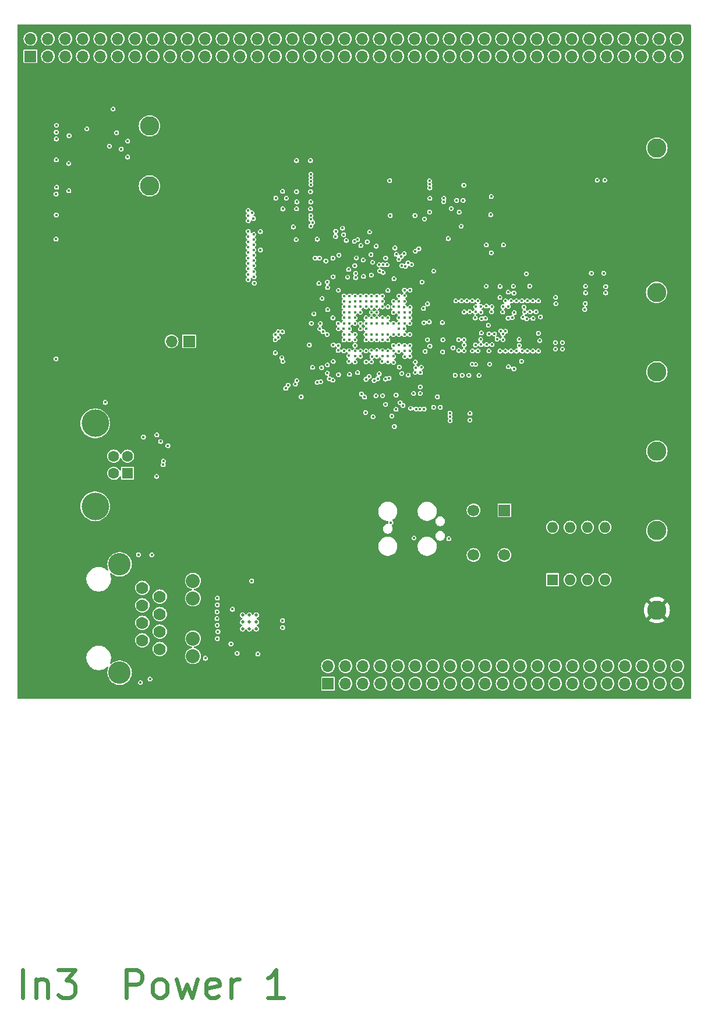
<source format=gbr>
%TF.GenerationSoftware,KiCad,Pcbnew,8.0.1*%
%TF.CreationDate,2025-05-27T09:35:13-07:00*%
%TF.ProjectId,mb,6d622e6b-6963-4616-945f-706362585858,A*%
%TF.SameCoordinates,Original*%
%TF.FileFunction,Copper,L4,Inr*%
%TF.FilePolarity,Positive*%
%FSLAX46Y46*%
G04 Gerber Fmt 4.6, Leading zero omitted, Abs format (unit mm)*
G04 Created by KiCad (PCBNEW 8.0.1) date 2025-05-27 09:35:13*
%MOMM*%
%LPD*%
G01*
G04 APERTURE LIST*
%ADD10C,0.600000*%
%TA.AperFunction,NonConductor*%
%ADD11C,0.600000*%
%TD*%
%TA.AperFunction,ComponentPad*%
%ADD12C,2.800000*%
%TD*%
%TA.AperFunction,ComponentPad*%
%ADD13R,1.700000X1.700000*%
%TD*%
%TA.AperFunction,ComponentPad*%
%ADD14C,1.700000*%
%TD*%
%TA.AperFunction,ComponentPad*%
%ADD15R,1.600000X1.600000*%
%TD*%
%TA.AperFunction,ComponentPad*%
%ADD16C,1.600000*%
%TD*%
%TA.AperFunction,ComponentPad*%
%ADD17C,4.000000*%
%TD*%
%TA.AperFunction,ComponentPad*%
%ADD18O,1.700000X1.700000*%
%TD*%
%TA.AperFunction,ComponentPad*%
%ADD19O,1.600000X1.600000*%
%TD*%
%TA.AperFunction,HeatsinkPad*%
%ADD20C,0.500000*%
%TD*%
%TA.AperFunction,ComponentPad*%
%ADD21C,1.778000*%
%TD*%
%TA.AperFunction,ComponentPad*%
%ADD22C,2.032000*%
%TD*%
%TA.AperFunction,ComponentPad*%
%ADD23C,3.251200*%
%TD*%
%TA.AperFunction,ViaPad*%
%ADD24C,0.400000*%
%TD*%
%TA.AperFunction,Conductor*%
%ADD25C,0.101600*%
%TD*%
G04 APERTURE END LIST*
D10*
D11*
X32252516Y-167633566D02*
X32252516Y-163633566D01*
X34157278Y-164966899D02*
X34157278Y-167633566D01*
X34157278Y-165347851D02*
X34347755Y-165157375D01*
X34347755Y-165157375D02*
X34728707Y-164966899D01*
X34728707Y-164966899D02*
X35300136Y-164966899D01*
X35300136Y-164966899D02*
X35681088Y-165157375D01*
X35681088Y-165157375D02*
X35871564Y-165538328D01*
X35871564Y-165538328D02*
X35871564Y-167633566D01*
X37395374Y-163633566D02*
X39871565Y-163633566D01*
X39871565Y-163633566D02*
X38538231Y-165157375D01*
X38538231Y-165157375D02*
X39109660Y-165157375D01*
X39109660Y-165157375D02*
X39490612Y-165347851D01*
X39490612Y-165347851D02*
X39681088Y-165538328D01*
X39681088Y-165538328D02*
X39871565Y-165919280D01*
X39871565Y-165919280D02*
X39871565Y-166871661D01*
X39871565Y-166871661D02*
X39681088Y-167252613D01*
X39681088Y-167252613D02*
X39490612Y-167443090D01*
X39490612Y-167443090D02*
X39109660Y-167633566D01*
X39109660Y-167633566D02*
X37966803Y-167633566D01*
X37966803Y-167633566D02*
X37585850Y-167443090D01*
X37585850Y-167443090D02*
X37395374Y-167252613D01*
X47300135Y-167633566D02*
X47300135Y-163633566D01*
X47300135Y-163633566D02*
X48823945Y-163633566D01*
X48823945Y-163633566D02*
X49204897Y-163824042D01*
X49204897Y-163824042D02*
X49395374Y-164014518D01*
X49395374Y-164014518D02*
X49585850Y-164395470D01*
X49585850Y-164395470D02*
X49585850Y-164966899D01*
X49585850Y-164966899D02*
X49395374Y-165347851D01*
X49395374Y-165347851D02*
X49204897Y-165538328D01*
X49204897Y-165538328D02*
X48823945Y-165728804D01*
X48823945Y-165728804D02*
X47300135Y-165728804D01*
X51871564Y-167633566D02*
X51490612Y-167443090D01*
X51490612Y-167443090D02*
X51300135Y-167252613D01*
X51300135Y-167252613D02*
X51109659Y-166871661D01*
X51109659Y-166871661D02*
X51109659Y-165728804D01*
X51109659Y-165728804D02*
X51300135Y-165347851D01*
X51300135Y-165347851D02*
X51490612Y-165157375D01*
X51490612Y-165157375D02*
X51871564Y-164966899D01*
X51871564Y-164966899D02*
X52442993Y-164966899D01*
X52442993Y-164966899D02*
X52823945Y-165157375D01*
X52823945Y-165157375D02*
X53014421Y-165347851D01*
X53014421Y-165347851D02*
X53204897Y-165728804D01*
X53204897Y-165728804D02*
X53204897Y-166871661D01*
X53204897Y-166871661D02*
X53014421Y-167252613D01*
X53014421Y-167252613D02*
X52823945Y-167443090D01*
X52823945Y-167443090D02*
X52442993Y-167633566D01*
X52442993Y-167633566D02*
X51871564Y-167633566D01*
X54538231Y-164966899D02*
X55300136Y-167633566D01*
X55300136Y-167633566D02*
X56062041Y-165728804D01*
X56062041Y-165728804D02*
X56823945Y-167633566D01*
X56823945Y-167633566D02*
X57585850Y-164966899D01*
X60633469Y-167443090D02*
X60252517Y-167633566D01*
X60252517Y-167633566D02*
X59490612Y-167633566D01*
X59490612Y-167633566D02*
X59109659Y-167443090D01*
X59109659Y-167443090D02*
X58919183Y-167062137D01*
X58919183Y-167062137D02*
X58919183Y-165538328D01*
X58919183Y-165538328D02*
X59109659Y-165157375D01*
X59109659Y-165157375D02*
X59490612Y-164966899D01*
X59490612Y-164966899D02*
X60252517Y-164966899D01*
X60252517Y-164966899D02*
X60633469Y-165157375D01*
X60633469Y-165157375D02*
X60823945Y-165538328D01*
X60823945Y-165538328D02*
X60823945Y-165919280D01*
X60823945Y-165919280D02*
X58919183Y-166300232D01*
X62538230Y-167633566D02*
X62538230Y-164966899D01*
X62538230Y-165728804D02*
X62728707Y-165347851D01*
X62728707Y-165347851D02*
X62919183Y-165157375D01*
X62919183Y-165157375D02*
X63300135Y-164966899D01*
X63300135Y-164966899D02*
X63681088Y-164966899D01*
X70157278Y-167633566D02*
X67871563Y-167633566D01*
X69014420Y-167633566D02*
X69014420Y-163633566D01*
X69014420Y-163633566D02*
X68633468Y-164204994D01*
X68633468Y-164204994D02*
X68252516Y-164585947D01*
X68252516Y-164585947D02*
X67871563Y-164776423D01*
D12*
%TO.N,GND*%
%TO.C,TP402*%
X50657200Y-49717200D03*
%TD*%
%TO.N,+24V*%
%TO.C,TP401*%
X50657200Y-41005000D03*
%TD*%
%TO.N,GND*%
%TO.C,TP202*%
X124428200Y-44230200D03*
%TD*%
%TO.N,GND*%
%TO.C,TP204*%
X124428200Y-99801750D03*
%TD*%
D13*
%TO.N,GND*%
%TO.C,SW201*%
X102261357Y-96851300D03*
D14*
X102261357Y-103351300D03*
%TO.N,/~{RESET}*%
X97761357Y-96851300D03*
X97761357Y-103351300D03*
%TD*%
D15*
%TO.N,/MPU Interface/USB_VBUS*%
%TO.C,J405*%
X47458400Y-91475600D03*
D16*
%TO.N,Net-(J405-D-)*%
X47458400Y-88975600D03*
%TO.N,Net-(J405-D+)*%
X45458400Y-88975600D03*
%TO.N,GND*%
X45458400Y-91475600D03*
D17*
%TO.N,Net-(J405-Shield)*%
X42758400Y-84225600D03*
X42758400Y-96265600D03*
%TD*%
D12*
%TO.N,GND*%
%TO.C,TP209*%
X124428200Y-76724450D03*
%TD*%
D13*
%TO.N,Net-(J403-Pin_1)*%
%TO.C,J403*%
X56402427Y-72292973D03*
D18*
%TO.N,Net-(J403-Pin_2)*%
X53862427Y-72292973D03*
%TD*%
D12*
%TO.N,+1.35V*%
%TO.C,TP208*%
X124393400Y-65185800D03*
%TD*%
%TO.N,+1.25V*%
%TO.C,TP203*%
X124428200Y-88263100D03*
%TD*%
D13*
%TO.N,GND*%
%TO.C,J502*%
X76606400Y-122021600D03*
D18*
%TO.N,/MPU Extra Pins/I2C3_SCL*%
X76606400Y-119481600D03*
%TO.N,GND*%
X79146400Y-122021600D03*
%TO.N,/MPU Extra Pins/I2C4_SDA*%
X79146400Y-119481600D03*
%TO.N,GND*%
X81686400Y-122021600D03*
%TO.N,/MPU Extra Pins/SPI2_MISO*%
X81686400Y-119481600D03*
%TO.N,GND*%
X84226400Y-122021600D03*
%TO.N,/MPU Extra Pins/GPIO19*%
X84226400Y-119481600D03*
%TO.N,GND*%
X86766400Y-122021600D03*
%TO.N,/MPU Extra Pins/GPIO6*%
X86766400Y-119481600D03*
%TO.N,GND*%
X89306400Y-122021600D03*
%TO.N,/MPU Extra Pins/GPIO1*%
X89306400Y-119481600D03*
%TO.N,GND*%
X91846400Y-122021600D03*
%TO.N,/MPU Extra Pins/SPI1_CS*%
X91846400Y-119481600D03*
%TO.N,GND*%
X94386400Y-122021600D03*
%TO.N,/MPU Extra Pins/GPIO18*%
X94386400Y-119481600D03*
%TO.N,GND*%
X96926400Y-122021600D03*
%TO.N,/MPU Extra Pins/GPIO0*%
X96926400Y-119481600D03*
%TO.N,GND*%
X99466400Y-122021600D03*
%TO.N,/MPU Extra Pins/SPI1_MISO*%
X99466400Y-119481600D03*
%TO.N,GND*%
X102006400Y-122021600D03*
%TO.N,/MPU Extra Pins/GPIO13*%
X102006400Y-119481600D03*
%TO.N,GND*%
X104546400Y-122021600D03*
%TO.N,/MPU Extra Pins/GPIO5*%
X104546400Y-119481600D03*
%TO.N,GND*%
X107086400Y-122021600D03*
%TO.N,/MPU Extra Pins/SPI1_SCK*%
X107086400Y-119481600D03*
%TO.N,GND*%
X109626400Y-122021600D03*
%TO.N,/MPU Extra Pins/GPIO7*%
X109626400Y-119481600D03*
%TO.N,GND*%
X112166400Y-122021600D03*
%TO.N,/MPU Extra Pins/GPIO2*%
X112166400Y-119481600D03*
%TO.N,GND*%
X114706400Y-122021600D03*
%TO.N,/MPU Extra Pins/USART2_TX*%
X114706400Y-119481600D03*
%TO.N,GND*%
X117246400Y-122021600D03*
%TO.N,/MPU Extra Pins/GPIO8*%
X117246400Y-119481600D03*
%TO.N,GND*%
X119786400Y-122021600D03*
%TO.N,/MPU Extra Pins/GPIO12*%
X119786400Y-119481600D03*
%TO.N,GND*%
X122326400Y-122021600D03*
%TO.N,/MPU Extra Pins/SPI1_MOSI*%
X122326400Y-119481600D03*
%TO.N,GND*%
X124866400Y-122021600D03*
%TO.N,/MPU Extra Pins/GPIO4*%
X124866400Y-119481600D03*
%TO.N,GND*%
X127406400Y-122021600D03*
%TO.N,/MPU Extra Pins/GPIO3*%
X127406400Y-119481600D03*
%TD*%
D15*
%TO.N,/MPU Power & Clock/MPU_BOOT2*%
%TO.C,SW202*%
X109265000Y-106926300D03*
D19*
%TO.N,/MPU Power & Clock/MPU_BOOT1*%
X111805000Y-106926300D03*
%TO.N,/MPU Power & Clock/MPU_BOOT0*%
X114345000Y-106926300D03*
%TO.N,GND*%
X116885000Y-106926300D03*
X116885000Y-99306300D03*
%TO.N,Net-(R205-Pad1)*%
X114345000Y-99306300D03*
%TO.N,Net-(R204-Pad1)*%
X111805000Y-99306300D03*
%TO.N,Net-(R203-Pad1)*%
X109265000Y-99306300D03*
%TD*%
D20*
%TO.N,GND*%
%TO.C,U402*%
X64179800Y-114065600D03*
X65179800Y-114065600D03*
X66179800Y-114065600D03*
X64179800Y-113065600D03*
X65179800Y-113065600D03*
X66179800Y-113065600D03*
X64179800Y-112065600D03*
X65179800Y-112065600D03*
X66179800Y-112065600D03*
%TD*%
D13*
%TO.N,/MPU Extra Pins/QUADSPI_IO2*%
%TO.C,J503*%
X33334400Y-30895800D03*
D18*
%TO.N,/MPU Extra Pins/SPI2_SCK*%
X33334400Y-28355800D03*
%TO.N,/MPU Extra Pins/GPIO14*%
X35874400Y-30895800D03*
%TO.N,/MPU Extra Pins/GPIO9*%
X35874400Y-28355800D03*
%TO.N,/MPU Extra Pins/GPIO16*%
X38414400Y-30895800D03*
%TO.N,/MPU Extra Pins/QUADSPI_IO3*%
X38414400Y-28355800D03*
%TO.N,/MPU Extra Pins/GPIO15*%
X40954400Y-30895800D03*
%TO.N,/MPU Extra Pins/SPI5_MOSI*%
X40954400Y-28355800D03*
%TO.N,/MPU Extra Pins/GPIO11*%
X43494400Y-30895800D03*
%TO.N,/MPU Extra Pins/GPIO10*%
X43494400Y-28355800D03*
%TO.N,/MPU Extra Pins/UART8_TX*%
X46034400Y-30895800D03*
%TO.N,GND*%
X46034400Y-28355800D03*
%TO.N,/MPU Extra Pins/USART1_RX*%
X48574400Y-30895800D03*
%TO.N,GND*%
X48574400Y-28355800D03*
%TO.N,/MPU Extra Pins/GPIO17*%
X51114400Y-30895800D03*
%TO.N,GND*%
X51114400Y-28355800D03*
%TO.N,/MPU Extra Pins/QUADSPI_IO0*%
X53654400Y-30895800D03*
%TO.N,GND*%
X53654400Y-28355800D03*
%TO.N,/MPU Extra Pins/SPI5_CS*%
X56194400Y-30895800D03*
%TO.N,GND*%
X56194400Y-28355800D03*
%TO.N,/MPU Extra Pins/QUADSPI_IO1*%
X58734400Y-30895800D03*
%TO.N,GND*%
X58734400Y-28355800D03*
%TO.N,/MPU Extra Pins/QUADSPI_CLK*%
X61274400Y-30895800D03*
%TO.N,GND*%
X61274400Y-28355800D03*
%TO.N,/MPU Extra Pins/SPI5_MISO*%
X63814400Y-30895800D03*
%TO.N,GND*%
X63814400Y-28355800D03*
%TO.N,/MPU Extra Pins/SPI5_SCK*%
X66354400Y-30895800D03*
%TO.N,GND*%
X66354400Y-28355800D03*
%TO.N,/MPU Extra Pins/UART7_TX*%
X68894400Y-30895800D03*
%TO.N,GND*%
X68894400Y-28355800D03*
%TO.N,/MPU Extra Pins/USART2_RX*%
X71434400Y-30895800D03*
%TO.N,GND*%
X71434400Y-28355800D03*
%TO.N,/MPU Extra Pins/I2C1_SCL*%
X73974400Y-30895800D03*
%TO.N,GND*%
X73974400Y-28355800D03*
%TO.N,/MPU Extra Pins/SPI4_MOSI*%
X76514400Y-30895800D03*
%TO.N,GND*%
X76514400Y-28355800D03*
%TO.N,/MPU Extra Pins/SPI4_MISO*%
X79054400Y-30895800D03*
%TO.N,GND*%
X79054400Y-28355800D03*
%TO.N,/MPU Extra Pins/QUADSPI_CS*%
X81594400Y-30895800D03*
%TO.N,GND*%
X81594400Y-28355800D03*
%TO.N,/MPU Extra Pins/I2C1_SDA*%
X84134400Y-30895800D03*
%TO.N,GND*%
X84134400Y-28355800D03*
%TO.N,/MPU Extra Pins/SPI4_CS*%
X86674400Y-30895800D03*
%TO.N,GND*%
X86674400Y-28355800D03*
%TO.N,/MPU Extra Pins/UART8_RX*%
X89214400Y-30895800D03*
%TO.N,GND*%
X89214400Y-28355800D03*
%TO.N,/MPU Extra Pins/I2C4_SCL*%
X91754400Y-30895800D03*
%TO.N,GND*%
X91754400Y-28355800D03*
%TO.N,/MPU Extra Pins/I2C3_SDA*%
X94294400Y-30895800D03*
%TO.N,GND*%
X94294400Y-28355800D03*
%TO.N,/MPU Extra Pins/USART3_TX*%
X96834400Y-30895800D03*
%TO.N,GND*%
X96834400Y-28355800D03*
%TO.N,/MPU Extra Pins/USART3_RX*%
X99374400Y-30895800D03*
%TO.N,GND*%
X99374400Y-28355800D03*
%TO.N,/MPU Extra Pins/I2C2_SDA*%
X101914400Y-30895800D03*
%TO.N,GND*%
X101914400Y-28355800D03*
%TO.N,/MPU Extra Pins/USART6_RX*%
X104454400Y-30895800D03*
%TO.N,GND*%
X104454400Y-28355800D03*
%TO.N,/MPU Extra Pins/USART6_TX*%
X106994400Y-30895800D03*
%TO.N,GND*%
X106994400Y-28355800D03*
%TO.N,/MPU Extra Pins/UART5_RX*%
X109534400Y-30895800D03*
%TO.N,GND*%
X109534400Y-28355800D03*
%TO.N,/MPU Extra Pins/UART5_TX*%
X112074400Y-30895800D03*
%TO.N,GND*%
X112074400Y-28355800D03*
%TO.N,/MPU Extra Pins/UART7_RX*%
X114614400Y-30895800D03*
%TO.N,GND*%
X114614400Y-28355800D03*
%TO.N,/MPU Extra Pins/USART1_TX*%
X117154400Y-30895800D03*
%TO.N,GND*%
X117154400Y-28355800D03*
%TO.N,/MPU Extra Pins/SPI4_SCK*%
X119694400Y-30895800D03*
%TO.N,GND*%
X119694400Y-28355800D03*
%TO.N,/MPU Extra Pins/I2C2_SCL*%
X122234400Y-30895800D03*
%TO.N,GND*%
X122234400Y-28355800D03*
%TO.N,/MPU Extra Pins/SPI2_CS*%
X124774400Y-30895800D03*
%TO.N,GND*%
X124774400Y-28355800D03*
%TO.N,/MPU Extra Pins/SPI2_MOSI*%
X127314400Y-30895800D03*
%TO.N,GND*%
X127314400Y-28355800D03*
%TD*%
D21*
%TO.N,/MPU Interface/ETH_TX_P*%
%TO.C,J406*%
X52149700Y-117004400D03*
%TO.N,/MPU Interface/ETH_TX_N*%
X49609700Y-115734400D03*
%TO.N,Net-(J406-TXCT)*%
X52149700Y-114464400D03*
%TO.N,GND*%
X49609700Y-113194400D03*
X52149700Y-111924400D03*
%TO.N,Net-(J406-RXCT)*%
X49609700Y-110654400D03*
%TO.N,/MPU Interface/ETH_RX_P*%
X52149700Y-109384400D03*
%TO.N,/MPU Interface/ETH_RX_N*%
X49609700Y-108114400D03*
D22*
%TO.N,GND*%
X56975700Y-118020400D03*
%TO.N,Net-(J406--LEDR)*%
X56975700Y-115480400D03*
%TO.N,GND*%
X56975700Y-109638400D03*
%TO.N,Net-(J406-+LEDL)*%
X56975700Y-107098400D03*
D23*
%TO.N,GND*%
X46307700Y-104685400D03*
X46307700Y-120433400D03*
%TD*%
D12*
%TO.N,+3.3V*%
%TO.C,TP201*%
X124428200Y-111340400D03*
%TD*%
D24*
%TO.N,+1.35V*%
X100403100Y-68000468D03*
X86123554Y-72890615D03*
X104012154Y-73713587D03*
X116992400Y-65252600D03*
X109726654Y-66835483D03*
X97608900Y-66425668D03*
X86123554Y-67290615D03*
X105936300Y-64266668D03*
X95627900Y-73639268D03*
X109675854Y-72474283D03*
X81323554Y-70490615D03*
X80527600Y-67268600D03*
X96114400Y-77239068D03*
X107400800Y-72196200D03*
X104848100Y-73715468D03*
X102003300Y-68025868D03*
X110691854Y-72474283D03*
X105610100Y-73715468D03*
X105102100Y-67314668D03*
X86123554Y-68090615D03*
X96008900Y-66425668D03*
X101611954Y-73713587D03*
X86123554Y-71290615D03*
X99653700Y-72775668D03*
X105608900Y-66425668D03*
X116992400Y-64338200D03*
X86123554Y-69690615D03*
X83723554Y-68090615D03*
X81323554Y-68090615D03*
X102028700Y-71226268D03*
X103208900Y-66425668D03*
X97609100Y-73690068D03*
X82923554Y-68090615D03*
X91972600Y-81876200D03*
X105992827Y-68008180D03*
X81323554Y-69690615D03*
X86123554Y-73690615D03*
X107208900Y-66425668D03*
%TO.N,+3.3V*%
X82923554Y-72890615D03*
X35474266Y-69678185D03*
X51724000Y-87897500D03*
X116994015Y-66751200D03*
X70037400Y-76387200D03*
X59820500Y-117461600D03*
X110738200Y-97132100D03*
X83723554Y-72890615D03*
X80523554Y-70490615D03*
X99531400Y-62524600D03*
X82123554Y-72958200D03*
X85323554Y-68090615D03*
X67827500Y-113511600D03*
X81323554Y-72890615D03*
X86572800Y-100872800D03*
X74965000Y-69681600D03*
X113303600Y-97106700D03*
X117019415Y-67716400D03*
X84515400Y-83651600D03*
X108198200Y-97106700D03*
X68478400Y-107111800D03*
X81323554Y-71290615D03*
X86283800Y-80645000D03*
X38947800Y-41436800D03*
X69910300Y-110920800D03*
X38134144Y-68090900D03*
X69857500Y-109955600D03*
X91032800Y-79869600D03*
X94417400Y-49586400D03*
X85323554Y-72890615D03*
X79723554Y-72890615D03*
X86923554Y-75290615D03*
X70031300Y-115785200D03*
X99618800Y-56413400D03*
X36312466Y-72903985D03*
X81323554Y-72090615D03*
X81315000Y-68716400D03*
X86123554Y-65690615D03*
X94651200Y-50729400D03*
X82123554Y-74490615D03*
X85277400Y-66430400D03*
X82077000Y-68056000D03*
X59210900Y-116039200D03*
X84523554Y-72890615D03*
X58737542Y-70517800D03*
X81323554Y-75290615D03*
X83723554Y-75290615D03*
X67389700Y-117715600D03*
%TO.N,+1.25V*%
X83723554Y-71290615D03*
X94345200Y-82720100D03*
X86923554Y-70490615D03*
X82923554Y-69690615D03*
X91338400Y-69494400D03*
X94345200Y-83228100D03*
X84523554Y-71290615D03*
X82923554Y-71290615D03*
X84523554Y-69690615D03*
X83723554Y-69690615D03*
X94370600Y-83812300D03*
%TO.N,/MPU Power & Clock/VDD_USB*%
X84972600Y-77784200D03*
X84523554Y-74490615D03*
X84972600Y-81467200D03*
%TO.N,/MPU Power & Clock/VDDA1V8_REG*%
X86268000Y-84667600D03*
X85480600Y-77657200D03*
X85323554Y-75290615D03*
%TO.N,/MPU Power & Clock/VDDA1V1_REG*%
X85323554Y-73690615D03*
%TO.N,/MPU Memory/VREF_DDR0*%
X97571000Y-75625200D03*
X98040900Y-72826468D03*
%TO.N,/MPU Memory/VREF_DDR1*%
X101622300Y-64317468D03*
X101596900Y-65917668D03*
%TO.N,/MPU Memory/VDD_NAND*%
X74077200Y-53040800D03*
X93432000Y-52024800D03*
X95970800Y-55584600D03*
X72045200Y-53040800D03*
X71967800Y-57515000D03*
X95676600Y-53523400D03*
X72045200Y-50551600D03*
X72070600Y-52050200D03*
X74077200Y-50551600D03*
X94081600Y-57378600D03*
X74102600Y-52050200D03*
%TO.N,/~{RESET}*%
X88630200Y-82026000D03*
X85760000Y-98637600D03*
X84058200Y-77022200D03*
X89814400Y-58851800D03*
%TO.N,/MPU Interface/CTP_INT*%
X65855866Y-62911433D03*
X77352600Y-62925200D03*
%TO.N,/MPU Interface/CTP_SCL*%
X65017666Y-61743033D03*
X84134400Y-62061600D03*
%TO.N,/MPU Interface/CTP_RST*%
X79460800Y-62976000D03*
X65017666Y-62555833D03*
%TO.N,/MPU Interface/CTP_SDA*%
X84617000Y-62290200D03*
X65830466Y-62200233D03*
%TO.N,/MPU Interface/R5*%
X78190800Y-59775600D03*
X65776466Y-54456433D03*
%TO.N,/MPU Interface/R3*%
X65541600Y-53654200D03*
X84998000Y-60207400D03*
X83723554Y-66490615D03*
%TO.N,/MPU Interface/R4*%
X65014466Y-54024633D03*
X87284000Y-59978800D03*
X86923554Y-66490615D03*
%TO.N,/MPU Interface/B4*%
X79723554Y-69690615D03*
X74736400Y-60207400D03*
X65827266Y-58271513D03*
%TO.N,/MPU Interface/DE*%
X87334800Y-61299600D03*
X65827266Y-61289033D03*
%TO.N,/MPU Interface/G6*%
X65014466Y-57098033D03*
X77327200Y-60207400D03*
X78923554Y-67290615D03*
%TO.N,/MPU Interface/B3*%
X75371400Y-60207400D03*
X79723554Y-68890615D03*
X65014466Y-57870193D03*
%TO.N,/MPU Interface/G5*%
X82123554Y-66490615D03*
X81721400Y-60486800D03*
X65827266Y-56762753D03*
%TO.N,/MPU Interface/B5*%
X84617000Y-61172600D03*
X65014466Y-58642353D03*
%TO.N,/MPU Interface/G7*%
X80603800Y-62417200D03*
X65827266Y-57517133D03*
X81323554Y-67290615D03*
X80730800Y-60182000D03*
%TO.N,/MPU Interface/DISP*%
X65014466Y-60186673D03*
X83723554Y-65690615D03*
X84032800Y-61172600D03*
%TO.N,/MPU Interface/G4*%
X65014466Y-56325873D03*
X66789400Y-56361648D03*
%TO.N,/MPU Interface/VSYNC*%
X65014466Y-60958833D03*
X79587800Y-61858400D03*
%TO.N,/MPU Interface/R6*%
X86923554Y-65690615D03*
X86903000Y-60410600D03*
X65014466Y-54781553D03*
%TO.N,/MPU Interface/B6*%
X66789400Y-59028648D03*
X65827266Y-59025893D03*
%TO.N,/MPU Interface/HSYNC*%
X80502200Y-61299600D03*
X65827266Y-60534653D03*
%TO.N,/MPU Interface/DCLK*%
X82923554Y-67290615D03*
X82915200Y-62671200D03*
X83093000Y-60817000D03*
X65827266Y-59780273D03*
%TO.N,/MPU Interface/B7*%
X65014466Y-59414513D03*
X76285800Y-60613800D03*
%TO.N,Net-(J403-Pin_2)*%
X65875000Y-63829248D03*
X75269800Y-63890400D03*
%TO.N,Net-(J403-Pin_1)*%
X65011400Y-63321248D03*
X80523554Y-65690615D03*
X80603800Y-63052200D03*
%TO.N,/MPU Interface/MPU_JTAG_TRST*%
X87512600Y-81619600D03*
X83702600Y-73618600D03*
%TO.N,GND*%
X85323554Y-69690615D03*
X89051600Y-79869600D03*
X94789700Y-73232868D03*
X81323554Y-74490615D03*
X88523554Y-72890615D03*
X98552800Y-77243800D03*
X84523554Y-72090615D03*
X69982600Y-50500800D03*
X114898400Y-62397600D03*
X70546600Y-51511600D03*
X103212154Y-73713587D03*
X82127800Y-73694800D03*
X70033400Y-53066200D03*
X82923554Y-72090615D03*
X86522000Y-80095600D03*
X82123554Y-71290615D03*
X82923554Y-65690615D03*
X38947800Y-42427400D03*
X37094878Y-41905485D03*
X86191800Y-63204600D03*
X73897396Y-72827785D03*
X44221400Y-81178400D03*
X66405100Y-117726000D03*
X109701254Y-65895683D03*
X70036596Y-75215385D03*
X50976000Y-103326200D03*
X109675854Y-73439483D03*
X94524200Y-52990000D03*
X60512300Y-110565200D03*
X82123554Y-72090615D03*
X97240800Y-83736100D03*
X116854200Y-48884800D03*
X93301800Y-72069200D03*
X47473200Y-43207607D03*
X85323554Y-71290615D03*
X65506600Y-107111800D03*
X51724000Y-85890900D03*
X96808900Y-66425668D03*
X94167400Y-100974400D03*
X74077200Y-46030400D03*
X78923554Y-71290615D03*
X107210100Y-73715468D03*
X98408900Y-66425668D03*
X116701800Y-62397600D03*
X76514400Y-63687200D03*
X114046000Y-64287400D03*
X80523554Y-75290615D03*
X95311600Y-51821600D03*
X85323554Y-68890615D03*
X90282954Y-63690615D03*
X74177600Y-69681600D03*
X99611700Y-64292068D03*
X93457400Y-51516800D03*
X37069478Y-50907085D03*
X47476800Y-45533400D03*
X49768200Y-86191600D03*
X85887000Y-83143600D03*
X37069478Y-57450285D03*
X38898278Y-46462085D03*
X53324200Y-87461600D03*
X93218000Y-69570600D03*
X70009900Y-113867200D03*
X80523554Y-72890615D03*
X102054100Y-72039068D03*
X95107200Y-77220668D03*
X104416300Y-72902668D03*
X86979200Y-76031600D03*
X69885950Y-74660000D03*
X103574100Y-64292068D03*
X79723554Y-70490615D03*
X91094000Y-66862200D03*
X37094878Y-53935085D03*
X82123554Y-70490615D03*
X76497154Y-76917615D03*
X92937800Y-81876200D03*
X89112800Y-100872800D03*
X114046000Y-65252600D03*
X71561400Y-55683600D03*
X82923554Y-68890615D03*
X102408900Y-66425668D03*
X49323982Y-121864000D03*
X102411954Y-73713587D03*
X104390900Y-72013668D03*
X74355400Y-76082400D03*
X82077000Y-82635600D03*
X41538600Y-41436800D03*
X82923554Y-75290615D03*
X37094878Y-42906085D03*
X97266200Y-82770900D03*
X85323554Y-72090615D03*
X82123554Y-68890615D03*
X84515400Y-73644000D03*
X106408900Y-66425668D03*
X37094878Y-45934085D03*
X104008900Y-66425668D03*
X79816400Y-66582800D03*
X84523554Y-68890615D03*
X87723554Y-69690615D03*
X69998700Y-112866400D03*
X105449600Y-62499200D03*
X72045200Y-46030400D03*
X46533400Y-44376007D03*
X45857022Y-42007800D03*
X37145678Y-49916485D03*
X104808900Y-66425668D03*
X44822100Y-43937500D03*
X90052600Y-76844400D03*
X114022215Y-66802000D03*
X86923554Y-68090615D03*
X95196100Y-66425668D03*
X100348800Y-51266400D03*
X96389900Y-73690068D03*
X90027200Y-78927200D03*
X100453700Y-72775668D03*
X88523554Y-68090615D03*
X97105000Y-77239068D03*
X98409100Y-73690068D03*
X102133400Y-58293000D03*
X60512300Y-109600000D03*
X69017400Y-51491400D03*
X99644200Y-58293000D03*
X106410100Y-73715468D03*
X85323554Y-74490615D03*
X100441100Y-67263868D03*
X37049066Y-74834385D03*
X60512300Y-115492800D03*
X45351622Y-38551400D03*
X96251400Y-51821600D03*
X110691854Y-73439483D03*
X83723554Y-68890615D03*
X79689400Y-73644000D03*
X86123554Y-66490615D03*
X83723554Y-72090615D03*
X38923678Y-50424485D03*
X37120278Y-40914885D03*
X83143800Y-83245200D03*
X78923554Y-66490615D03*
X96358200Y-49611800D03*
X82123554Y-69690615D03*
X86877600Y-73745600D03*
X91425400Y-51516800D03*
X106422900Y-68965668D03*
X113946015Y-67665600D03*
X93276400Y-73821800D03*
X115762000Y-48884800D03*
X63407900Y-117624400D03*
X51687400Y-91922200D03*
X90016800Y-79869600D03*
%TO.N,/MPU Interface/MPU_JTAG_TCK*%
X81467400Y-79943200D03*
X79638600Y-74406000D03*
%TO.N,/MPU Interface/MPU_JTAG_TMS*%
X87106200Y-81213200D03*
X84490000Y-75244200D03*
%TO.N,/MPU Memory/DDR_CLKP*%
X100809500Y-71226268D03*
%TO.N,/MPU Memory/DDR_CLKN*%
X99996700Y-71226268D03*
%TO.N,Net-(U301-ZQ)*%
X100111000Y-75625200D03*
X98853700Y-72775668D03*
%TO.N,/MPU Memory/DDR_CKE*%
X98079000Y-75650600D03*
X87723554Y-71290615D03*
X99998954Y-73690068D03*
%TO.N,/MPU Memory/PWR_ON*%
X89306400Y-59207400D03*
X87766600Y-74507600D03*
%TO.N,/MPU Memory/FMC_NCE*%
X91369500Y-53512800D03*
X75041200Y-57464200D03*
%TO.N,/MPU Interface/BRIGHT*%
X65014466Y-53313433D03*
X87690400Y-59547000D03*
%TO.N,/MPU Interface/ETH_RXD0*%
X75523800Y-78165200D03*
X80908600Y-76844400D03*
%TO.N,/MPU Interface/ETH_RXD1*%
X82123554Y-75290615D03*
X75015800Y-78266800D03*
X82585000Y-77403200D03*
%TO.N,/MPU Interface/ETH_NRST*%
X78114600Y-72907400D03*
X71866200Y-78520800D03*
%TO.N,/MPU Interface/ETH_MDINT*%
X75676200Y-76133200D03*
X76514400Y-75726800D03*
%TO.N,/MPU Interface/ETH_MDIO*%
X72720200Y-80365600D03*
X80523554Y-72090615D03*
%TO.N,/MPU Power & Clock/MPU_BOOT0*%
X87334800Y-76971400D03*
X90586000Y-82127600D03*
%TO.N,/MPU Power & Clock/MPU_BOOT1*%
X89976400Y-82153000D03*
X86123554Y-74490615D03*
%TO.N,/MPU Power & Clock/MPU_BOOT2*%
X86141000Y-75345800D03*
X89417600Y-82127600D03*
%TO.N,/MPU Memory/DDR_A7*%
X96415300Y-68051268D03*
X87723554Y-68890615D03*
%TO.N,/MPU Memory/DDR_A1*%
X96389900Y-72039068D03*
X88503200Y-71281800D03*
%TO.N,/MPU Memory/DDR_A13*%
X90484400Y-67522600D03*
X87723554Y-68090615D03*
%TO.N,/MPU Memory/DDR_BA2*%
X86923554Y-68890615D03*
X98040900Y-68025868D03*
%TO.N,/MPU Memory/DDR_DQS1P*%
X103400300Y-68864068D03*
X103632000Y-76276200D03*
%TO.N,/MPU Memory/DDR_DQM1*%
X91424200Y-72983600D03*
X87723554Y-73690615D03*
%TO.N,/MPU Memory/DDR_DQ12*%
X89316000Y-75295000D03*
X106854700Y-68000468D03*
%TO.N,/MPU Memory/DDR_CASN*%
X99488700Y-68965668D03*
X98904500Y-71073868D03*
%TO.N,/MPU Memory/DDR_DQ11*%
X88523554Y-74490615D03*
X107210300Y-71124668D03*
%TO.N,/MPU Memory/DDR_DQ7*%
X101190500Y-71988268D03*
X88554000Y-67370200D03*
%TO.N,/MPU Memory/DDR_DQ1*%
X102041100Y-67263868D03*
X87715800Y-65668400D03*
%TO.N,/MPU Memory/DDR_A3*%
X88523554Y-68890615D03*
X97228100Y-68000468D03*
%TO.N,/MPU Memory/DDR_DQ4*%
X103679700Y-68127468D03*
X103654300Y-65282668D03*
%TO.N,/MPU Memory/DDR_DQ6*%
X87690400Y-67319400D03*
X101723900Y-70769068D03*
%TO.N,/MPU Memory/DDR_A10*%
X87690400Y-70443600D03*
X98802900Y-72013668D03*
%TO.N,/MPU Memory/DDR_DQM0*%
X88528600Y-64855600D03*
X104975100Y-68813268D03*
%TO.N,/MPU Memory/DDR_DQ15*%
X89366800Y-76133200D03*
X105205427Y-68033580D03*
%TO.N,/MPU Memory/DDR_WEN*%
X98853700Y-68076668D03*
X86923554Y-69690615D03*
%TO.N,/MPU Memory/DDR_DQ9*%
X104749600Y-75184000D03*
X105511600Y-69037200D03*
%TO.N,/MPU Memory/DDR_A4*%
X96415300Y-72826468D03*
X87723554Y-72890615D03*
%TO.N,/MPU Memory/DDR_CSN*%
X98929900Y-69016468D03*
X98802900Y-67238468D03*
%TO.N,/MPU Memory/DDR_DQ14*%
X90179600Y-76057000D03*
X107489700Y-68737068D03*
%TO.N,/MPU Memory/DDR_A11*%
X95602500Y-72039068D03*
X86923554Y-71290615D03*
%TO.N,/MPU Memory/DDR_DQS1N*%
X102844600Y-75996800D03*
X102790700Y-68914868D03*
%TO.N,/MPU Memory/DDR_BA0*%
X98091700Y-67263868D03*
X98015500Y-68889468D03*
%TO.N,/MPU Memory/DDR_DQ10*%
X88523554Y-73690615D03*
X90738400Y-73745600D03*
%TO.N,/MPU Memory/DDR_ODT*%
X90560600Y-69605400D03*
X99641100Y-67187668D03*
X99920500Y-69956268D03*
X88503200Y-69707000D03*
%TO.N,/MPU Memory/DDR_DQ0*%
X102816100Y-65155668D03*
X102816100Y-67213068D03*
%TO.N,/MPU Memory/DDR_DQ2*%
X102409700Y-70845268D03*
X86923554Y-67290615D03*
%TO.N,/MPU Memory/SDMMC1_D0*%
X87723554Y-66490615D03*
X100344200Y-59425800D03*
%TO.N,/MPU Memory/FMC_D7*%
X74108100Y-55555400D03*
X83626400Y-58480200D03*
%TO.N,/MPU Memory/FMC_CLE*%
X77724000Y-56311800D03*
X91421300Y-49510200D03*
%TO.N,/MPU Memory/FMC_D3*%
X79257600Y-57642000D03*
X80523554Y-66490615D03*
X74118700Y-49520800D03*
%TO.N,/MPU Memory/FMC_ALE*%
X91421300Y-50018200D03*
X81323554Y-65690615D03*
X80908600Y-57515000D03*
%TO.N,/MPU Memory/FMC_D4*%
X80451400Y-57769000D03*
X74108100Y-54031400D03*
%TO.N,/MPU Memory/FMC_NWE*%
X91359900Y-48991600D03*
X85582200Y-48955200D03*
%TO.N,/MPU Memory/SDMMC1_D3*%
X100268000Y-53914000D03*
X87715800Y-64855600D03*
%TO.N,/MPU Memory/FMC_D2*%
X78876600Y-56803800D03*
X74118700Y-49012800D03*
X79723554Y-67290615D03*
%TO.N,/MPU Memory/FMC_NOE*%
X82123554Y-67290615D03*
X81772200Y-62874400D03*
X85658400Y-54009800D03*
X89239800Y-54009800D03*
%TO.N,/MPU Memory/FMC_D0*%
X78724200Y-55864000D03*
X74118700Y-47996800D03*
%TO.N,/MPU Memory/uSD_DETECT*%
X89290600Y-76819000D03*
X91983000Y-62087000D03*
%TO.N,/MPU Memory/FMC_D1*%
X74118700Y-48504800D03*
X82661200Y-56422800D03*
X82123554Y-65690615D03*
%TO.N,/MPU Memory/FMC_D5*%
X74108100Y-54539400D03*
X82305600Y-57845200D03*
%TO.N,/MPU Memory/FMC_D6*%
X74380800Y-55025800D03*
X81391200Y-58378600D03*
%TO.N,/MPU Memory/FMC_NWAIT*%
X77708200Y-57057800D03*
X90636800Y-54517800D03*
%TO.N,/MPU Interface/ETH_TXD0*%
X70799400Y-78673200D03*
X82991400Y-74507600D03*
%TO.N,/MPU Interface/ETH_TX_EN*%
X80523554Y-73690615D03*
X72069400Y-78012800D03*
%TO.N,/MPU Interface/ETH_TXD1*%
X83723554Y-74490615D03*
X70443800Y-79130400D03*
X83829600Y-77733400D03*
%TO.N,/MPU Extra Pins/UART7_TX*%
X79723554Y-68090615D03*
%TO.N,/MPU Extra Pins/USART3_RX*%
X84523554Y-66490615D03*
X85175800Y-61172600D03*
%TO.N,/MPU Extra Pins/SPI5_MOSI*%
X76489000Y-71307200D03*
%TO.N,/MPU Extra Pins/SPI2_CS*%
X88223800Y-60893200D03*
X84523554Y-67290615D03*
%TO.N,/MPU Extra Pins/QUADSPI_IO2*%
X78923554Y-73690615D03*
X68945200Y-73974200D03*
%TO.N,/MPU Extra Pins/USART2_TX*%
X81323554Y-73690615D03*
X82127800Y-77809600D03*
%TO.N,/MPU Extra Pins/GPIO14*%
X79723554Y-72090615D03*
X69351600Y-71713600D03*
%TO.N,/MPU Extra Pins/USART1_RX*%
X75498400Y-69707000D03*
%TO.N,/MPU Extra Pins/I2C2_SCL*%
X83723554Y-67290615D03*
X87868200Y-61401200D03*
%TO.N,/MPU Extra Pins/UART8_RX*%
X81323554Y-66490615D03*
%TO.N,/MPU Extra Pins/QUADSPI_CS*%
X78114600Y-64881000D03*
%TO.N,/MPU Extra Pins/SPI5_SCK*%
X76565200Y-67700400D03*
%TO.N,/MPU Extra Pins/SPI5_CS*%
X77301800Y-68894200D03*
%TO.N,/MPU Extra Pins/GPIO3*%
X86496600Y-82178400D03*
X88274600Y-77200000D03*
%TO.N,/MPU Extra Pins/QUADSPI_IO1*%
X74558600Y-68310000D03*
%TO.N,/MPU Extra Pins/QUADSPI_IO3*%
X78923554Y-69690615D03*
X69986600Y-70926200D03*
%TO.N,/MPU Extra Pins/SPI4_MISO*%
X79723554Y-65690615D03*
%TO.N,/MPU Extra Pins/I2C1_SCL*%
X75752400Y-66074800D03*
%TO.N,/MPU Extra Pins/SPI2_SCK*%
X68945200Y-72069200D03*
X78923554Y-72090615D03*
%TO.N,/MPU Extra Pins/SPI2_MISO*%
X78140000Y-77149200D03*
X78088861Y-73618600D03*
%TO.N,/MPU Extra Pins/GPIO15*%
X80523554Y-71290615D03*
%TO.N,/MPU Extra Pins/USART2_RX*%
X80523554Y-68090615D03*
%TO.N,/MPU Extra Pins/GPIO11*%
X75422200Y-70469000D03*
%TO.N,/MPU Extra Pins/UART8_TX*%
X78140000Y-70469000D03*
X80523554Y-69690615D03*
%TO.N,/MPU Extra Pins/UART7_RX*%
X86547400Y-59648600D03*
X85328200Y-64906400D03*
%TO.N,/MPU Extra Pins/SPI1_MOSI*%
X82889800Y-73644000D03*
X83321600Y-77987400D03*
%TO.N,/MPU Extra Pins/SPI5_MISO*%
X78923554Y-68090615D03*
%TO.N,/MPU Extra Pins/GPIO18*%
X79740200Y-77098400D03*
X79664000Y-75244200D03*
%TO.N,/MPU Extra Pins/SPI4_MOSI*%
X78927400Y-65719200D03*
%TO.N,/MPU Extra Pins/GPIO17*%
X78089200Y-69681600D03*
%TO.N,/MPU Extra Pins/I2C4_SDA*%
X77378000Y-72831200D03*
X77327200Y-77936600D03*
%TO.N,/MPU Extra Pins/GPIO16*%
X78902000Y-70469000D03*
X69377000Y-70900800D03*
%TO.N,/MPU Extra Pins/QUADSPI_CLK*%
X78923554Y-68890615D03*
%TO.N,/MPU Extra Pins/QUADSPI_IO0*%
X80523554Y-68890615D03*
%TO.N,/MPU Extra Pins/SPI2_MOSI*%
X85323554Y-67290615D03*
X88731800Y-61121800D03*
%TO.N,/MPU Extra Pins/UART5_RX*%
X84523554Y-65690615D03*
X86344200Y-58734200D03*
%TO.N,/MPU Extra Pins/I2C4_SCL*%
X82864400Y-59699400D03*
X82923554Y-66490615D03*
%TO.N,/MPU Extra Pins/I2C3_SCL*%
X77378000Y-75218800D03*
X76793800Y-77733400D03*
%TO.N,/MPU Extra Pins/I2C1_SDA*%
X76539800Y-64474600D03*
%TO.N,/MPU Extra Pins/GPIO9*%
X68919800Y-71358000D03*
X79723554Y-71290615D03*
%TO.N,/MPU Extra Pins/GPIO10*%
X75879400Y-70875400D03*
%TO.N,/MPU Memory/VREF_DDR2*%
X86903000Y-72831200D03*
X92516400Y-80349600D03*
X91066600Y-72069200D03*
%TO.N,/MPU Interface/USB_D+*%
X52652000Y-90217000D03*
X84540800Y-80197200D03*
%TO.N,/MPU Interface/USB_D-*%
X52677400Y-89709000D03*
X83575600Y-80211200D03*
%TO.N,/MPU Interface/USB_VBUS_MON*%
X80523554Y-74490615D03*
X52257400Y-86852000D03*
X81924600Y-80400400D03*
%TO.N,Net-(U402-VDD1A)*%
X62712600Y-111226600D03*
X60604400Y-114477800D03*
X60448300Y-112561600D03*
X60499100Y-113526800D03*
X62484000Y-116255800D03*
X60477400Y-111607600D03*
%TO.N,Net-(J406-TXCT)*%
X50723800Y-121361200D03*
%TO.N,Net-(J406-RXCT)*%
X49047400Y-103301800D03*
%TO.N,Net-(J406-+LEDL)*%
X58785100Y-118337600D03*
%TD*%
D25*
%TO.N,+3.3V*%
X84875954Y-67060446D02*
X84921800Y-67014600D01*
X85323554Y-68090615D02*
X84875954Y-67643015D01*
X85323554Y-68090615D02*
X84971154Y-67738215D01*
X82464015Y-68443015D02*
X82381800Y-68360800D01*
X81323554Y-71290615D02*
X81675954Y-70938215D01*
X80171154Y-73338215D02*
X80875954Y-73338215D01*
X84875954Y-67643015D02*
X84875954Y-67060446D01*
X85323554Y-68090615D02*
X85675954Y-67738215D01*
X82923554Y-72890615D02*
X82480200Y-73333969D01*
X81323554Y-72090615D02*
X80971154Y-72443015D01*
X81675954Y-74043015D02*
X81675954Y-73405800D01*
X85675954Y-66981354D02*
X85607600Y-66913000D01*
X82480200Y-73333969D02*
X82480200Y-74133969D01*
X82123554Y-74490615D02*
X81675954Y-74043015D01*
X80971154Y-72443015D02*
X80171154Y-72443015D01*
X81675954Y-73405800D02*
X82123554Y-72958200D01*
X82394785Y-67738215D02*
X82077000Y-68056000D01*
X81675954Y-70938215D02*
X81675954Y-69077354D01*
X80875954Y-73338215D02*
X81323554Y-72890615D01*
X80875954Y-69333246D02*
X80883200Y-69326000D01*
X80171154Y-72443015D02*
X79723554Y-72890615D01*
X85323554Y-68090615D02*
X84971154Y-68443015D01*
X81675954Y-69077354D02*
X81315000Y-68716400D01*
X85675954Y-67738215D02*
X85675954Y-66981354D01*
X80875954Y-70138215D02*
X80875954Y-69333246D01*
X79723554Y-72890615D02*
X80171154Y-73338215D01*
X82480200Y-74133969D02*
X82123554Y-74490615D01*
X84971154Y-68443015D02*
X82464015Y-68443015D01*
X84971154Y-67738215D02*
X82394785Y-67738215D01*
X80523554Y-70490615D02*
X80875954Y-70138215D01*
%TD*%
%TA.AperFunction,Conductor*%
%TO.N,+3.3V*%
G36*
X81794999Y-69849397D02*
G01*
X81834039Y-69894452D01*
X81836458Y-69899200D01*
X81836463Y-69899207D01*
X81914961Y-69977705D01*
X81914965Y-69977708D01*
X81914967Y-69977710D01*
X81914969Y-69977711D01*
X81919720Y-69980132D01*
X81970514Y-70028107D01*
X81987308Y-70095929D01*
X81964769Y-70162063D01*
X81919720Y-70201098D01*
X81914969Y-70203518D01*
X81914961Y-70203524D01*
X81836463Y-70282022D01*
X81836457Y-70282030D01*
X81834037Y-70286781D01*
X81786062Y-70337575D01*
X81718240Y-70354369D01*
X81652106Y-70331830D01*
X81613071Y-70286781D01*
X81610650Y-70282030D01*
X81610649Y-70282028D01*
X81610647Y-70282026D01*
X81610644Y-70282022D01*
X81532146Y-70203524D01*
X81532142Y-70203521D01*
X81532141Y-70203520D01*
X81527390Y-70201099D01*
X81476594Y-70153126D01*
X81459799Y-70085305D01*
X81482336Y-70019170D01*
X81527391Y-69980130D01*
X81532141Y-69977710D01*
X81610649Y-69899202D01*
X81613069Y-69894451D01*
X81661043Y-69843655D01*
X81728864Y-69826860D01*
X81794999Y-69849397D01*
G37*
%TD.AperFunction*%
%TA.AperFunction,Conductor*%
G36*
X82594999Y-67449397D02*
G01*
X82634039Y-67494452D01*
X82636458Y-67499200D01*
X82636463Y-67499207D01*
X82714961Y-67577705D01*
X82714965Y-67577708D01*
X82714967Y-67577710D01*
X82714969Y-67577711D01*
X82719720Y-67580132D01*
X82770514Y-67628107D01*
X82787308Y-67695929D01*
X82764769Y-67762063D01*
X82719720Y-67801098D01*
X82714969Y-67803518D01*
X82714961Y-67803524D01*
X82636463Y-67882022D01*
X82636458Y-67882029D01*
X82586052Y-67980956D01*
X82568685Y-68090612D01*
X82568685Y-68090617D01*
X82586052Y-68200273D01*
X82636458Y-68299200D01*
X82636463Y-68299207D01*
X82714961Y-68377705D01*
X82714965Y-68377708D01*
X82714967Y-68377710D01*
X82714969Y-68377711D01*
X82719720Y-68380132D01*
X82770514Y-68428107D01*
X82787308Y-68495929D01*
X82764769Y-68562063D01*
X82719720Y-68601098D01*
X82714969Y-68603518D01*
X82714961Y-68603524D01*
X82636463Y-68682022D01*
X82636457Y-68682030D01*
X82634037Y-68686781D01*
X82586062Y-68737575D01*
X82518240Y-68754369D01*
X82452106Y-68731830D01*
X82413071Y-68686781D01*
X82410650Y-68682030D01*
X82410649Y-68682028D01*
X82410647Y-68682026D01*
X82410644Y-68682022D01*
X82332146Y-68603524D01*
X82332142Y-68603521D01*
X82332141Y-68603520D01*
X82290565Y-68582336D01*
X82233212Y-68553113D01*
X82123556Y-68535746D01*
X82123552Y-68535746D01*
X82013895Y-68553113D01*
X81914968Y-68603519D01*
X81914961Y-68603524D01*
X81836463Y-68682022D01*
X81836458Y-68682029D01*
X81786052Y-68780956D01*
X81768685Y-68890612D01*
X81768685Y-68890617D01*
X81786052Y-69000273D01*
X81836458Y-69099200D01*
X81836463Y-69099207D01*
X81914961Y-69177705D01*
X81914965Y-69177708D01*
X81914967Y-69177710D01*
X81914969Y-69177711D01*
X81919720Y-69180132D01*
X81970514Y-69228107D01*
X81987308Y-69295929D01*
X81964769Y-69362063D01*
X81919720Y-69401098D01*
X81914969Y-69403518D01*
X81914961Y-69403524D01*
X81836463Y-69482022D01*
X81836457Y-69482030D01*
X81834037Y-69486781D01*
X81786062Y-69537575D01*
X81718240Y-69554369D01*
X81652106Y-69531830D01*
X81613071Y-69486781D01*
X81610650Y-69482030D01*
X81610649Y-69482028D01*
X81610647Y-69482026D01*
X81610644Y-69482022D01*
X81532146Y-69403524D01*
X81532142Y-69403521D01*
X81532141Y-69403520D01*
X81495281Y-69384739D01*
X81433212Y-69353113D01*
X81323556Y-69335746D01*
X81323552Y-69335746D01*
X81213895Y-69353113D01*
X81114968Y-69403519D01*
X81114961Y-69403524D01*
X81036463Y-69482022D01*
X81036457Y-69482030D01*
X81034037Y-69486781D01*
X80986062Y-69537575D01*
X80918240Y-69554369D01*
X80852106Y-69531830D01*
X80813071Y-69486781D01*
X80810650Y-69482030D01*
X80810649Y-69482028D01*
X80810647Y-69482026D01*
X80810644Y-69482022D01*
X80732146Y-69403524D01*
X80732142Y-69403521D01*
X80732141Y-69403520D01*
X80727390Y-69401099D01*
X80676594Y-69353126D01*
X80659799Y-69285305D01*
X80682336Y-69219170D01*
X80727391Y-69180130D01*
X80732141Y-69177710D01*
X80810649Y-69099202D01*
X80861054Y-69000276D01*
X80861054Y-69000274D01*
X80861055Y-69000273D01*
X80878423Y-68890617D01*
X80878423Y-68890612D01*
X80861055Y-68780956D01*
X80838693Y-68737068D01*
X80810649Y-68682028D01*
X80810646Y-68682025D01*
X80810644Y-68682022D01*
X80732146Y-68603524D01*
X80732142Y-68603521D01*
X80732141Y-68603520D01*
X80727390Y-68601099D01*
X80676594Y-68553126D01*
X80659799Y-68485305D01*
X80682336Y-68419170D01*
X80727391Y-68380130D01*
X80732141Y-68377710D01*
X80810649Y-68299202D01*
X80813069Y-68294451D01*
X80861043Y-68243655D01*
X80928864Y-68226860D01*
X80994999Y-68249397D01*
X81034039Y-68294452D01*
X81036458Y-68299200D01*
X81036463Y-68299207D01*
X81114961Y-68377705D01*
X81114964Y-68377707D01*
X81114967Y-68377710D01*
X81197295Y-68419658D01*
X81213895Y-68428116D01*
X81323552Y-68445484D01*
X81323554Y-68445484D01*
X81323556Y-68445484D01*
X81433212Y-68428116D01*
X81433213Y-68428115D01*
X81433215Y-68428115D01*
X81532141Y-68377710D01*
X81610649Y-68299202D01*
X81661054Y-68200276D01*
X81661054Y-68200274D01*
X81661055Y-68200273D01*
X81678423Y-68090617D01*
X81678423Y-68090612D01*
X81661055Y-67980956D01*
X81653948Y-67967007D01*
X81610649Y-67882028D01*
X81610646Y-67882025D01*
X81610644Y-67882022D01*
X81532146Y-67803524D01*
X81532142Y-67803521D01*
X81532141Y-67803520D01*
X81527390Y-67801099D01*
X81476594Y-67753126D01*
X81459799Y-67685305D01*
X81482336Y-67619170D01*
X81527391Y-67580130D01*
X81532141Y-67577710D01*
X81610649Y-67499202D01*
X81613069Y-67494451D01*
X81661043Y-67443655D01*
X81728864Y-67426860D01*
X81794999Y-67449397D01*
X81834039Y-67494452D01*
X81836458Y-67499200D01*
X81836463Y-67499207D01*
X81914961Y-67577705D01*
X81914964Y-67577707D01*
X81914967Y-67577710D01*
X82000263Y-67621170D01*
X82013895Y-67628116D01*
X82123552Y-67645484D01*
X82123554Y-67645484D01*
X82123556Y-67645484D01*
X82233212Y-67628116D01*
X82233213Y-67628115D01*
X82233215Y-67628115D01*
X82332141Y-67577710D01*
X82410649Y-67499202D01*
X82413069Y-67494451D01*
X82461043Y-67443655D01*
X82528864Y-67426860D01*
X82594999Y-67449397D01*
G37*
%TD.AperFunction*%
%TA.AperFunction,Conductor*%
G36*
X85794999Y-67449397D02*
G01*
X85834039Y-67494452D01*
X85836458Y-67499200D01*
X85836463Y-67499207D01*
X85914961Y-67577705D01*
X85914965Y-67577708D01*
X85914967Y-67577710D01*
X85914969Y-67577711D01*
X85919720Y-67580132D01*
X85970514Y-67628107D01*
X85987308Y-67695929D01*
X85964769Y-67762063D01*
X85919720Y-67801098D01*
X85914969Y-67803518D01*
X85914961Y-67803524D01*
X85836463Y-67882022D01*
X85836458Y-67882029D01*
X85786052Y-67980956D01*
X85768685Y-68090612D01*
X85768685Y-68090617D01*
X85786052Y-68200273D01*
X85836458Y-68299200D01*
X85836463Y-68299207D01*
X85914961Y-68377705D01*
X85914964Y-68377707D01*
X85914967Y-68377710D01*
X85997295Y-68419658D01*
X86013895Y-68428116D01*
X86123552Y-68445484D01*
X86123554Y-68445484D01*
X86123556Y-68445484D01*
X86233212Y-68428116D01*
X86233213Y-68428115D01*
X86233215Y-68428115D01*
X86332141Y-68377710D01*
X86410649Y-68299202D01*
X86413069Y-68294451D01*
X86461043Y-68243655D01*
X86528864Y-68226860D01*
X86594999Y-68249397D01*
X86634039Y-68294452D01*
X86636458Y-68299200D01*
X86636463Y-68299207D01*
X86714961Y-68377705D01*
X86714965Y-68377708D01*
X86714967Y-68377710D01*
X86714969Y-68377711D01*
X86719720Y-68380132D01*
X86770514Y-68428107D01*
X86787308Y-68495929D01*
X86764769Y-68562063D01*
X86719720Y-68601098D01*
X86714969Y-68603518D01*
X86714961Y-68603524D01*
X86636463Y-68682022D01*
X86636458Y-68682029D01*
X86586052Y-68780956D01*
X86568685Y-68890612D01*
X86568685Y-68890617D01*
X86586052Y-69000273D01*
X86636458Y-69099200D01*
X86636463Y-69099207D01*
X86714961Y-69177705D01*
X86714965Y-69177708D01*
X86714967Y-69177710D01*
X86714969Y-69177711D01*
X86719720Y-69180132D01*
X86770514Y-69228107D01*
X86787308Y-69295929D01*
X86764769Y-69362063D01*
X86719720Y-69401098D01*
X86714969Y-69403518D01*
X86714961Y-69403524D01*
X86636463Y-69482022D01*
X86636457Y-69482030D01*
X86634037Y-69486781D01*
X86586062Y-69537575D01*
X86518240Y-69554369D01*
X86452106Y-69531830D01*
X86413071Y-69486781D01*
X86410650Y-69482030D01*
X86410649Y-69482028D01*
X86410647Y-69482026D01*
X86410644Y-69482022D01*
X86332146Y-69403524D01*
X86332142Y-69403521D01*
X86332141Y-69403520D01*
X86295281Y-69384739D01*
X86233212Y-69353113D01*
X86123556Y-69335746D01*
X86123552Y-69335746D01*
X86013895Y-69353113D01*
X85914968Y-69403519D01*
X85914961Y-69403524D01*
X85836463Y-69482022D01*
X85836457Y-69482030D01*
X85834037Y-69486781D01*
X85786062Y-69537575D01*
X85718240Y-69554369D01*
X85652106Y-69531830D01*
X85613071Y-69486781D01*
X85610650Y-69482030D01*
X85610649Y-69482028D01*
X85610647Y-69482026D01*
X85610644Y-69482022D01*
X85532146Y-69403524D01*
X85532142Y-69403521D01*
X85532141Y-69403520D01*
X85527390Y-69401099D01*
X85476594Y-69353126D01*
X85459799Y-69285305D01*
X85482336Y-69219170D01*
X85527391Y-69180130D01*
X85532141Y-69177710D01*
X85610649Y-69099202D01*
X85661054Y-69000276D01*
X85661054Y-69000274D01*
X85661055Y-69000273D01*
X85678423Y-68890617D01*
X85678423Y-68890612D01*
X85661055Y-68780956D01*
X85638693Y-68737068D01*
X85610649Y-68682028D01*
X85610646Y-68682025D01*
X85610644Y-68682022D01*
X85532146Y-68603524D01*
X85532142Y-68603521D01*
X85532141Y-68603520D01*
X85490565Y-68582336D01*
X85433212Y-68553113D01*
X85323556Y-68535746D01*
X85323552Y-68535746D01*
X85213895Y-68553113D01*
X85114968Y-68603519D01*
X85114961Y-68603524D01*
X85036463Y-68682022D01*
X85036457Y-68682030D01*
X85034037Y-68686781D01*
X84986062Y-68737575D01*
X84918240Y-68754369D01*
X84852106Y-68731830D01*
X84813071Y-68686781D01*
X84810650Y-68682030D01*
X84810649Y-68682028D01*
X84810647Y-68682026D01*
X84810644Y-68682022D01*
X84732146Y-68603524D01*
X84732142Y-68603521D01*
X84732141Y-68603520D01*
X84690565Y-68582336D01*
X84633212Y-68553113D01*
X84523556Y-68535746D01*
X84523552Y-68535746D01*
X84413895Y-68553113D01*
X84314968Y-68603519D01*
X84314961Y-68603524D01*
X84236463Y-68682022D01*
X84236457Y-68682030D01*
X84234037Y-68686781D01*
X84186062Y-68737575D01*
X84118240Y-68754369D01*
X84052106Y-68731830D01*
X84013071Y-68686781D01*
X84010650Y-68682030D01*
X84010649Y-68682028D01*
X84010647Y-68682026D01*
X84010644Y-68682022D01*
X83932146Y-68603524D01*
X83932142Y-68603521D01*
X83932141Y-68603520D01*
X83927390Y-68601099D01*
X83876594Y-68553126D01*
X83859799Y-68485305D01*
X83882336Y-68419170D01*
X83927391Y-68380130D01*
X83932141Y-68377710D01*
X84010649Y-68299202D01*
X84061054Y-68200276D01*
X84061054Y-68200274D01*
X84061055Y-68200273D01*
X84078423Y-68090617D01*
X84078423Y-68090612D01*
X84061055Y-67980956D01*
X84053948Y-67967007D01*
X84010649Y-67882028D01*
X84010646Y-67882025D01*
X84010644Y-67882022D01*
X83932146Y-67803524D01*
X83932142Y-67803521D01*
X83932141Y-67803520D01*
X83927390Y-67801099D01*
X83876594Y-67753126D01*
X83859799Y-67685305D01*
X83882336Y-67619170D01*
X83927391Y-67580130D01*
X83932141Y-67577710D01*
X84010649Y-67499202D01*
X84013069Y-67494451D01*
X84061043Y-67443655D01*
X84128864Y-67426860D01*
X84194999Y-67449397D01*
X84234039Y-67494452D01*
X84236458Y-67499200D01*
X84236463Y-67499207D01*
X84314961Y-67577705D01*
X84314964Y-67577707D01*
X84314967Y-67577710D01*
X84400263Y-67621170D01*
X84413895Y-67628116D01*
X84523552Y-67645484D01*
X84523554Y-67645484D01*
X84523556Y-67645484D01*
X84633212Y-67628116D01*
X84633213Y-67628115D01*
X84633215Y-67628115D01*
X84732141Y-67577710D01*
X84810649Y-67499202D01*
X84813069Y-67494451D01*
X84861043Y-67443655D01*
X84928864Y-67426860D01*
X84994999Y-67449397D01*
X85034039Y-67494452D01*
X85036458Y-67499200D01*
X85036463Y-67499207D01*
X85114961Y-67577705D01*
X85114964Y-67577707D01*
X85114967Y-67577710D01*
X85200263Y-67621170D01*
X85213895Y-67628116D01*
X85323552Y-67645484D01*
X85323554Y-67645484D01*
X85323556Y-67645484D01*
X85433212Y-67628116D01*
X85433213Y-67628115D01*
X85433215Y-67628115D01*
X85532141Y-67577710D01*
X85610649Y-67499202D01*
X85613069Y-67494451D01*
X85661043Y-67443655D01*
X85728864Y-67426860D01*
X85794999Y-67449397D01*
G37*
%TD.AperFunction*%
%TA.AperFunction,Conductor*%
G36*
X83394999Y-68249397D02*
G01*
X83434039Y-68294452D01*
X83436458Y-68299200D01*
X83436463Y-68299207D01*
X83514961Y-68377705D01*
X83514965Y-68377708D01*
X83514967Y-68377710D01*
X83514969Y-68377711D01*
X83519720Y-68380132D01*
X83570514Y-68428107D01*
X83587308Y-68495929D01*
X83564769Y-68562063D01*
X83519720Y-68601098D01*
X83514969Y-68603518D01*
X83514961Y-68603524D01*
X83436463Y-68682022D01*
X83436457Y-68682030D01*
X83434037Y-68686781D01*
X83386062Y-68737575D01*
X83318240Y-68754369D01*
X83252106Y-68731830D01*
X83213071Y-68686781D01*
X83210650Y-68682030D01*
X83210649Y-68682028D01*
X83210647Y-68682026D01*
X83210644Y-68682022D01*
X83132146Y-68603524D01*
X83132142Y-68603521D01*
X83132141Y-68603520D01*
X83127390Y-68601099D01*
X83076594Y-68553126D01*
X83059799Y-68485305D01*
X83082336Y-68419170D01*
X83127391Y-68380130D01*
X83132141Y-68377710D01*
X83210649Y-68299202D01*
X83213069Y-68294451D01*
X83261043Y-68243655D01*
X83328864Y-68226860D01*
X83394999Y-68249397D01*
G37*
%TD.AperFunction*%
%TA.AperFunction,Conductor*%
G36*
X83394999Y-67449397D02*
G01*
X83434039Y-67494452D01*
X83436458Y-67499200D01*
X83436463Y-67499207D01*
X83514961Y-67577705D01*
X83514965Y-67577708D01*
X83514967Y-67577710D01*
X83514969Y-67577711D01*
X83519720Y-67580132D01*
X83570514Y-67628107D01*
X83587308Y-67695929D01*
X83564769Y-67762063D01*
X83519720Y-67801098D01*
X83514969Y-67803518D01*
X83514961Y-67803524D01*
X83436463Y-67882022D01*
X83436457Y-67882030D01*
X83434037Y-67886781D01*
X83386062Y-67937575D01*
X83318240Y-67954369D01*
X83252106Y-67931830D01*
X83213071Y-67886781D01*
X83210650Y-67882030D01*
X83210649Y-67882028D01*
X83210647Y-67882026D01*
X83210644Y-67882022D01*
X83132146Y-67803524D01*
X83132142Y-67803521D01*
X83132141Y-67803520D01*
X83127390Y-67801099D01*
X83076594Y-67753126D01*
X83059799Y-67685305D01*
X83082336Y-67619170D01*
X83127391Y-67580130D01*
X83132141Y-67577710D01*
X83210649Y-67499202D01*
X83213069Y-67494451D01*
X83261043Y-67443655D01*
X83328864Y-67426860D01*
X83394999Y-67449397D01*
G37*
%TD.AperFunction*%
%TA.AperFunction,Conductor*%
G36*
X129355739Y-26289785D02*
G01*
X129401494Y-26342589D01*
X129412700Y-26394100D01*
X129412700Y-124145100D01*
X129393015Y-124212139D01*
X129340211Y-124257894D01*
X129288700Y-124269100D01*
X31537700Y-124269100D01*
X31470661Y-124249415D01*
X31424906Y-124196611D01*
X31413700Y-124145100D01*
X31413700Y-122886422D01*
X75605899Y-122886422D01*
X75614631Y-122930317D01*
X75614632Y-122930321D01*
X75614633Y-122930322D01*
X75647896Y-122980104D01*
X75697678Y-123013367D01*
X75697681Y-123013367D01*
X75697682Y-123013368D01*
X75741577Y-123022100D01*
X75741580Y-123022100D01*
X77471222Y-123022100D01*
X77515117Y-123013368D01*
X77515117Y-123013367D01*
X77515122Y-123013367D01*
X77564904Y-122980104D01*
X77598167Y-122930322D01*
X77606900Y-122886420D01*
X77606900Y-122021600D01*
X78141059Y-122021600D01*
X78160375Y-122217729D01*
X78217588Y-122406333D01*
X78310486Y-122580132D01*
X78310490Y-122580139D01*
X78435516Y-122732483D01*
X78587860Y-122857509D01*
X78587867Y-122857513D01*
X78761666Y-122950411D01*
X78761669Y-122950411D01*
X78761673Y-122950414D01*
X78950268Y-123007624D01*
X79146400Y-123026941D01*
X79342532Y-123007624D01*
X79531127Y-122950414D01*
X79568717Y-122930322D01*
X79618032Y-122903962D01*
X79704938Y-122857510D01*
X79857283Y-122732483D01*
X79982310Y-122580138D01*
X80075214Y-122406327D01*
X80132424Y-122217732D01*
X80151741Y-122021600D01*
X80681059Y-122021600D01*
X80700375Y-122217729D01*
X80757588Y-122406333D01*
X80850486Y-122580132D01*
X80850490Y-122580139D01*
X80975516Y-122732483D01*
X81127860Y-122857509D01*
X81127867Y-122857513D01*
X81301666Y-122950411D01*
X81301669Y-122950411D01*
X81301673Y-122950414D01*
X81490268Y-123007624D01*
X81686400Y-123026941D01*
X81882532Y-123007624D01*
X82071127Y-122950414D01*
X82108717Y-122930322D01*
X82158032Y-122903962D01*
X82244938Y-122857510D01*
X82397283Y-122732483D01*
X82522310Y-122580138D01*
X82615214Y-122406327D01*
X82672424Y-122217732D01*
X82691741Y-122021600D01*
X83221059Y-122021600D01*
X83240375Y-122217729D01*
X83297588Y-122406333D01*
X83390486Y-122580132D01*
X83390490Y-122580139D01*
X83515516Y-122732483D01*
X83667860Y-122857509D01*
X83667867Y-122857513D01*
X83841666Y-122950411D01*
X83841669Y-122950411D01*
X83841673Y-122950414D01*
X84030268Y-123007624D01*
X84226400Y-123026941D01*
X84422532Y-123007624D01*
X84611127Y-122950414D01*
X84648717Y-122930322D01*
X84698032Y-122903962D01*
X84784938Y-122857510D01*
X84937283Y-122732483D01*
X85062310Y-122580138D01*
X85155214Y-122406327D01*
X85212424Y-122217732D01*
X85231741Y-122021600D01*
X85761059Y-122021600D01*
X85780375Y-122217729D01*
X85837588Y-122406333D01*
X85930486Y-122580132D01*
X85930490Y-122580139D01*
X86055516Y-122732483D01*
X86207860Y-122857509D01*
X86207867Y-122857513D01*
X86381666Y-122950411D01*
X86381669Y-122950411D01*
X86381673Y-122950414D01*
X86570268Y-123007624D01*
X86766400Y-123026941D01*
X86962532Y-123007624D01*
X87151127Y-122950414D01*
X87188717Y-122930322D01*
X87238032Y-122903962D01*
X87324938Y-122857510D01*
X87477283Y-122732483D01*
X87602310Y-122580138D01*
X87695214Y-122406327D01*
X87752424Y-122217732D01*
X87771741Y-122021600D01*
X88301059Y-122021600D01*
X88320375Y-122217729D01*
X88377588Y-122406333D01*
X88470486Y-122580132D01*
X88470490Y-122580139D01*
X88595516Y-122732483D01*
X88747860Y-122857509D01*
X88747867Y-122857513D01*
X88921666Y-122950411D01*
X88921669Y-122950411D01*
X88921673Y-122950414D01*
X89110268Y-123007624D01*
X89306400Y-123026941D01*
X89502532Y-123007624D01*
X89691127Y-122950414D01*
X89728717Y-122930322D01*
X89778032Y-122903962D01*
X89864938Y-122857510D01*
X90017283Y-122732483D01*
X90142310Y-122580138D01*
X90235214Y-122406327D01*
X90292424Y-122217732D01*
X90311741Y-122021600D01*
X90841059Y-122021600D01*
X90860375Y-122217729D01*
X90917588Y-122406333D01*
X91010486Y-122580132D01*
X91010490Y-122580139D01*
X91135516Y-122732483D01*
X91287860Y-122857509D01*
X91287867Y-122857513D01*
X91461666Y-122950411D01*
X91461669Y-122950411D01*
X91461673Y-122950414D01*
X91650268Y-123007624D01*
X91846400Y-123026941D01*
X92042532Y-123007624D01*
X92231127Y-122950414D01*
X92268717Y-122930322D01*
X92318032Y-122903962D01*
X92404938Y-122857510D01*
X92557283Y-122732483D01*
X92682310Y-122580138D01*
X92775214Y-122406327D01*
X92832424Y-122217732D01*
X92851741Y-122021600D01*
X93381059Y-122021600D01*
X93400375Y-122217729D01*
X93457588Y-122406333D01*
X93550486Y-122580132D01*
X93550490Y-122580139D01*
X93675516Y-122732483D01*
X93827860Y-122857509D01*
X93827867Y-122857513D01*
X94001666Y-122950411D01*
X94001669Y-122950411D01*
X94001673Y-122950414D01*
X94190268Y-123007624D01*
X94386400Y-123026941D01*
X94582532Y-123007624D01*
X94771127Y-122950414D01*
X94808717Y-122930322D01*
X94858032Y-122903962D01*
X94944938Y-122857510D01*
X95097283Y-122732483D01*
X95222310Y-122580138D01*
X95315214Y-122406327D01*
X95372424Y-122217732D01*
X95391741Y-122021600D01*
X95921059Y-122021600D01*
X95940375Y-122217729D01*
X95997588Y-122406333D01*
X96090486Y-122580132D01*
X96090490Y-122580139D01*
X96215516Y-122732483D01*
X96367860Y-122857509D01*
X96367867Y-122857513D01*
X96541666Y-122950411D01*
X96541669Y-122950411D01*
X96541673Y-122950414D01*
X96730268Y-123007624D01*
X96926400Y-123026941D01*
X97122532Y-123007624D01*
X97311127Y-122950414D01*
X97348717Y-122930322D01*
X97398032Y-122903962D01*
X97484938Y-122857510D01*
X97637283Y-122732483D01*
X97762310Y-122580138D01*
X97855214Y-122406327D01*
X97912424Y-122217732D01*
X97931741Y-122021600D01*
X98461059Y-122021600D01*
X98480375Y-122217729D01*
X98537588Y-122406333D01*
X98630486Y-122580132D01*
X98630490Y-122580139D01*
X98755516Y-122732483D01*
X98907860Y-122857509D01*
X98907867Y-122857513D01*
X99081666Y-122950411D01*
X99081669Y-122950411D01*
X99081673Y-122950414D01*
X99270268Y-123007624D01*
X99466400Y-123026941D01*
X99662532Y-123007624D01*
X99851127Y-122950414D01*
X99888717Y-122930322D01*
X99938032Y-122903962D01*
X100024938Y-122857510D01*
X100177283Y-122732483D01*
X100302310Y-122580138D01*
X100395214Y-122406327D01*
X100452424Y-122217732D01*
X100471741Y-122021600D01*
X101001059Y-122021600D01*
X101020375Y-122217729D01*
X101077588Y-122406333D01*
X101170486Y-122580132D01*
X101170490Y-122580139D01*
X101295516Y-122732483D01*
X101447860Y-122857509D01*
X101447867Y-122857513D01*
X101621666Y-122950411D01*
X101621669Y-122950411D01*
X101621673Y-122950414D01*
X101810268Y-123007624D01*
X102006400Y-123026941D01*
X102202532Y-123007624D01*
X102391127Y-122950414D01*
X102428717Y-122930322D01*
X102478032Y-122903962D01*
X102564938Y-122857510D01*
X102717283Y-122732483D01*
X102842310Y-122580138D01*
X102935214Y-122406327D01*
X102992424Y-122217732D01*
X103011741Y-122021600D01*
X103541059Y-122021600D01*
X103560375Y-122217729D01*
X103617588Y-122406333D01*
X103710486Y-122580132D01*
X103710490Y-122580139D01*
X103835516Y-122732483D01*
X103987860Y-122857509D01*
X103987867Y-122857513D01*
X104161666Y-122950411D01*
X104161669Y-122950411D01*
X104161673Y-122950414D01*
X104350268Y-123007624D01*
X104546400Y-123026941D01*
X104742532Y-123007624D01*
X104931127Y-122950414D01*
X104968717Y-122930322D01*
X105018032Y-122903962D01*
X105104938Y-122857510D01*
X105257283Y-122732483D01*
X105382310Y-122580138D01*
X105475214Y-122406327D01*
X105532424Y-122217732D01*
X105551741Y-122021600D01*
X106081059Y-122021600D01*
X106100375Y-122217729D01*
X106157588Y-122406333D01*
X106250486Y-122580132D01*
X106250490Y-122580139D01*
X106375516Y-122732483D01*
X106527860Y-122857509D01*
X106527867Y-122857513D01*
X106701666Y-122950411D01*
X106701669Y-122950411D01*
X106701673Y-122950414D01*
X106890268Y-123007624D01*
X107086400Y-123026941D01*
X107282532Y-123007624D01*
X107471127Y-122950414D01*
X107508717Y-122930322D01*
X107558032Y-122903962D01*
X107644938Y-122857510D01*
X107797283Y-122732483D01*
X107922310Y-122580138D01*
X108015214Y-122406327D01*
X108072424Y-122217732D01*
X108091741Y-122021600D01*
X108621059Y-122021600D01*
X108640375Y-122217729D01*
X108697588Y-122406333D01*
X108790486Y-122580132D01*
X108790490Y-122580139D01*
X108915516Y-122732483D01*
X109067860Y-122857509D01*
X109067867Y-122857513D01*
X109241666Y-122950411D01*
X109241669Y-122950411D01*
X109241673Y-122950414D01*
X109430268Y-123007624D01*
X109626400Y-123026941D01*
X109822532Y-123007624D01*
X110011127Y-122950414D01*
X110048717Y-122930322D01*
X110098032Y-122903962D01*
X110184938Y-122857510D01*
X110337283Y-122732483D01*
X110462310Y-122580138D01*
X110555214Y-122406327D01*
X110612424Y-122217732D01*
X110631741Y-122021600D01*
X111161059Y-122021600D01*
X111180375Y-122217729D01*
X111237588Y-122406333D01*
X111330486Y-122580132D01*
X111330490Y-122580139D01*
X111455516Y-122732483D01*
X111607860Y-122857509D01*
X111607867Y-122857513D01*
X111781666Y-122950411D01*
X111781669Y-122950411D01*
X111781673Y-122950414D01*
X111970268Y-123007624D01*
X112166400Y-123026941D01*
X112362532Y-123007624D01*
X112551127Y-122950414D01*
X112588717Y-122930322D01*
X112638032Y-122903962D01*
X112724938Y-122857510D01*
X112877283Y-122732483D01*
X113002310Y-122580138D01*
X113095214Y-122406327D01*
X113152424Y-122217732D01*
X113171741Y-122021600D01*
X113701059Y-122021600D01*
X113720375Y-122217729D01*
X113777588Y-122406333D01*
X113870486Y-122580132D01*
X113870490Y-122580139D01*
X113995516Y-122732483D01*
X114147860Y-122857509D01*
X114147867Y-122857513D01*
X114321666Y-122950411D01*
X114321669Y-122950411D01*
X114321673Y-122950414D01*
X114510268Y-123007624D01*
X114706400Y-123026941D01*
X114902532Y-123007624D01*
X115091127Y-122950414D01*
X115128717Y-122930322D01*
X115178032Y-122903962D01*
X115264938Y-122857510D01*
X115417283Y-122732483D01*
X115542310Y-122580138D01*
X115635214Y-122406327D01*
X115692424Y-122217732D01*
X115711741Y-122021600D01*
X116241059Y-122021600D01*
X116260375Y-122217729D01*
X116317588Y-122406333D01*
X116410486Y-122580132D01*
X116410490Y-122580139D01*
X116535516Y-122732483D01*
X116687860Y-122857509D01*
X116687867Y-122857513D01*
X116861666Y-122950411D01*
X116861669Y-122950411D01*
X116861673Y-122950414D01*
X117050268Y-123007624D01*
X117246400Y-123026941D01*
X117442532Y-123007624D01*
X117631127Y-122950414D01*
X117668717Y-122930322D01*
X117718032Y-122903962D01*
X117804938Y-122857510D01*
X117957283Y-122732483D01*
X118082310Y-122580138D01*
X118175214Y-122406327D01*
X118232424Y-122217732D01*
X118251741Y-122021600D01*
X118781059Y-122021600D01*
X118800375Y-122217729D01*
X118857588Y-122406333D01*
X118950486Y-122580132D01*
X118950490Y-122580139D01*
X119075516Y-122732483D01*
X119227860Y-122857509D01*
X119227867Y-122857513D01*
X119401666Y-122950411D01*
X119401669Y-122950411D01*
X119401673Y-122950414D01*
X119590268Y-123007624D01*
X119786400Y-123026941D01*
X119982532Y-123007624D01*
X120171127Y-122950414D01*
X120208717Y-122930322D01*
X120258032Y-122903962D01*
X120344938Y-122857510D01*
X120497283Y-122732483D01*
X120622310Y-122580138D01*
X120715214Y-122406327D01*
X120772424Y-122217732D01*
X120791741Y-122021600D01*
X121321059Y-122021600D01*
X121340375Y-122217729D01*
X121397588Y-122406333D01*
X121490486Y-122580132D01*
X121490490Y-122580139D01*
X121615516Y-122732483D01*
X121767860Y-122857509D01*
X121767867Y-122857513D01*
X121941666Y-122950411D01*
X121941669Y-122950411D01*
X121941673Y-122950414D01*
X122130268Y-123007624D01*
X122326400Y-123026941D01*
X122522532Y-123007624D01*
X122711127Y-122950414D01*
X122748717Y-122930322D01*
X122798032Y-122903962D01*
X122884938Y-122857510D01*
X123037283Y-122732483D01*
X123162310Y-122580138D01*
X123255214Y-122406327D01*
X123312424Y-122217732D01*
X123331741Y-122021600D01*
X123861059Y-122021600D01*
X123880375Y-122217729D01*
X123937588Y-122406333D01*
X124030486Y-122580132D01*
X124030490Y-122580139D01*
X124155516Y-122732483D01*
X124307860Y-122857509D01*
X124307867Y-122857513D01*
X124481666Y-122950411D01*
X124481669Y-122950411D01*
X124481673Y-122950414D01*
X124670268Y-123007624D01*
X124866400Y-123026941D01*
X125062532Y-123007624D01*
X125251127Y-122950414D01*
X125288717Y-122930322D01*
X125338032Y-122903962D01*
X125424938Y-122857510D01*
X125577283Y-122732483D01*
X125702310Y-122580138D01*
X125795214Y-122406327D01*
X125852424Y-122217732D01*
X125871741Y-122021600D01*
X126401059Y-122021600D01*
X126420375Y-122217729D01*
X126477588Y-122406333D01*
X126570486Y-122580132D01*
X126570490Y-122580139D01*
X126695516Y-122732483D01*
X126847860Y-122857509D01*
X126847867Y-122857513D01*
X127021666Y-122950411D01*
X127021669Y-122950411D01*
X127021673Y-122950414D01*
X127210268Y-123007624D01*
X127406400Y-123026941D01*
X127602532Y-123007624D01*
X127791127Y-122950414D01*
X127828717Y-122930322D01*
X127878032Y-122903962D01*
X127964938Y-122857510D01*
X128117283Y-122732483D01*
X128242310Y-122580138D01*
X128335214Y-122406327D01*
X128392424Y-122217732D01*
X128411741Y-122021600D01*
X128392424Y-121825468D01*
X128335214Y-121636873D01*
X128335211Y-121636869D01*
X128335211Y-121636866D01*
X128242313Y-121463067D01*
X128242309Y-121463060D01*
X128117283Y-121310716D01*
X127964939Y-121185690D01*
X127964932Y-121185686D01*
X127791133Y-121092788D01*
X127791127Y-121092786D01*
X127602532Y-121035576D01*
X127602529Y-121035575D01*
X127406400Y-121016259D01*
X127210270Y-121035575D01*
X127021666Y-121092788D01*
X126847867Y-121185686D01*
X126847860Y-121185690D01*
X126695516Y-121310716D01*
X126570490Y-121463060D01*
X126570486Y-121463067D01*
X126477588Y-121636866D01*
X126420375Y-121825470D01*
X126401059Y-122021600D01*
X125871741Y-122021600D01*
X125852424Y-121825468D01*
X125795214Y-121636873D01*
X125795211Y-121636869D01*
X125795211Y-121636866D01*
X125702313Y-121463067D01*
X125702309Y-121463060D01*
X125577283Y-121310716D01*
X125424939Y-121185690D01*
X125424932Y-121185686D01*
X125251133Y-121092788D01*
X125251127Y-121092786D01*
X125062532Y-121035576D01*
X125062529Y-121035575D01*
X124866400Y-121016259D01*
X124670270Y-121035575D01*
X124481666Y-121092788D01*
X124307867Y-121185686D01*
X124307860Y-121185690D01*
X124155516Y-121310716D01*
X124030490Y-121463060D01*
X124030486Y-121463067D01*
X123937588Y-121636866D01*
X123880375Y-121825470D01*
X123861059Y-122021600D01*
X123331741Y-122021600D01*
X123312424Y-121825468D01*
X123255214Y-121636873D01*
X123255211Y-121636869D01*
X123255211Y-121636866D01*
X123162313Y-121463067D01*
X123162309Y-121463060D01*
X123037283Y-121310716D01*
X122884939Y-121185690D01*
X122884932Y-121185686D01*
X122711133Y-121092788D01*
X122711127Y-121092786D01*
X122522532Y-121035576D01*
X122522529Y-121035575D01*
X122326400Y-121016259D01*
X122130270Y-121035575D01*
X121941666Y-121092788D01*
X121767867Y-121185686D01*
X121767860Y-121185690D01*
X121615516Y-121310716D01*
X121490490Y-121463060D01*
X121490486Y-121463067D01*
X121397588Y-121636866D01*
X121340375Y-121825470D01*
X121321059Y-122021600D01*
X120791741Y-122021600D01*
X120772424Y-121825468D01*
X120715214Y-121636873D01*
X120715211Y-121636869D01*
X120715211Y-121636866D01*
X120622313Y-121463067D01*
X120622309Y-121463060D01*
X120497283Y-121310716D01*
X120344939Y-121185690D01*
X120344932Y-121185686D01*
X120171133Y-121092788D01*
X120171127Y-121092786D01*
X119982532Y-121035576D01*
X119982529Y-121035575D01*
X119786400Y-121016259D01*
X119590270Y-121035575D01*
X119401666Y-121092788D01*
X119227867Y-121185686D01*
X119227860Y-121185690D01*
X119075516Y-121310716D01*
X118950490Y-121463060D01*
X118950486Y-121463067D01*
X118857588Y-121636866D01*
X118800375Y-121825470D01*
X118781059Y-122021600D01*
X118251741Y-122021600D01*
X118232424Y-121825468D01*
X118175214Y-121636873D01*
X118175211Y-121636869D01*
X118175211Y-121636866D01*
X118082313Y-121463067D01*
X118082309Y-121463060D01*
X117957283Y-121310716D01*
X117804939Y-121185690D01*
X117804932Y-121185686D01*
X117631133Y-121092788D01*
X117631127Y-121092786D01*
X117442532Y-121035576D01*
X117442529Y-121035575D01*
X117246400Y-121016259D01*
X117050270Y-121035575D01*
X116861666Y-121092788D01*
X116687867Y-121185686D01*
X116687860Y-121185690D01*
X116535516Y-121310716D01*
X116410490Y-121463060D01*
X116410486Y-121463067D01*
X116317588Y-121636866D01*
X116260375Y-121825470D01*
X116241059Y-122021600D01*
X115711741Y-122021600D01*
X115692424Y-121825468D01*
X115635214Y-121636873D01*
X115635211Y-121636869D01*
X115635211Y-121636866D01*
X115542313Y-121463067D01*
X115542309Y-121463060D01*
X115417283Y-121310716D01*
X115264939Y-121185690D01*
X115264932Y-121185686D01*
X115091133Y-121092788D01*
X115091127Y-121092786D01*
X114902532Y-121035576D01*
X114902529Y-121035575D01*
X114706400Y-121016259D01*
X114510270Y-121035575D01*
X114321666Y-121092788D01*
X114147867Y-121185686D01*
X114147860Y-121185690D01*
X113995516Y-121310716D01*
X113870490Y-121463060D01*
X113870486Y-121463067D01*
X113777588Y-121636866D01*
X113720375Y-121825470D01*
X113701059Y-122021600D01*
X113171741Y-122021600D01*
X113152424Y-121825468D01*
X113095214Y-121636873D01*
X113095211Y-121636869D01*
X113095211Y-121636866D01*
X113002313Y-121463067D01*
X113002309Y-121463060D01*
X112877283Y-121310716D01*
X112724939Y-121185690D01*
X112724932Y-121185686D01*
X112551133Y-121092788D01*
X112551127Y-121092786D01*
X112362532Y-121035576D01*
X112362529Y-121035575D01*
X112166400Y-121016259D01*
X111970270Y-121035575D01*
X111781666Y-121092788D01*
X111607867Y-121185686D01*
X111607860Y-121185690D01*
X111455516Y-121310716D01*
X111330490Y-121463060D01*
X111330486Y-121463067D01*
X111237588Y-121636866D01*
X111180375Y-121825470D01*
X111161059Y-122021600D01*
X110631741Y-122021600D01*
X110612424Y-121825468D01*
X110555214Y-121636873D01*
X110555211Y-121636869D01*
X110555211Y-121636866D01*
X110462313Y-121463067D01*
X110462309Y-121463060D01*
X110337283Y-121310716D01*
X110184939Y-121185690D01*
X110184932Y-121185686D01*
X110011133Y-121092788D01*
X110011127Y-121092786D01*
X109822532Y-121035576D01*
X109822529Y-121035575D01*
X109626400Y-121016259D01*
X109430270Y-121035575D01*
X109241666Y-121092788D01*
X109067867Y-121185686D01*
X109067860Y-121185690D01*
X108915516Y-121310716D01*
X108790490Y-121463060D01*
X108790486Y-121463067D01*
X108697588Y-121636866D01*
X108640375Y-121825470D01*
X108621059Y-122021600D01*
X108091741Y-122021600D01*
X108072424Y-121825468D01*
X108015214Y-121636873D01*
X108015211Y-121636869D01*
X108015211Y-121636866D01*
X107922313Y-121463067D01*
X107922309Y-121463060D01*
X107797283Y-121310716D01*
X107644939Y-121185690D01*
X107644932Y-121185686D01*
X107471133Y-121092788D01*
X107471127Y-121092786D01*
X107282532Y-121035576D01*
X107282529Y-121035575D01*
X107086400Y-121016259D01*
X106890270Y-121035575D01*
X106701666Y-121092788D01*
X106527867Y-121185686D01*
X106527860Y-121185690D01*
X106375516Y-121310716D01*
X106250490Y-121463060D01*
X106250486Y-121463067D01*
X106157588Y-121636866D01*
X106100375Y-121825470D01*
X106081059Y-122021600D01*
X105551741Y-122021600D01*
X105532424Y-121825468D01*
X105475214Y-121636873D01*
X105475211Y-121636869D01*
X105475211Y-121636866D01*
X105382313Y-121463067D01*
X105382309Y-121463060D01*
X105257283Y-121310716D01*
X105104939Y-121185690D01*
X105104932Y-121185686D01*
X104931133Y-121092788D01*
X104931127Y-121092786D01*
X104742532Y-121035576D01*
X104742529Y-121035575D01*
X104546400Y-121016259D01*
X104350270Y-121035575D01*
X104161666Y-121092788D01*
X103987867Y-121185686D01*
X103987860Y-121185690D01*
X103835516Y-121310716D01*
X103710490Y-121463060D01*
X103710486Y-121463067D01*
X103617588Y-121636866D01*
X103560375Y-121825470D01*
X103541059Y-122021600D01*
X103011741Y-122021600D01*
X102992424Y-121825468D01*
X102935214Y-121636873D01*
X102935211Y-121636869D01*
X102935211Y-121636866D01*
X102842313Y-121463067D01*
X102842309Y-121463060D01*
X102717283Y-121310716D01*
X102564939Y-121185690D01*
X102564932Y-121185686D01*
X102391133Y-121092788D01*
X102391127Y-121092786D01*
X102202532Y-121035576D01*
X102202529Y-121035575D01*
X102006400Y-121016259D01*
X101810270Y-121035575D01*
X101621666Y-121092788D01*
X101447867Y-121185686D01*
X101447860Y-121185690D01*
X101295516Y-121310716D01*
X101170490Y-121463060D01*
X101170486Y-121463067D01*
X101077588Y-121636866D01*
X101020375Y-121825470D01*
X101001059Y-122021600D01*
X100471741Y-122021600D01*
X100452424Y-121825468D01*
X100395214Y-121636873D01*
X100395211Y-121636869D01*
X100395211Y-121636866D01*
X100302313Y-121463067D01*
X100302309Y-121463060D01*
X100177283Y-121310716D01*
X100024939Y-121185690D01*
X100024932Y-121185686D01*
X99851133Y-121092788D01*
X99851127Y-121092786D01*
X99662532Y-121035576D01*
X99662529Y-121035575D01*
X99466400Y-121016259D01*
X99270270Y-121035575D01*
X99081666Y-121092788D01*
X98907867Y-121185686D01*
X98907860Y-121185690D01*
X98755516Y-121310716D01*
X98630490Y-121463060D01*
X98630486Y-121463067D01*
X98537588Y-121636866D01*
X98480375Y-121825470D01*
X98461059Y-122021600D01*
X97931741Y-122021600D01*
X97912424Y-121825468D01*
X97855214Y-121636873D01*
X97855211Y-121636869D01*
X97855211Y-121636866D01*
X97762313Y-121463067D01*
X97762309Y-121463060D01*
X97637283Y-121310716D01*
X97484939Y-121185690D01*
X97484932Y-121185686D01*
X97311133Y-121092788D01*
X97311127Y-121092786D01*
X97122532Y-121035576D01*
X97122529Y-121035575D01*
X96926400Y-121016259D01*
X96730270Y-121035575D01*
X96541666Y-121092788D01*
X96367867Y-121185686D01*
X96367860Y-121185690D01*
X96215516Y-121310716D01*
X96090490Y-121463060D01*
X96090486Y-121463067D01*
X95997588Y-121636866D01*
X95940375Y-121825470D01*
X95921059Y-122021600D01*
X95391741Y-122021600D01*
X95372424Y-121825468D01*
X95315214Y-121636873D01*
X95315211Y-121636869D01*
X95315211Y-121636866D01*
X95222313Y-121463067D01*
X95222309Y-121463060D01*
X95097283Y-121310716D01*
X94944939Y-121185690D01*
X94944932Y-121185686D01*
X94771133Y-121092788D01*
X94771127Y-121092786D01*
X94582532Y-121035576D01*
X94582529Y-121035575D01*
X94386400Y-121016259D01*
X94190270Y-121035575D01*
X94001666Y-121092788D01*
X93827867Y-121185686D01*
X93827860Y-121185690D01*
X93675516Y-121310716D01*
X93550490Y-121463060D01*
X93550486Y-121463067D01*
X93457588Y-121636866D01*
X93400375Y-121825470D01*
X93381059Y-122021600D01*
X92851741Y-122021600D01*
X92832424Y-121825468D01*
X92775214Y-121636873D01*
X92775211Y-121636869D01*
X92775211Y-121636866D01*
X92682313Y-121463067D01*
X92682309Y-121463060D01*
X92557283Y-121310716D01*
X92404939Y-121185690D01*
X92404932Y-121185686D01*
X92231133Y-121092788D01*
X92231127Y-121092786D01*
X92042532Y-121035576D01*
X92042529Y-121035575D01*
X91846400Y-121016259D01*
X91650270Y-121035575D01*
X91461666Y-121092788D01*
X91287867Y-121185686D01*
X91287860Y-121185690D01*
X91135516Y-121310716D01*
X91010490Y-121463060D01*
X91010486Y-121463067D01*
X90917588Y-121636866D01*
X90860375Y-121825470D01*
X90841059Y-122021600D01*
X90311741Y-122021600D01*
X90292424Y-121825468D01*
X90235214Y-121636873D01*
X90235211Y-121636869D01*
X90235211Y-121636866D01*
X90142313Y-121463067D01*
X90142309Y-121463060D01*
X90017283Y-121310716D01*
X89864939Y-121185690D01*
X89864932Y-121185686D01*
X89691133Y-121092788D01*
X89691127Y-121092786D01*
X89502532Y-121035576D01*
X89502529Y-121035575D01*
X89306400Y-121016259D01*
X89110270Y-121035575D01*
X88921666Y-121092788D01*
X88747867Y-121185686D01*
X88747860Y-121185690D01*
X88595516Y-121310716D01*
X88470490Y-121463060D01*
X88470486Y-121463067D01*
X88377588Y-121636866D01*
X88320375Y-121825470D01*
X88301059Y-122021600D01*
X87771741Y-122021600D01*
X87752424Y-121825468D01*
X87695214Y-121636873D01*
X87695211Y-121636869D01*
X87695211Y-121636866D01*
X87602313Y-121463067D01*
X87602309Y-121463060D01*
X87477283Y-121310716D01*
X87324939Y-121185690D01*
X87324932Y-121185686D01*
X87151133Y-121092788D01*
X87151127Y-121092786D01*
X86962532Y-121035576D01*
X86962529Y-121035575D01*
X86766400Y-121016259D01*
X86570270Y-121035575D01*
X86381666Y-121092788D01*
X86207867Y-121185686D01*
X86207860Y-121185690D01*
X86055516Y-121310716D01*
X85930490Y-121463060D01*
X85930486Y-121463067D01*
X85837588Y-121636866D01*
X85780375Y-121825470D01*
X85761059Y-122021600D01*
X85231741Y-122021600D01*
X85212424Y-121825468D01*
X85155214Y-121636873D01*
X85155211Y-121636869D01*
X85155211Y-121636866D01*
X85062313Y-121463067D01*
X85062309Y-121463060D01*
X84937283Y-121310716D01*
X84784939Y-121185690D01*
X84784932Y-121185686D01*
X84611133Y-121092788D01*
X84611127Y-121092786D01*
X84422532Y-121035576D01*
X84422529Y-121035575D01*
X84226400Y-121016259D01*
X84030270Y-121035575D01*
X83841666Y-121092788D01*
X83667867Y-121185686D01*
X83667860Y-121185690D01*
X83515516Y-121310716D01*
X83390490Y-121463060D01*
X83390486Y-121463067D01*
X83297588Y-121636866D01*
X83240375Y-121825470D01*
X83221059Y-122021600D01*
X82691741Y-122021600D01*
X82672424Y-121825468D01*
X82615214Y-121636873D01*
X82615211Y-121636869D01*
X82615211Y-121636866D01*
X82522313Y-121463067D01*
X82522309Y-121463060D01*
X82397283Y-121310716D01*
X82244939Y-121185690D01*
X82244932Y-121185686D01*
X82071133Y-121092788D01*
X82071127Y-121092786D01*
X81882532Y-121035576D01*
X81882529Y-121035575D01*
X81686400Y-121016259D01*
X81490270Y-121035575D01*
X81301666Y-121092788D01*
X81127867Y-121185686D01*
X81127860Y-121185690D01*
X80975516Y-121310716D01*
X80850490Y-121463060D01*
X80850486Y-121463067D01*
X80757588Y-121636866D01*
X80700375Y-121825470D01*
X80681059Y-122021600D01*
X80151741Y-122021600D01*
X80132424Y-121825468D01*
X80075214Y-121636873D01*
X80075211Y-121636869D01*
X80075211Y-121636866D01*
X79982313Y-121463067D01*
X79982309Y-121463060D01*
X79857283Y-121310716D01*
X79704939Y-121185690D01*
X79704932Y-121185686D01*
X79531133Y-121092788D01*
X79531127Y-121092786D01*
X79342532Y-121035576D01*
X79342529Y-121035575D01*
X79146400Y-121016259D01*
X78950270Y-121035575D01*
X78761666Y-121092788D01*
X78587867Y-121185686D01*
X78587860Y-121185690D01*
X78435516Y-121310716D01*
X78310490Y-121463060D01*
X78310486Y-121463067D01*
X78217588Y-121636866D01*
X78160375Y-121825470D01*
X78141059Y-122021600D01*
X77606900Y-122021600D01*
X77606900Y-121156780D01*
X77606900Y-121156777D01*
X77598168Y-121112882D01*
X77598167Y-121112881D01*
X77598167Y-121112878D01*
X77564904Y-121063096D01*
X77564903Y-121063095D01*
X77515124Y-121029834D01*
X77515117Y-121029831D01*
X77471222Y-121021100D01*
X77471220Y-121021100D01*
X75741580Y-121021100D01*
X75741578Y-121021100D01*
X75697682Y-121029831D01*
X75697675Y-121029834D01*
X75647896Y-121063095D01*
X75647895Y-121063096D01*
X75614634Y-121112875D01*
X75614631Y-121112882D01*
X75605900Y-121156777D01*
X75605900Y-121156780D01*
X75605900Y-122886420D01*
X75605900Y-122886422D01*
X75605899Y-122886422D01*
X31413700Y-122886422D01*
X31413700Y-118391599D01*
X41471700Y-118391599D01*
X41485390Y-118495575D01*
X41502294Y-118623970D01*
X41521855Y-118696973D01*
X41562958Y-118850372D01*
X41652646Y-119066899D01*
X41652654Y-119066916D01*
X41769838Y-119269883D01*
X41769849Y-119269899D01*
X41912524Y-119455838D01*
X41912530Y-119455845D01*
X42078254Y-119621569D01*
X42078260Y-119621574D01*
X42264209Y-119764257D01*
X42264216Y-119764261D01*
X42467183Y-119881445D01*
X42467188Y-119881447D01*
X42467191Y-119881449D01*
X42467195Y-119881450D01*
X42467200Y-119881453D01*
X42683728Y-119971141D01*
X42683726Y-119971141D01*
X42683732Y-119971142D01*
X42683733Y-119971143D01*
X42910130Y-120031806D01*
X43142508Y-120062400D01*
X43142515Y-120062400D01*
X43376885Y-120062400D01*
X43376892Y-120062400D01*
X43609270Y-120031806D01*
X43835667Y-119971143D01*
X44052209Y-119881449D01*
X44255191Y-119764257D01*
X44441140Y-119621574D01*
X44477160Y-119585554D01*
X44538482Y-119552068D01*
X44608174Y-119557052D01*
X44664108Y-119598922D01*
X44688526Y-119664386D01*
X44680271Y-119718535D01*
X44605751Y-119908411D01*
X44605746Y-119908423D01*
X44605744Y-119908430D01*
X44546512Y-120167943D01*
X44546512Y-120167945D01*
X44526620Y-120433395D01*
X44526620Y-120433404D01*
X44546512Y-120698854D01*
X44546512Y-120698856D01*
X44605744Y-120958369D01*
X44605750Y-120958388D01*
X44703002Y-121206182D01*
X44703001Y-121206182D01*
X44787384Y-121352334D01*
X44836103Y-121436718D01*
X44947898Y-121576905D01*
X45002079Y-121644846D01*
X45120086Y-121754339D01*
X45197215Y-121825904D01*
X45417160Y-121975861D01*
X45656994Y-122091359D01*
X45656995Y-122091359D01*
X45656998Y-122091361D01*
X45911372Y-122169825D01*
X45911373Y-122169825D01*
X45911376Y-122169826D01*
X46174592Y-122209499D01*
X46174597Y-122209499D01*
X46174600Y-122209500D01*
X46174601Y-122209500D01*
X46440799Y-122209500D01*
X46440800Y-122209500D01*
X46440807Y-122209499D01*
X46704023Y-122169826D01*
X46704024Y-122169825D01*
X46704028Y-122169825D01*
X46958402Y-122091361D01*
X47198240Y-121975861D01*
X47362306Y-121864002D01*
X48969113Y-121864002D01*
X48986480Y-121973658D01*
X49036886Y-122072585D01*
X49036891Y-122072592D01*
X49115389Y-122151090D01*
X49115392Y-122151092D01*
X49115395Y-122151095D01*
X49214321Y-122201500D01*
X49214323Y-122201501D01*
X49323980Y-122218869D01*
X49323982Y-122218869D01*
X49323984Y-122218869D01*
X49433640Y-122201501D01*
X49433641Y-122201500D01*
X49433643Y-122201500D01*
X49532569Y-122151095D01*
X49611077Y-122072587D01*
X49661482Y-121973661D01*
X49661482Y-121973659D01*
X49661483Y-121973658D01*
X49678851Y-121864002D01*
X49678851Y-121863997D01*
X49661483Y-121754341D01*
X49661482Y-121754339D01*
X49611077Y-121655413D01*
X49611074Y-121655410D01*
X49611072Y-121655407D01*
X49532574Y-121576909D01*
X49532570Y-121576906D01*
X49532569Y-121576905D01*
X49518595Y-121569785D01*
X49433640Y-121526498D01*
X49323984Y-121509131D01*
X49323980Y-121509131D01*
X49214323Y-121526498D01*
X49115396Y-121576904D01*
X49115389Y-121576909D01*
X49036891Y-121655407D01*
X49036886Y-121655414D01*
X48986480Y-121754341D01*
X48969113Y-121863997D01*
X48969113Y-121864002D01*
X47362306Y-121864002D01*
X47418185Y-121825904D01*
X47613324Y-121644842D01*
X47779297Y-121436718D01*
X47822897Y-121361202D01*
X50368931Y-121361202D01*
X50386298Y-121470858D01*
X50436704Y-121569785D01*
X50436709Y-121569792D01*
X50515207Y-121648290D01*
X50515210Y-121648292D01*
X50515213Y-121648295D01*
X50614139Y-121698700D01*
X50614141Y-121698701D01*
X50723798Y-121716069D01*
X50723800Y-121716069D01*
X50723802Y-121716069D01*
X50833458Y-121698701D01*
X50833459Y-121698700D01*
X50833461Y-121698700D01*
X50932387Y-121648295D01*
X51010895Y-121569787D01*
X51061300Y-121470861D01*
X51061300Y-121470859D01*
X51061301Y-121470858D01*
X51078669Y-121361202D01*
X51078669Y-121361197D01*
X51061301Y-121251541D01*
X51061300Y-121251539D01*
X51010895Y-121152613D01*
X51010892Y-121152610D01*
X51010890Y-121152607D01*
X50932392Y-121074109D01*
X50932388Y-121074106D01*
X50932387Y-121074105D01*
X50928543Y-121072146D01*
X50833458Y-121023698D01*
X50723802Y-121006331D01*
X50723798Y-121006331D01*
X50614141Y-121023698D01*
X50515214Y-121074104D01*
X50515207Y-121074109D01*
X50436709Y-121152607D01*
X50436704Y-121152614D01*
X50386298Y-121251541D01*
X50368931Y-121361197D01*
X50368931Y-121361202D01*
X47822897Y-121361202D01*
X47912398Y-121206182D01*
X48009652Y-120958383D01*
X48068887Y-120698856D01*
X48084768Y-120486940D01*
X48088780Y-120433404D01*
X48088780Y-120433395D01*
X48068887Y-120167945D01*
X48068887Y-120167943D01*
X48009655Y-119908430D01*
X48009653Y-119908423D01*
X48009652Y-119908417D01*
X47912398Y-119660618D01*
X47912397Y-119660617D01*
X47912398Y-119660617D01*
X47809041Y-119481600D01*
X75601059Y-119481600D01*
X75620375Y-119677729D01*
X75677588Y-119866333D01*
X75770486Y-120040132D01*
X75770490Y-120040139D01*
X75895516Y-120192483D01*
X76047860Y-120317509D01*
X76047867Y-120317513D01*
X76221666Y-120410411D01*
X76221669Y-120410411D01*
X76221673Y-120410414D01*
X76410268Y-120467624D01*
X76606400Y-120486941D01*
X76802532Y-120467624D01*
X76991127Y-120410414D01*
X77164938Y-120317510D01*
X77317283Y-120192483D01*
X77442310Y-120040138D01*
X77488762Y-119953232D01*
X77535211Y-119866333D01*
X77535211Y-119866332D01*
X77535214Y-119866327D01*
X77592424Y-119677732D01*
X77611741Y-119481600D01*
X78141059Y-119481600D01*
X78160375Y-119677729D01*
X78217588Y-119866333D01*
X78310486Y-120040132D01*
X78310490Y-120040139D01*
X78435516Y-120192483D01*
X78587860Y-120317509D01*
X78587867Y-120317513D01*
X78761666Y-120410411D01*
X78761669Y-120410411D01*
X78761673Y-120410414D01*
X78950268Y-120467624D01*
X79146400Y-120486941D01*
X79342532Y-120467624D01*
X79531127Y-120410414D01*
X79704938Y-120317510D01*
X79857283Y-120192483D01*
X79982310Y-120040138D01*
X80028762Y-119953232D01*
X80075211Y-119866333D01*
X80075211Y-119866332D01*
X80075214Y-119866327D01*
X80132424Y-119677732D01*
X80151741Y-119481600D01*
X80681059Y-119481600D01*
X80700375Y-119677729D01*
X80757588Y-119866333D01*
X80850486Y-120040132D01*
X80850490Y-120040139D01*
X80975516Y-120192483D01*
X81127860Y-120317509D01*
X81127867Y-120317513D01*
X81301666Y-120410411D01*
X81301669Y-120410411D01*
X81301673Y-120410414D01*
X81490268Y-120467624D01*
X81686400Y-120486941D01*
X81882532Y-120467624D01*
X82071127Y-120410414D01*
X82244938Y-120317510D01*
X82397283Y-120192483D01*
X82522310Y-120040138D01*
X82568762Y-119953232D01*
X82615211Y-119866333D01*
X82615211Y-119866332D01*
X82615214Y-119866327D01*
X82672424Y-119677732D01*
X82691741Y-119481600D01*
X83221059Y-119481600D01*
X83240375Y-119677729D01*
X83297588Y-119866333D01*
X83390486Y-120040132D01*
X83390490Y-120040139D01*
X83515516Y-120192483D01*
X83667860Y-120317509D01*
X83667867Y-120317513D01*
X83841666Y-120410411D01*
X83841669Y-120410411D01*
X83841673Y-120410414D01*
X84030268Y-120467624D01*
X84226400Y-120486941D01*
X84422532Y-120467624D01*
X84611127Y-120410414D01*
X84784938Y-120317510D01*
X84937283Y-120192483D01*
X85062310Y-120040138D01*
X85108762Y-119953232D01*
X85155211Y-119866333D01*
X85155211Y-119866332D01*
X85155214Y-119866327D01*
X85212424Y-119677732D01*
X85231741Y-119481600D01*
X85761059Y-119481600D01*
X85780375Y-119677729D01*
X85837588Y-119866333D01*
X85930486Y-120040132D01*
X85930490Y-120040139D01*
X86055516Y-120192483D01*
X86207860Y-120317509D01*
X86207867Y-120317513D01*
X86381666Y-120410411D01*
X86381669Y-120410411D01*
X86381673Y-120410414D01*
X86570268Y-120467624D01*
X86766400Y-120486941D01*
X86962532Y-120467624D01*
X87151127Y-120410414D01*
X87324938Y-120317510D01*
X87477283Y-120192483D01*
X87602310Y-120040138D01*
X87648762Y-119953232D01*
X87695211Y-119866333D01*
X87695211Y-119866332D01*
X87695214Y-119866327D01*
X87752424Y-119677732D01*
X87771741Y-119481600D01*
X88301059Y-119481600D01*
X88320375Y-119677729D01*
X88377588Y-119866333D01*
X88470486Y-120040132D01*
X88470490Y-120040139D01*
X88595516Y-120192483D01*
X88747860Y-120317509D01*
X88747867Y-120317513D01*
X88921666Y-120410411D01*
X88921669Y-120410411D01*
X88921673Y-120410414D01*
X89110268Y-120467624D01*
X89306400Y-120486941D01*
X89502532Y-120467624D01*
X89691127Y-120410414D01*
X89864938Y-120317510D01*
X90017283Y-120192483D01*
X90142310Y-120040138D01*
X90188762Y-119953232D01*
X90235211Y-119866333D01*
X90235211Y-119866332D01*
X90235214Y-119866327D01*
X90292424Y-119677732D01*
X90311741Y-119481600D01*
X90841059Y-119481600D01*
X90860375Y-119677729D01*
X90917588Y-119866333D01*
X91010486Y-120040132D01*
X91010490Y-120040139D01*
X91135516Y-120192483D01*
X91287860Y-120317509D01*
X91287867Y-120317513D01*
X91461666Y-120410411D01*
X91461669Y-120410411D01*
X91461673Y-120410414D01*
X91650268Y-120467624D01*
X91846400Y-120486941D01*
X92042532Y-120467624D01*
X92231127Y-120410414D01*
X92404938Y-120317510D01*
X92557283Y-120192483D01*
X92682310Y-120040138D01*
X92728762Y-119953232D01*
X92775211Y-119866333D01*
X92775211Y-119866332D01*
X92775214Y-119866327D01*
X92832424Y-119677732D01*
X92851741Y-119481600D01*
X93381059Y-119481600D01*
X93400375Y-119677729D01*
X93457588Y-119866333D01*
X93550486Y-120040132D01*
X93550490Y-120040139D01*
X93675516Y-120192483D01*
X93827860Y-120317509D01*
X93827867Y-120317513D01*
X94001666Y-120410411D01*
X94001669Y-120410411D01*
X94001673Y-120410414D01*
X94190268Y-120467624D01*
X94386400Y-120486941D01*
X94582532Y-120467624D01*
X94771127Y-120410414D01*
X94944938Y-120317510D01*
X95097283Y-120192483D01*
X95222310Y-120040138D01*
X95268762Y-119953232D01*
X95315211Y-119866333D01*
X95315211Y-119866332D01*
X95315214Y-119866327D01*
X95372424Y-119677732D01*
X95391741Y-119481600D01*
X95921059Y-119481600D01*
X95940375Y-119677729D01*
X95997588Y-119866333D01*
X96090486Y-120040132D01*
X96090490Y-120040139D01*
X96215516Y-120192483D01*
X96367860Y-120317509D01*
X96367867Y-120317513D01*
X96541666Y-120410411D01*
X96541669Y-120410411D01*
X96541673Y-120410414D01*
X96730268Y-120467624D01*
X96926400Y-120486941D01*
X97122532Y-120467624D01*
X97311127Y-120410414D01*
X97484938Y-120317510D01*
X97637283Y-120192483D01*
X97762310Y-120040138D01*
X97808762Y-119953232D01*
X97855211Y-119866333D01*
X97855211Y-119866332D01*
X97855214Y-119866327D01*
X97912424Y-119677732D01*
X97931741Y-119481600D01*
X98461059Y-119481600D01*
X98480375Y-119677729D01*
X98537588Y-119866333D01*
X98630486Y-120040132D01*
X98630490Y-120040139D01*
X98755516Y-120192483D01*
X98907860Y-120317509D01*
X98907867Y-120317513D01*
X99081666Y-120410411D01*
X99081669Y-120410411D01*
X99081673Y-120410414D01*
X99270268Y-120467624D01*
X99466400Y-120486941D01*
X99662532Y-120467624D01*
X99851127Y-120410414D01*
X100024938Y-120317510D01*
X100177283Y-120192483D01*
X100302310Y-120040138D01*
X100348762Y-119953232D01*
X100395211Y-119866333D01*
X100395211Y-119866332D01*
X100395214Y-119866327D01*
X100452424Y-119677732D01*
X100471741Y-119481600D01*
X101001059Y-119481600D01*
X101020375Y-119677729D01*
X101077588Y-119866333D01*
X101170486Y-120040132D01*
X101170490Y-120040139D01*
X101295516Y-120192483D01*
X101447860Y-120317509D01*
X101447867Y-120317513D01*
X101621666Y-120410411D01*
X101621669Y-120410411D01*
X101621673Y-120410414D01*
X101810268Y-120467624D01*
X102006400Y-120486941D01*
X102202532Y-120467624D01*
X102391127Y-120410414D01*
X102564938Y-120317510D01*
X102717283Y-120192483D01*
X102842310Y-120040138D01*
X102888762Y-119953232D01*
X102935211Y-119866333D01*
X102935211Y-119866332D01*
X102935214Y-119866327D01*
X102992424Y-119677732D01*
X103011741Y-119481600D01*
X103541059Y-119481600D01*
X103560375Y-119677729D01*
X103617588Y-119866333D01*
X103710486Y-120040132D01*
X103710490Y-120040139D01*
X103835516Y-120192483D01*
X103987860Y-120317509D01*
X103987867Y-120317513D01*
X104161666Y-120410411D01*
X104161669Y-120410411D01*
X104161673Y-120410414D01*
X104350268Y-120467624D01*
X104546400Y-120486941D01*
X104742532Y-120467624D01*
X104931127Y-120410414D01*
X105104938Y-120317510D01*
X105257283Y-120192483D01*
X105382310Y-120040138D01*
X105428762Y-119953232D01*
X105475211Y-119866333D01*
X105475211Y-119866332D01*
X105475214Y-119866327D01*
X105532424Y-119677732D01*
X105551741Y-119481600D01*
X106081059Y-119481600D01*
X106100375Y-119677729D01*
X106157588Y-119866333D01*
X106250486Y-120040132D01*
X106250490Y-120040139D01*
X106375516Y-120192483D01*
X106527860Y-120317509D01*
X106527867Y-120317513D01*
X106701666Y-120410411D01*
X106701669Y-120410411D01*
X106701673Y-120410414D01*
X106890268Y-120467624D01*
X107086400Y-120486941D01*
X107282532Y-120467624D01*
X107471127Y-120410414D01*
X107644938Y-120317510D01*
X107797283Y-120192483D01*
X107922310Y-120040138D01*
X107968762Y-119953232D01*
X108015211Y-119866333D01*
X108015211Y-119866332D01*
X108015214Y-119866327D01*
X108072424Y-119677732D01*
X108091741Y-119481600D01*
X108621059Y-119481600D01*
X108640375Y-119677729D01*
X108697588Y-119866333D01*
X108790486Y-120040132D01*
X108790490Y-120040139D01*
X108915516Y-120192483D01*
X109067860Y-120317509D01*
X109067867Y-120317513D01*
X109241666Y-120410411D01*
X109241669Y-120410411D01*
X109241673Y-120410414D01*
X109430268Y-120467624D01*
X109626400Y-120486941D01*
X109822532Y-120467624D01*
X110011127Y-120410414D01*
X110184938Y-120317510D01*
X110337283Y-120192483D01*
X110462310Y-120040138D01*
X110508762Y-119953232D01*
X110555211Y-119866333D01*
X110555211Y-119866332D01*
X110555214Y-119866327D01*
X110612424Y-119677732D01*
X110631741Y-119481600D01*
X111161059Y-119481600D01*
X111180375Y-119677729D01*
X111237588Y-119866333D01*
X111330486Y-120040132D01*
X111330490Y-120040139D01*
X111455516Y-120192483D01*
X111607860Y-120317509D01*
X111607867Y-120317513D01*
X111781666Y-120410411D01*
X111781669Y-120410411D01*
X111781673Y-120410414D01*
X111970268Y-120467624D01*
X112166400Y-120486941D01*
X112362532Y-120467624D01*
X112551127Y-120410414D01*
X112724938Y-120317510D01*
X112877283Y-120192483D01*
X113002310Y-120040138D01*
X113048762Y-119953232D01*
X113095211Y-119866333D01*
X113095211Y-119866332D01*
X113095214Y-119866327D01*
X113152424Y-119677732D01*
X113171741Y-119481600D01*
X113701059Y-119481600D01*
X113720375Y-119677729D01*
X113777588Y-119866333D01*
X113870486Y-120040132D01*
X113870490Y-120040139D01*
X113995516Y-120192483D01*
X114147860Y-120317509D01*
X114147867Y-120317513D01*
X114321666Y-120410411D01*
X114321669Y-120410411D01*
X114321673Y-120410414D01*
X114510268Y-120467624D01*
X114706400Y-120486941D01*
X114902532Y-120467624D01*
X115091127Y-120410414D01*
X115264938Y-120317510D01*
X115417283Y-120192483D01*
X115542310Y-120040138D01*
X115588762Y-119953232D01*
X115635211Y-119866333D01*
X115635211Y-119866332D01*
X115635214Y-119866327D01*
X115692424Y-119677732D01*
X115711741Y-119481600D01*
X116241059Y-119481600D01*
X116260375Y-119677729D01*
X116317588Y-119866333D01*
X116410486Y-120040132D01*
X116410490Y-120040139D01*
X116535516Y-120192483D01*
X116687860Y-120317509D01*
X116687867Y-120317513D01*
X116861666Y-120410411D01*
X116861669Y-120410411D01*
X116861673Y-120410414D01*
X117050268Y-120467624D01*
X117246400Y-120486941D01*
X117442532Y-120467624D01*
X117631127Y-120410414D01*
X117804938Y-120317510D01*
X117957283Y-120192483D01*
X118082310Y-120040138D01*
X118128762Y-119953232D01*
X118175211Y-119866333D01*
X118175211Y-119866332D01*
X118175214Y-119866327D01*
X118232424Y-119677732D01*
X118251741Y-119481600D01*
X118781059Y-119481600D01*
X118800375Y-119677729D01*
X118857588Y-119866333D01*
X118950486Y-120040132D01*
X118950490Y-120040139D01*
X119075516Y-120192483D01*
X119227860Y-120317509D01*
X119227867Y-120317513D01*
X119401666Y-120410411D01*
X119401669Y-120410411D01*
X119401673Y-120410414D01*
X119590268Y-120467624D01*
X119786400Y-120486941D01*
X119982532Y-120467624D01*
X120171127Y-120410414D01*
X120344938Y-120317510D01*
X120497283Y-120192483D01*
X120622310Y-120040138D01*
X120668762Y-119953232D01*
X120715211Y-119866333D01*
X120715211Y-119866332D01*
X120715214Y-119866327D01*
X120772424Y-119677732D01*
X120791741Y-119481600D01*
X121321059Y-119481600D01*
X121340375Y-119677729D01*
X121397588Y-119866333D01*
X121490486Y-120040132D01*
X121490490Y-120040139D01*
X121615516Y-120192483D01*
X121767860Y-120317509D01*
X121767867Y-120317513D01*
X121941666Y-120410411D01*
X121941669Y-120410411D01*
X121941673Y-120410414D01*
X122130268Y-120467624D01*
X122326400Y-120486941D01*
X122522532Y-120467624D01*
X122711127Y-120410414D01*
X122884938Y-120317510D01*
X123037283Y-120192483D01*
X123162310Y-120040138D01*
X123208762Y-119953232D01*
X123255211Y-119866333D01*
X123255211Y-119866332D01*
X123255214Y-119866327D01*
X123312424Y-119677732D01*
X123331741Y-119481600D01*
X123861059Y-119481600D01*
X123880375Y-119677729D01*
X123937588Y-119866333D01*
X124030486Y-120040132D01*
X124030490Y-120040139D01*
X124155516Y-120192483D01*
X124307860Y-120317509D01*
X124307867Y-120317513D01*
X124481666Y-120410411D01*
X124481669Y-120410411D01*
X124481673Y-120410414D01*
X124670268Y-120467624D01*
X124866400Y-120486941D01*
X125062532Y-120467624D01*
X125251127Y-120410414D01*
X125424938Y-120317510D01*
X125577283Y-120192483D01*
X125702310Y-120040138D01*
X125748762Y-119953232D01*
X125795211Y-119866333D01*
X125795211Y-119866332D01*
X125795214Y-119866327D01*
X125852424Y-119677732D01*
X125871741Y-119481600D01*
X126401059Y-119481600D01*
X126420375Y-119677729D01*
X126477588Y-119866333D01*
X126570486Y-120040132D01*
X126570490Y-120040139D01*
X126695516Y-120192483D01*
X126847860Y-120317509D01*
X126847867Y-120317513D01*
X127021666Y-120410411D01*
X127021669Y-120410411D01*
X127021673Y-120410414D01*
X127210268Y-120467624D01*
X127406400Y-120486941D01*
X127602532Y-120467624D01*
X127791127Y-120410414D01*
X127964938Y-120317510D01*
X128117283Y-120192483D01*
X128242310Y-120040138D01*
X128288762Y-119953232D01*
X128335211Y-119866333D01*
X128335211Y-119866332D01*
X128335214Y-119866327D01*
X128392424Y-119677732D01*
X128411741Y-119481600D01*
X128392424Y-119285468D01*
X128335214Y-119096873D01*
X128335211Y-119096869D01*
X128335211Y-119096866D01*
X128242313Y-118923067D01*
X128242309Y-118923060D01*
X128117283Y-118770716D01*
X127964939Y-118645690D01*
X127964932Y-118645686D01*
X127791133Y-118552788D01*
X127791127Y-118552786D01*
X127602532Y-118495576D01*
X127602529Y-118495575D01*
X127406400Y-118476259D01*
X127210270Y-118495575D01*
X127021666Y-118552788D01*
X126847867Y-118645686D01*
X126847860Y-118645690D01*
X126695516Y-118770716D01*
X126570490Y-118923060D01*
X126570486Y-118923067D01*
X126477588Y-119096866D01*
X126420375Y-119285470D01*
X126401059Y-119481600D01*
X125871741Y-119481600D01*
X125852424Y-119285468D01*
X125795214Y-119096873D01*
X125795211Y-119096869D01*
X125795211Y-119096866D01*
X125702313Y-118923067D01*
X125702309Y-118923060D01*
X125577283Y-118770716D01*
X125424939Y-118645690D01*
X125424932Y-118645686D01*
X125251133Y-118552788D01*
X125251127Y-118552786D01*
X125062532Y-118495576D01*
X125062529Y-118495575D01*
X124866400Y-118476259D01*
X124670270Y-118495575D01*
X124481666Y-118552788D01*
X124307867Y-118645686D01*
X124307860Y-118645690D01*
X124155516Y-118770716D01*
X124030490Y-118923060D01*
X124030486Y-118923067D01*
X123937588Y-119096866D01*
X123880375Y-119285470D01*
X123861059Y-119481600D01*
X123331741Y-119481600D01*
X123312424Y-119285468D01*
X123255214Y-119096873D01*
X123255211Y-119096869D01*
X123255211Y-119096866D01*
X123162313Y-118923067D01*
X123162309Y-118923060D01*
X123037283Y-118770716D01*
X122884939Y-118645690D01*
X122884932Y-118645686D01*
X122711133Y-118552788D01*
X122711127Y-118552786D01*
X122522532Y-118495576D01*
X122522529Y-118495575D01*
X122326400Y-118476259D01*
X122130270Y-118495575D01*
X121941666Y-118552788D01*
X121767867Y-118645686D01*
X121767860Y-118645690D01*
X121615516Y-118770716D01*
X121490490Y-118923060D01*
X121490486Y-118923067D01*
X121397588Y-119096866D01*
X121340375Y-119285470D01*
X121321059Y-119481600D01*
X120791741Y-119481600D01*
X120772424Y-119285468D01*
X120715214Y-119096873D01*
X120715211Y-119096869D01*
X120715211Y-119096866D01*
X120622313Y-118923067D01*
X120622309Y-118923060D01*
X120497283Y-118770716D01*
X120344939Y-118645690D01*
X120344932Y-118645686D01*
X120171133Y-118552788D01*
X120171127Y-118552786D01*
X119982532Y-118495576D01*
X119982529Y-118495575D01*
X119786400Y-118476259D01*
X119590270Y-118495575D01*
X119401666Y-118552788D01*
X119227867Y-118645686D01*
X119227860Y-118645690D01*
X119075516Y-118770716D01*
X118950490Y-118923060D01*
X118950486Y-118923067D01*
X118857588Y-119096866D01*
X118800375Y-119285470D01*
X118781059Y-119481600D01*
X118251741Y-119481600D01*
X118232424Y-119285468D01*
X118175214Y-119096873D01*
X118175211Y-119096869D01*
X118175211Y-119096866D01*
X118082313Y-118923067D01*
X118082309Y-118923060D01*
X117957283Y-118770716D01*
X117804939Y-118645690D01*
X117804932Y-118645686D01*
X117631133Y-118552788D01*
X117631127Y-118552786D01*
X117442532Y-118495576D01*
X117442529Y-118495575D01*
X117246400Y-118476259D01*
X117050270Y-118495575D01*
X116861666Y-118552788D01*
X116687867Y-118645686D01*
X116687860Y-118645690D01*
X116535516Y-118770716D01*
X116410490Y-118923060D01*
X116410486Y-118923067D01*
X116317588Y-119096866D01*
X116260375Y-119285470D01*
X116241059Y-119481600D01*
X115711741Y-119481600D01*
X115692424Y-119285468D01*
X115635214Y-119096873D01*
X115635211Y-119096869D01*
X115635211Y-119096866D01*
X115542313Y-118923067D01*
X115542309Y-118923060D01*
X115417283Y-118770716D01*
X115264939Y-118645690D01*
X115264932Y-118645686D01*
X115091133Y-118552788D01*
X115091127Y-118552786D01*
X114902532Y-118495576D01*
X114902529Y-118495575D01*
X114706400Y-118476259D01*
X114510270Y-118495575D01*
X114321666Y-118552788D01*
X114147867Y-118645686D01*
X114147860Y-118645690D01*
X113995516Y-118770716D01*
X113870490Y-118923060D01*
X113870486Y-118923067D01*
X113777588Y-119096866D01*
X113720375Y-119285470D01*
X113701059Y-119481600D01*
X113171741Y-119481600D01*
X113152424Y-119285468D01*
X113095214Y-119096873D01*
X113095211Y-119096869D01*
X113095211Y-119096866D01*
X113002313Y-118923067D01*
X113002309Y-118923060D01*
X112877283Y-118770716D01*
X112724939Y-118645690D01*
X112724932Y-118645686D01*
X112551133Y-118552788D01*
X112551127Y-118552786D01*
X112362532Y-118495576D01*
X112362529Y-118495575D01*
X112166400Y-118476259D01*
X111970270Y-118495575D01*
X111781666Y-118552788D01*
X111607867Y-118645686D01*
X111607860Y-118645690D01*
X111455516Y-118770716D01*
X111330490Y-118923060D01*
X111330486Y-118923067D01*
X111237588Y-119096866D01*
X111180375Y-119285470D01*
X111161059Y-119481600D01*
X110631741Y-119481600D01*
X110612424Y-119285468D01*
X110555214Y-119096873D01*
X110555211Y-119096869D01*
X110555211Y-119096866D01*
X110462313Y-118923067D01*
X110462309Y-118923060D01*
X110337283Y-118770716D01*
X110184939Y-118645690D01*
X110184932Y-118645686D01*
X110011133Y-118552788D01*
X110011127Y-118552786D01*
X109822532Y-118495576D01*
X109822529Y-118495575D01*
X109626400Y-118476259D01*
X109430270Y-118495575D01*
X109241666Y-118552788D01*
X109067867Y-118645686D01*
X109067860Y-118645690D01*
X108915516Y-118770716D01*
X108790490Y-118923060D01*
X108790486Y-118923067D01*
X108697588Y-119096866D01*
X108640375Y-119285470D01*
X108621059Y-119481600D01*
X108091741Y-119481600D01*
X108072424Y-119285468D01*
X108015214Y-119096873D01*
X108015211Y-119096869D01*
X108015211Y-119096866D01*
X107922313Y-118923067D01*
X107922309Y-118923060D01*
X107797283Y-118770716D01*
X107644939Y-118645690D01*
X107644932Y-118645686D01*
X107471133Y-118552788D01*
X107471127Y-118552786D01*
X107282532Y-118495576D01*
X107282529Y-118495575D01*
X107086400Y-118476259D01*
X106890270Y-118495575D01*
X106701666Y-118552788D01*
X106527867Y-118645686D01*
X106527860Y-118645690D01*
X106375516Y-118770716D01*
X106250490Y-118923060D01*
X106250486Y-118923067D01*
X106157588Y-119096866D01*
X106100375Y-119285470D01*
X106081059Y-119481600D01*
X105551741Y-119481600D01*
X105532424Y-119285468D01*
X105475214Y-119096873D01*
X105475211Y-119096869D01*
X105475211Y-119096866D01*
X105382313Y-118923067D01*
X105382309Y-118923060D01*
X105257283Y-118770716D01*
X105104939Y-118645690D01*
X105104932Y-118645686D01*
X104931133Y-118552788D01*
X104931127Y-118552786D01*
X104742532Y-118495576D01*
X104742529Y-118495575D01*
X104546400Y-118476259D01*
X104350270Y-118495575D01*
X104161666Y-118552788D01*
X103987867Y-118645686D01*
X103987860Y-118645690D01*
X103835516Y-118770716D01*
X103710490Y-118923060D01*
X103710486Y-118923067D01*
X103617588Y-119096866D01*
X103560375Y-119285470D01*
X103541059Y-119481600D01*
X103011741Y-119481600D01*
X102992424Y-119285468D01*
X102935214Y-119096873D01*
X102935211Y-119096869D01*
X102935211Y-119096866D01*
X102842313Y-118923067D01*
X102842309Y-118923060D01*
X102717283Y-118770716D01*
X102564939Y-118645690D01*
X102564932Y-118645686D01*
X102391133Y-118552788D01*
X102391127Y-118552786D01*
X102202532Y-118495576D01*
X102202529Y-118495575D01*
X102006400Y-118476259D01*
X101810270Y-118495575D01*
X101621666Y-118552788D01*
X101447867Y-118645686D01*
X101447860Y-118645690D01*
X101295516Y-118770716D01*
X101170490Y-118923060D01*
X101170486Y-118923067D01*
X101077588Y-119096866D01*
X101020375Y-119285470D01*
X101001059Y-119481600D01*
X100471741Y-119481600D01*
X100452424Y-119285468D01*
X100395214Y-119096873D01*
X100395211Y-119096869D01*
X100395211Y-119096866D01*
X100302313Y-118923067D01*
X100302309Y-118923060D01*
X100177283Y-118770716D01*
X100024939Y-118645690D01*
X100024932Y-118645686D01*
X99851133Y-118552788D01*
X99851127Y-118552786D01*
X99662532Y-118495576D01*
X99662529Y-118495575D01*
X99466400Y-118476259D01*
X99270270Y-118495575D01*
X99081666Y-118552788D01*
X98907867Y-118645686D01*
X98907860Y-118645690D01*
X98755516Y-118770716D01*
X98630490Y-118923060D01*
X98630486Y-118923067D01*
X98537588Y-119096866D01*
X98480375Y-119285470D01*
X98461059Y-119481600D01*
X97931741Y-119481600D01*
X97912424Y-119285468D01*
X97855214Y-119096873D01*
X97855211Y-119096869D01*
X97855211Y-119096866D01*
X97762313Y-118923067D01*
X97762309Y-118923060D01*
X97637283Y-118770716D01*
X97484939Y-118645690D01*
X97484932Y-118645686D01*
X97311133Y-118552788D01*
X97311127Y-118552786D01*
X97122532Y-118495576D01*
X97122529Y-118495575D01*
X96926400Y-118476259D01*
X96730270Y-118495575D01*
X96541666Y-118552788D01*
X96367867Y-118645686D01*
X96367860Y-118645690D01*
X96215516Y-118770716D01*
X96090490Y-118923060D01*
X96090486Y-118923067D01*
X95997588Y-119096866D01*
X95940375Y-119285470D01*
X95921059Y-119481600D01*
X95391741Y-119481600D01*
X95372424Y-119285468D01*
X95315214Y-119096873D01*
X95315211Y-119096869D01*
X95315211Y-119096866D01*
X95222313Y-118923067D01*
X95222309Y-118923060D01*
X95097283Y-118770716D01*
X94944939Y-118645690D01*
X94944932Y-118645686D01*
X94771133Y-118552788D01*
X94771127Y-118552786D01*
X94582532Y-118495576D01*
X94582529Y-118495575D01*
X94386400Y-118476259D01*
X94190270Y-118495575D01*
X94001666Y-118552788D01*
X93827867Y-118645686D01*
X93827860Y-118645690D01*
X93675516Y-118770716D01*
X93550490Y-118923060D01*
X93550486Y-118923067D01*
X93457588Y-119096866D01*
X93400375Y-119285470D01*
X93381059Y-119481600D01*
X92851741Y-119481600D01*
X92832424Y-119285468D01*
X92775214Y-119096873D01*
X92775211Y-119096869D01*
X92775211Y-119096866D01*
X92682313Y-118923067D01*
X92682309Y-118923060D01*
X92557283Y-118770716D01*
X92404939Y-118645690D01*
X92404932Y-118645686D01*
X92231133Y-118552788D01*
X92231127Y-118552786D01*
X92042532Y-118495576D01*
X92042529Y-118495575D01*
X91846400Y-118476259D01*
X91650270Y-118495575D01*
X91461666Y-118552788D01*
X91287867Y-118645686D01*
X91287860Y-118645690D01*
X91135516Y-118770716D01*
X91010490Y-118923060D01*
X91010486Y-118923067D01*
X90917588Y-119096866D01*
X90860375Y-119285470D01*
X90841059Y-119481600D01*
X90311741Y-119481600D01*
X90292424Y-119285468D01*
X90235214Y-119096873D01*
X90235211Y-119096869D01*
X90235211Y-119096866D01*
X90142313Y-118923067D01*
X90142309Y-118923060D01*
X90017283Y-118770716D01*
X89864939Y-118645690D01*
X89864932Y-118645686D01*
X89691133Y-118552788D01*
X89691127Y-118552786D01*
X89502532Y-118495576D01*
X89502529Y-118495575D01*
X89306400Y-118476259D01*
X89110270Y-118495575D01*
X88921666Y-118552788D01*
X88747867Y-118645686D01*
X88747860Y-118645690D01*
X88595516Y-118770716D01*
X88470490Y-118923060D01*
X88470486Y-118923067D01*
X88377588Y-119096866D01*
X88320375Y-119285470D01*
X88301059Y-119481600D01*
X87771741Y-119481600D01*
X87752424Y-119285468D01*
X87695214Y-119096873D01*
X87695211Y-119096869D01*
X87695211Y-119096866D01*
X87602313Y-118923067D01*
X87602309Y-118923060D01*
X87477283Y-118770716D01*
X87324939Y-118645690D01*
X87324932Y-118645686D01*
X87151133Y-118552788D01*
X87151127Y-118552786D01*
X86962532Y-118495576D01*
X86962529Y-118495575D01*
X86766400Y-118476259D01*
X86570270Y-118495575D01*
X86381666Y-118552788D01*
X86207867Y-118645686D01*
X86207860Y-118645690D01*
X86055516Y-118770716D01*
X85930490Y-118923060D01*
X85930486Y-118923067D01*
X85837588Y-119096866D01*
X85780375Y-119285470D01*
X85761059Y-119481600D01*
X85231741Y-119481600D01*
X85212424Y-119285468D01*
X85155214Y-119096873D01*
X85155211Y-119096869D01*
X85155211Y-119096866D01*
X85062313Y-118923067D01*
X85062309Y-118923060D01*
X84937283Y-118770716D01*
X84784939Y-118645690D01*
X84784932Y-118645686D01*
X84611133Y-118552788D01*
X84611127Y-118552786D01*
X84422532Y-118495576D01*
X84422529Y-118495575D01*
X84226400Y-118476259D01*
X84030270Y-118495575D01*
X83841666Y-118552788D01*
X83667867Y-118645686D01*
X83667860Y-118645690D01*
X83515516Y-118770716D01*
X83390490Y-118923060D01*
X83390486Y-118923067D01*
X83297588Y-119096866D01*
X83240375Y-119285470D01*
X83221059Y-119481600D01*
X82691741Y-119481600D01*
X82672424Y-119285468D01*
X82615214Y-119096873D01*
X82615211Y-119096869D01*
X82615211Y-119096866D01*
X82522313Y-118923067D01*
X82522309Y-118923060D01*
X82397283Y-118770716D01*
X82244939Y-118645690D01*
X82244932Y-118645686D01*
X82071133Y-118552788D01*
X82071127Y-118552786D01*
X81882532Y-118495576D01*
X81882529Y-118495575D01*
X81686400Y-118476259D01*
X81490270Y-118495575D01*
X81301666Y-118552788D01*
X81127867Y-118645686D01*
X81127860Y-118645690D01*
X80975516Y-118770716D01*
X80850490Y-118923060D01*
X80850486Y-118923067D01*
X80757588Y-119096866D01*
X80700375Y-119285470D01*
X80681059Y-119481600D01*
X80151741Y-119481600D01*
X80132424Y-119285468D01*
X80075214Y-119096873D01*
X80075211Y-119096869D01*
X80075211Y-119096866D01*
X79982313Y-118923067D01*
X79982309Y-118923060D01*
X79857283Y-118770716D01*
X79704939Y-118645690D01*
X79704932Y-118645686D01*
X79531133Y-118552788D01*
X79531127Y-118552786D01*
X79342532Y-118495576D01*
X79342529Y-118495575D01*
X79146400Y-118476259D01*
X78950270Y-118495575D01*
X78761666Y-118552788D01*
X78587867Y-118645686D01*
X78587860Y-118645690D01*
X78435516Y-118770716D01*
X78310490Y-118923060D01*
X78310486Y-118923067D01*
X78217588Y-119096866D01*
X78160375Y-119285470D01*
X78141059Y-119481600D01*
X77611741Y-119481600D01*
X77592424Y-119285468D01*
X77535214Y-119096873D01*
X77535211Y-119096869D01*
X77535211Y-119096866D01*
X77442313Y-118923067D01*
X77442309Y-118923060D01*
X77317283Y-118770716D01*
X77164939Y-118645690D01*
X77164932Y-118645686D01*
X76991133Y-118552788D01*
X76991127Y-118552786D01*
X76802532Y-118495576D01*
X76802529Y-118495575D01*
X76606400Y-118476259D01*
X76410270Y-118495575D01*
X76221666Y-118552788D01*
X76047867Y-118645686D01*
X76047860Y-118645690D01*
X75895516Y-118770716D01*
X75770490Y-118923060D01*
X75770486Y-118923067D01*
X75677588Y-119096866D01*
X75620375Y-119285470D01*
X75601059Y-119481600D01*
X47809041Y-119481600D01*
X47794167Y-119455838D01*
X47779297Y-119430082D01*
X47613324Y-119221958D01*
X47613323Y-119221957D01*
X47613320Y-119221953D01*
X47446220Y-119066909D01*
X47418185Y-119040896D01*
X47355585Y-118998216D01*
X47198243Y-118890941D01*
X47198231Y-118890934D01*
X46958404Y-118775440D01*
X46958406Y-118775440D01*
X46704029Y-118696975D01*
X46704023Y-118696973D01*
X46440807Y-118657300D01*
X46440800Y-118657300D01*
X46174600Y-118657300D01*
X46174592Y-118657300D01*
X45911376Y-118696973D01*
X45911370Y-118696975D01*
X45656994Y-118775440D01*
X45417168Y-118890934D01*
X45417156Y-118890941D01*
X45197218Y-119040893D01*
X45094104Y-119136568D01*
X45031571Y-119167736D01*
X44962115Y-119160149D01*
X44907786Y-119116215D01*
X44885835Y-119049883D01*
X44895202Y-118998216D01*
X44912989Y-118955276D01*
X44956443Y-118850367D01*
X45017106Y-118623970D01*
X45047700Y-118391592D01*
X45047700Y-118157208D01*
X45017106Y-117924830D01*
X44956443Y-117698433D01*
X44914515Y-117597210D01*
X44866753Y-117481900D01*
X44866745Y-117481883D01*
X44749561Y-117278916D01*
X44749557Y-117278909D01*
X44606874Y-117092960D01*
X44606869Y-117092954D01*
X44518315Y-117004400D01*
X51105170Y-117004400D01*
X51125240Y-117208180D01*
X51184680Y-117404125D01*
X51281201Y-117584704D01*
X51281205Y-117584711D01*
X51411105Y-117742994D01*
X51569388Y-117872894D01*
X51569395Y-117872898D01*
X51684804Y-117934585D01*
X51749976Y-117969420D01*
X51945922Y-118028860D01*
X52149700Y-118048930D01*
X52353478Y-118028860D01*
X52381367Y-118020400D01*
X55804203Y-118020400D01*
X55824149Y-118235661D01*
X55824150Y-118235663D01*
X55883310Y-118443589D01*
X55883316Y-118443604D01*
X55979673Y-118637114D01*
X56109954Y-118809634D01*
X56269714Y-118955274D01*
X56269716Y-118955276D01*
X56453515Y-119069079D01*
X56453516Y-119069079D01*
X56453519Y-119069081D01*
X56655105Y-119147176D01*
X56867608Y-119186900D01*
X56867610Y-119186900D01*
X57083790Y-119186900D01*
X57083792Y-119186900D01*
X57296295Y-119147176D01*
X57497881Y-119069081D01*
X57681685Y-118955275D01*
X57841447Y-118809632D01*
X57971727Y-118637114D01*
X58068088Y-118443594D01*
X58098245Y-118337602D01*
X58430231Y-118337602D01*
X58447598Y-118447258D01*
X58498004Y-118546185D01*
X58498009Y-118546192D01*
X58576507Y-118624690D01*
X58576510Y-118624692D01*
X58576513Y-118624695D01*
X58675439Y-118675100D01*
X58675441Y-118675101D01*
X58785098Y-118692469D01*
X58785100Y-118692469D01*
X58785102Y-118692469D01*
X58894758Y-118675101D01*
X58894759Y-118675100D01*
X58894761Y-118675100D01*
X58993687Y-118624695D01*
X59072195Y-118546187D01*
X59122600Y-118447261D01*
X59122600Y-118447259D01*
X59122601Y-118447258D01*
X59139969Y-118337602D01*
X59139969Y-118337597D01*
X59122601Y-118227941D01*
X59086557Y-118157200D01*
X59072195Y-118129013D01*
X59072192Y-118129010D01*
X59072190Y-118129007D01*
X58993692Y-118050509D01*
X58993688Y-118050506D01*
X58993687Y-118050505D01*
X58951204Y-118028859D01*
X58894758Y-118000098D01*
X58785102Y-117982731D01*
X58785098Y-117982731D01*
X58675441Y-118000098D01*
X58576514Y-118050504D01*
X58576507Y-118050509D01*
X58498009Y-118129007D01*
X58498004Y-118129014D01*
X58447598Y-118227941D01*
X58430231Y-118337597D01*
X58430231Y-118337602D01*
X58098245Y-118337602D01*
X58127250Y-118235662D01*
X58147197Y-118020400D01*
X58143706Y-117982731D01*
X58127250Y-117805138D01*
X58127249Y-117805136D01*
X58107026Y-117734061D01*
X58075826Y-117624402D01*
X63053031Y-117624402D01*
X63070398Y-117734058D01*
X63120804Y-117832985D01*
X63120809Y-117832992D01*
X63199307Y-117911490D01*
X63199310Y-117911492D01*
X63199313Y-117911495D01*
X63244634Y-117934587D01*
X63298241Y-117961901D01*
X63407898Y-117979269D01*
X63407900Y-117979269D01*
X63407902Y-117979269D01*
X63517558Y-117961901D01*
X63517559Y-117961900D01*
X63517561Y-117961900D01*
X63616487Y-117911495D01*
X63694995Y-117832987D01*
X63745400Y-117734061D01*
X63745400Y-117734059D01*
X63745401Y-117734058D01*
X63746677Y-117726002D01*
X66050231Y-117726002D01*
X66067598Y-117835658D01*
X66118004Y-117934585D01*
X66118009Y-117934592D01*
X66196507Y-118013090D01*
X66196510Y-118013092D01*
X66196513Y-118013095D01*
X66227452Y-118028859D01*
X66295441Y-118063501D01*
X66405098Y-118080869D01*
X66405100Y-118080869D01*
X66405102Y-118080869D01*
X66514758Y-118063501D01*
X66514759Y-118063500D01*
X66514761Y-118063500D01*
X66613687Y-118013095D01*
X66692195Y-117934587D01*
X66742600Y-117835661D01*
X66742600Y-117835659D01*
X66742601Y-117835658D01*
X66759969Y-117726002D01*
X66759969Y-117725997D01*
X66742601Y-117616341D01*
X66726481Y-117584704D01*
X66692195Y-117517413D01*
X66692192Y-117517410D01*
X66692190Y-117517407D01*
X66613692Y-117438909D01*
X66613688Y-117438906D01*
X66613687Y-117438905D01*
X66568368Y-117415814D01*
X66514758Y-117388498D01*
X66405102Y-117371131D01*
X66405098Y-117371131D01*
X66295441Y-117388498D01*
X66196514Y-117438904D01*
X66196507Y-117438909D01*
X66118009Y-117517407D01*
X66118004Y-117517414D01*
X66067598Y-117616341D01*
X66050231Y-117725997D01*
X66050231Y-117726002D01*
X63746677Y-117726002D01*
X63762769Y-117624402D01*
X63762769Y-117624397D01*
X63745401Y-117514741D01*
X63706763Y-117438909D01*
X63694995Y-117415813D01*
X63694992Y-117415810D01*
X63694990Y-117415807D01*
X63616492Y-117337309D01*
X63616488Y-117337306D01*
X63616487Y-117337305D01*
X63612643Y-117335346D01*
X63517558Y-117286898D01*
X63407902Y-117269531D01*
X63407898Y-117269531D01*
X63298241Y-117286898D01*
X63199314Y-117337304D01*
X63199307Y-117337309D01*
X63120809Y-117415807D01*
X63120804Y-117415814D01*
X63070398Y-117514741D01*
X63053031Y-117624397D01*
X63053031Y-117624402D01*
X58075826Y-117624402D01*
X58068088Y-117597206D01*
X58061866Y-117584711D01*
X57977765Y-117415813D01*
X57971727Y-117403686D01*
X57883534Y-117286900D01*
X57841445Y-117231165D01*
X57681685Y-117085525D01*
X57681683Y-117085523D01*
X57497884Y-116971720D01*
X57497878Y-116971718D01*
X57296295Y-116893624D01*
X57182159Y-116872288D01*
X57119880Y-116840621D01*
X57084607Y-116780308D01*
X57087541Y-116710500D01*
X57127750Y-116653360D01*
X57182159Y-116628511D01*
X57296295Y-116607176D01*
X57497881Y-116529081D01*
X57681685Y-116415275D01*
X57841447Y-116269632D01*
X57851891Y-116255802D01*
X62129131Y-116255802D01*
X62146498Y-116365458D01*
X62196904Y-116464385D01*
X62196909Y-116464392D01*
X62275407Y-116542890D01*
X62275410Y-116542892D01*
X62275413Y-116542895D01*
X62343638Y-116577657D01*
X62374341Y-116593301D01*
X62483998Y-116610669D01*
X62484000Y-116610669D01*
X62484002Y-116610669D01*
X62593658Y-116593301D01*
X62593659Y-116593300D01*
X62593661Y-116593300D01*
X62692587Y-116542895D01*
X62771095Y-116464387D01*
X62821500Y-116365461D01*
X62821500Y-116365459D01*
X62821501Y-116365458D01*
X62838869Y-116255802D01*
X62838869Y-116255797D01*
X62821501Y-116146141D01*
X62821500Y-116146139D01*
X62771095Y-116047213D01*
X62771092Y-116047210D01*
X62771090Y-116047207D01*
X62692592Y-115968709D01*
X62692588Y-115968706D01*
X62692587Y-115968705D01*
X62632678Y-115938180D01*
X62593658Y-115918298D01*
X62484002Y-115900931D01*
X62483998Y-115900931D01*
X62374341Y-115918298D01*
X62275414Y-115968704D01*
X62275407Y-115968709D01*
X62196909Y-116047207D01*
X62196904Y-116047214D01*
X62146498Y-116146141D01*
X62129131Y-116255797D01*
X62129131Y-116255802D01*
X57851891Y-116255802D01*
X57971727Y-116097114D01*
X58068088Y-115903594D01*
X58127250Y-115695662D01*
X58146048Y-115492802D01*
X60157431Y-115492802D01*
X60174798Y-115602458D01*
X60225204Y-115701385D01*
X60225209Y-115701392D01*
X60303707Y-115779890D01*
X60303710Y-115779892D01*
X60303713Y-115779895D01*
X60402639Y-115830300D01*
X60402641Y-115830301D01*
X60512298Y-115847669D01*
X60512300Y-115847669D01*
X60512302Y-115847669D01*
X60621958Y-115830301D01*
X60621959Y-115830300D01*
X60621961Y-115830300D01*
X60720887Y-115779895D01*
X60799395Y-115701387D01*
X60849800Y-115602461D01*
X60849800Y-115602459D01*
X60849801Y-115602458D01*
X60867169Y-115492802D01*
X60867169Y-115492797D01*
X60849801Y-115383141D01*
X60824201Y-115332898D01*
X60799395Y-115284213D01*
X60799392Y-115284210D01*
X60799390Y-115284207D01*
X60720892Y-115205709D01*
X60720888Y-115205706D01*
X60720887Y-115205705D01*
X60715566Y-115202994D01*
X60621958Y-115155298D01*
X60512302Y-115137931D01*
X60512298Y-115137931D01*
X60402641Y-115155298D01*
X60303714Y-115205704D01*
X60303707Y-115205709D01*
X60225209Y-115284207D01*
X60225204Y-115284214D01*
X60174798Y-115383141D01*
X60157431Y-115492797D01*
X60157431Y-115492802D01*
X58146048Y-115492802D01*
X58147197Y-115480400D01*
X58133693Y-115334674D01*
X58127250Y-115265138D01*
X58127249Y-115265136D01*
X58110339Y-115205705D01*
X58068088Y-115057206D01*
X58061866Y-115044711D01*
X58021121Y-114962884D01*
X57971727Y-114863686D01*
X57897123Y-114764895D01*
X57841445Y-114691165D01*
X57681685Y-114545525D01*
X57681683Y-114545523D01*
X57572309Y-114477802D01*
X60249531Y-114477802D01*
X60266898Y-114587458D01*
X60317304Y-114686385D01*
X60317309Y-114686392D01*
X60395807Y-114764890D01*
X60395810Y-114764892D01*
X60395813Y-114764895D01*
X60494739Y-114815300D01*
X60494741Y-114815301D01*
X60604398Y-114832669D01*
X60604400Y-114832669D01*
X60604402Y-114832669D01*
X60714058Y-114815301D01*
X60714059Y-114815300D01*
X60714061Y-114815300D01*
X60812987Y-114764895D01*
X60891495Y-114686387D01*
X60941900Y-114587461D01*
X60941900Y-114587459D01*
X60941901Y-114587458D01*
X60959269Y-114477802D01*
X60959269Y-114477797D01*
X60941901Y-114368141D01*
X60914264Y-114313900D01*
X60891495Y-114269213D01*
X60891492Y-114269210D01*
X60891490Y-114269207D01*
X60812992Y-114190709D01*
X60812988Y-114190706D01*
X60812987Y-114190705D01*
X60809143Y-114188746D01*
X60714058Y-114140298D01*
X60604402Y-114122931D01*
X60604398Y-114122931D01*
X60494741Y-114140298D01*
X60395814Y-114190704D01*
X60395807Y-114190709D01*
X60317309Y-114269207D01*
X60317304Y-114269214D01*
X60266898Y-114368141D01*
X60249531Y-114477797D01*
X60249531Y-114477802D01*
X57572309Y-114477802D01*
X57497884Y-114431720D01*
X57497878Y-114431718D01*
X57296295Y-114353624D01*
X57083792Y-114313900D01*
X56867608Y-114313900D01*
X56655105Y-114353624D01*
X56551786Y-114393650D01*
X56453521Y-114431718D01*
X56453515Y-114431720D01*
X56269716Y-114545523D01*
X56269714Y-114545525D01*
X56109954Y-114691165D01*
X55979673Y-114863685D01*
X55883316Y-115057195D01*
X55883310Y-115057210D01*
X55824150Y-115265136D01*
X55824149Y-115265138D01*
X55804203Y-115480399D01*
X55804203Y-115480400D01*
X55824149Y-115695661D01*
X55824150Y-115695663D01*
X55883310Y-115903589D01*
X55883316Y-115903604D01*
X55979673Y-116097114D01*
X56109954Y-116269634D01*
X56269714Y-116415274D01*
X56269716Y-116415276D01*
X56453515Y-116529079D01*
X56453516Y-116529079D01*
X56453519Y-116529081D01*
X56655105Y-116607176D01*
X56769238Y-116628511D01*
X56831519Y-116660180D01*
X56866792Y-116720492D01*
X56863858Y-116790300D01*
X56823649Y-116847440D01*
X56769239Y-116872288D01*
X56655105Y-116893624D01*
X56568358Y-116927230D01*
X56453521Y-116971718D01*
X56453515Y-116971720D01*
X56269716Y-117085523D01*
X56269714Y-117085525D01*
X56109954Y-117231165D01*
X55979673Y-117403685D01*
X55883316Y-117597195D01*
X55883310Y-117597210D01*
X55824150Y-117805136D01*
X55824149Y-117805138D01*
X55804203Y-118020399D01*
X55804203Y-118020400D01*
X52381367Y-118020400D01*
X52549424Y-117969420D01*
X52730010Y-117872895D01*
X52888294Y-117742994D01*
X53018195Y-117584710D01*
X53114720Y-117404124D01*
X53174160Y-117208178D01*
X53194230Y-117004400D01*
X53174160Y-116800622D01*
X53114720Y-116604676D01*
X53108640Y-116593301D01*
X53018198Y-116424095D01*
X53018194Y-116424088D01*
X52888294Y-116265805D01*
X52730011Y-116135905D01*
X52730004Y-116135901D01*
X52549425Y-116039380D01*
X52353480Y-115979940D01*
X52149700Y-115959870D01*
X51945919Y-115979940D01*
X51749974Y-116039380D01*
X51569395Y-116135901D01*
X51569388Y-116135905D01*
X51411105Y-116265805D01*
X51281205Y-116424088D01*
X51281201Y-116424095D01*
X51184680Y-116604674D01*
X51125240Y-116800619D01*
X51105170Y-117004400D01*
X44518315Y-117004400D01*
X44441145Y-116927230D01*
X44441138Y-116927224D01*
X44255199Y-116784549D01*
X44255197Y-116784547D01*
X44255191Y-116784543D01*
X44255186Y-116784540D01*
X44255183Y-116784538D01*
X44052216Y-116667354D01*
X44052199Y-116667346D01*
X43835671Y-116577658D01*
X43835673Y-116577658D01*
X43705915Y-116542890D01*
X43609270Y-116516994D01*
X43557630Y-116510195D01*
X43376899Y-116486400D01*
X43376892Y-116486400D01*
X43142508Y-116486400D01*
X43142500Y-116486400D01*
X42935949Y-116513594D01*
X42910130Y-116516994D01*
X42865021Y-116529081D01*
X42683727Y-116577658D01*
X42467200Y-116667346D01*
X42467183Y-116667354D01*
X42264216Y-116784538D01*
X42264200Y-116784549D01*
X42078261Y-116927224D01*
X42078254Y-116927230D01*
X41912530Y-117092954D01*
X41912524Y-117092961D01*
X41769849Y-117278900D01*
X41769838Y-117278916D01*
X41652654Y-117481883D01*
X41652646Y-117481900D01*
X41562958Y-117698427D01*
X41534366Y-117805136D01*
X41502294Y-117924830D01*
X41501009Y-117934592D01*
X41471700Y-118157200D01*
X41471700Y-118391599D01*
X31413700Y-118391599D01*
X31413700Y-115734400D01*
X48565170Y-115734400D01*
X48585240Y-115938180D01*
X48644680Y-116134125D01*
X48741201Y-116314704D01*
X48741205Y-116314711D01*
X48871105Y-116472994D01*
X49029388Y-116602894D01*
X49029395Y-116602898D01*
X49209974Y-116699419D01*
X49209976Y-116699420D01*
X49405922Y-116758860D01*
X49609700Y-116778930D01*
X49813478Y-116758860D01*
X50009424Y-116699420D01*
X50190010Y-116602895D01*
X50348294Y-116472994D01*
X50478195Y-116314710D01*
X50574720Y-116134124D01*
X50634160Y-115938178D01*
X50654230Y-115734400D01*
X50634160Y-115530622D01*
X50574720Y-115334676D01*
X50478195Y-115154090D01*
X50478194Y-115154088D01*
X50348294Y-114995805D01*
X50190011Y-114865905D01*
X50190004Y-114865901D01*
X50009425Y-114769380D01*
X49813480Y-114709940D01*
X49609700Y-114689870D01*
X49405919Y-114709940D01*
X49209974Y-114769380D01*
X49029395Y-114865901D01*
X49029388Y-114865905D01*
X48871105Y-114995805D01*
X48741205Y-115154088D01*
X48741201Y-115154095D01*
X48644680Y-115334674D01*
X48585240Y-115530619D01*
X48565170Y-115734400D01*
X31413700Y-115734400D01*
X31413700Y-114464400D01*
X51105170Y-114464400D01*
X51125240Y-114668180D01*
X51184680Y-114864125D01*
X51281201Y-115044704D01*
X51281205Y-115044711D01*
X51411105Y-115202994D01*
X51569388Y-115332894D01*
X51569395Y-115332898D01*
X51663390Y-115383139D01*
X51749976Y-115429420D01*
X51945922Y-115488860D01*
X52149700Y-115508930D01*
X52353478Y-115488860D01*
X52549424Y-115429420D01*
X52730010Y-115332895D01*
X52888294Y-115202994D01*
X53018195Y-115044710D01*
X53114720Y-114864124D01*
X53174160Y-114668178D01*
X53194230Y-114464400D01*
X53174160Y-114260622D01*
X53115001Y-114065603D01*
X63774308Y-114065603D01*
X63794152Y-114190900D01*
X63794152Y-114190901D01*
X63794154Y-114190904D01*
X63851750Y-114303942D01*
X63851752Y-114303944D01*
X63851754Y-114303947D01*
X63941452Y-114393645D01*
X63941454Y-114393646D01*
X63941458Y-114393650D01*
X64054496Y-114451246D01*
X64054497Y-114451246D01*
X64054499Y-114451247D01*
X64179797Y-114471092D01*
X64179800Y-114471092D01*
X64179803Y-114471092D01*
X64305100Y-114451247D01*
X64305101Y-114451247D01*
X64305102Y-114451246D01*
X64305104Y-114451246D01*
X64418142Y-114393650D01*
X64507850Y-114303942D01*
X64565446Y-114190904D01*
X64565446Y-114190902D01*
X64569315Y-114183310D01*
X64617290Y-114132514D01*
X64685111Y-114115719D01*
X64751246Y-114138257D01*
X64790285Y-114183310D01*
X64794153Y-114190902D01*
X64794154Y-114190904D01*
X64851750Y-114303942D01*
X64851752Y-114303944D01*
X64851754Y-114303947D01*
X64941452Y-114393645D01*
X64941454Y-114393646D01*
X64941458Y-114393650D01*
X65054496Y-114451246D01*
X65054497Y-114451246D01*
X65054499Y-114451247D01*
X65179797Y-114471092D01*
X65179800Y-114471092D01*
X65179803Y-114471092D01*
X65305100Y-114451247D01*
X65305101Y-114451247D01*
X65305102Y-114451246D01*
X65305104Y-114451246D01*
X65418142Y-114393650D01*
X65507850Y-114303942D01*
X65565446Y-114190904D01*
X65565446Y-114190902D01*
X65569315Y-114183310D01*
X65617290Y-114132514D01*
X65685111Y-114115719D01*
X65751246Y-114138257D01*
X65790285Y-114183310D01*
X65794153Y-114190902D01*
X65794154Y-114190904D01*
X65851750Y-114303942D01*
X65851752Y-114303944D01*
X65851754Y-114303947D01*
X65941452Y-114393645D01*
X65941454Y-114393646D01*
X65941458Y-114393650D01*
X66054496Y-114451246D01*
X66054497Y-114451246D01*
X66054499Y-114451247D01*
X66179797Y-114471092D01*
X66179800Y-114471092D01*
X66179803Y-114471092D01*
X66305100Y-114451247D01*
X66305101Y-114451247D01*
X66305102Y-114451246D01*
X66305104Y-114451246D01*
X66418142Y-114393650D01*
X66507850Y-114303942D01*
X66565446Y-114190904D01*
X66565446Y-114190902D01*
X66565447Y-114190901D01*
X66565447Y-114190900D01*
X66585292Y-114065603D01*
X66585292Y-114065596D01*
X66565447Y-113940299D01*
X66565447Y-113940298D01*
X66561725Y-113932994D01*
X66528202Y-113867202D01*
X69655031Y-113867202D01*
X69672398Y-113976858D01*
X69722804Y-114075785D01*
X69722809Y-114075792D01*
X69801307Y-114154290D01*
X69801310Y-114154292D01*
X69801313Y-114154295D01*
X69872770Y-114190704D01*
X69900241Y-114204701D01*
X70009898Y-114222069D01*
X70009900Y-114222069D01*
X70009902Y-114222069D01*
X70119558Y-114204701D01*
X70119559Y-114204700D01*
X70119561Y-114204700D01*
X70218487Y-114154295D01*
X70296995Y-114075787D01*
X70347400Y-113976861D01*
X70347400Y-113976859D01*
X70347401Y-113976858D01*
X70364769Y-113867202D01*
X70364769Y-113867197D01*
X70347401Y-113757541D01*
X70337215Y-113737549D01*
X70296995Y-113658613D01*
X70296992Y-113658610D01*
X70296990Y-113658607D01*
X70218492Y-113580109D01*
X70218488Y-113580106D01*
X70218487Y-113580105D01*
X70179596Y-113560289D01*
X70119558Y-113529698D01*
X70009902Y-113512331D01*
X70009898Y-113512331D01*
X69900241Y-113529698D01*
X69801314Y-113580104D01*
X69801307Y-113580109D01*
X69722809Y-113658607D01*
X69722804Y-113658614D01*
X69672398Y-113757541D01*
X69655031Y-113867197D01*
X69655031Y-113867202D01*
X66528202Y-113867202D01*
X66507850Y-113827258D01*
X66507846Y-113827254D01*
X66507845Y-113827252D01*
X66418147Y-113737554D01*
X66418144Y-113737552D01*
X66418142Y-113737550D01*
X66305104Y-113679954D01*
X66305102Y-113679953D01*
X66297510Y-113676085D01*
X66246714Y-113628110D01*
X66229919Y-113560289D01*
X66252457Y-113494154D01*
X66297510Y-113455115D01*
X66305102Y-113451246D01*
X66305104Y-113451246D01*
X66418142Y-113393650D01*
X66507850Y-113303942D01*
X66565446Y-113190904D01*
X66565446Y-113190902D01*
X66565447Y-113190901D01*
X66565447Y-113190900D01*
X66585292Y-113065603D01*
X66585292Y-113065596D01*
X66565447Y-112940299D01*
X66565447Y-112940298D01*
X66553305Y-112916469D01*
X66527795Y-112866402D01*
X69643831Y-112866402D01*
X69661198Y-112976058D01*
X69711604Y-113074985D01*
X69711609Y-113074992D01*
X69790107Y-113153490D01*
X69790110Y-113153492D01*
X69790113Y-113153495D01*
X69848629Y-113183310D01*
X69889041Y-113203901D01*
X69998698Y-113221269D01*
X69998700Y-113221269D01*
X69998702Y-113221269D01*
X70108358Y-113203901D01*
X70108359Y-113203900D01*
X70108361Y-113203900D01*
X70207287Y-113153495D01*
X70285795Y-113074987D01*
X70336200Y-112976061D01*
X70336200Y-112976059D01*
X70336201Y-112976058D01*
X70353569Y-112866402D01*
X70353569Y-112866397D01*
X70336201Y-112756741D01*
X70292647Y-112671261D01*
X70285795Y-112657813D01*
X70285792Y-112657810D01*
X70285790Y-112657807D01*
X70207292Y-112579309D01*
X70207288Y-112579306D01*
X70207287Y-112579305D01*
X70169966Y-112560289D01*
X70108358Y-112528898D01*
X69998702Y-112511531D01*
X69998698Y-112511531D01*
X69889041Y-112528898D01*
X69790114Y-112579304D01*
X69790107Y-112579309D01*
X69711609Y-112657807D01*
X69711604Y-112657814D01*
X69661198Y-112756741D01*
X69643831Y-112866397D01*
X69643831Y-112866402D01*
X66527795Y-112866402D01*
X66507850Y-112827258D01*
X66507846Y-112827254D01*
X66507845Y-112827252D01*
X66418147Y-112737554D01*
X66418144Y-112737552D01*
X66418142Y-112737550D01*
X66305104Y-112679954D01*
X66305102Y-112679953D01*
X66297510Y-112676085D01*
X66246714Y-112628110D01*
X66229919Y-112560289D01*
X66252457Y-112494154D01*
X66297510Y-112455115D01*
X66305102Y-112451246D01*
X66305104Y-112451246D01*
X66418142Y-112393650D01*
X66507850Y-112303942D01*
X66565446Y-112190904D01*
X66565446Y-112190902D01*
X66565447Y-112190901D01*
X66565447Y-112190900D01*
X66585292Y-112065603D01*
X66585292Y-112065596D01*
X66565447Y-111940299D01*
X66565447Y-111940298D01*
X66565446Y-111940296D01*
X66507850Y-111827258D01*
X66507846Y-111827254D01*
X66507845Y-111827252D01*
X66418147Y-111737554D01*
X66418144Y-111737552D01*
X66418142Y-111737550D01*
X66305104Y-111679954D01*
X66305103Y-111679953D01*
X66305100Y-111679952D01*
X66179803Y-111660108D01*
X66179797Y-111660108D01*
X66054499Y-111679952D01*
X66054498Y-111679952D01*
X65981283Y-111717258D01*
X65941458Y-111737550D01*
X65941457Y-111737551D01*
X65941452Y-111737554D01*
X65851754Y-111827252D01*
X65851749Y-111827259D01*
X65790284Y-111947890D01*
X65742310Y-111998685D01*
X65674489Y-112015480D01*
X65608354Y-111992942D01*
X65569316Y-111947890D01*
X65519626Y-111850370D01*
X65507850Y-111827258D01*
X65507847Y-111827255D01*
X65507845Y-111827252D01*
X65418147Y-111737554D01*
X65418144Y-111737552D01*
X65418142Y-111737550D01*
X65305104Y-111679954D01*
X65305103Y-111679953D01*
X65305100Y-111679952D01*
X65179803Y-111660108D01*
X65179797Y-111660108D01*
X65054499Y-111679952D01*
X65054498Y-111679952D01*
X64981283Y-111717258D01*
X64941458Y-111737550D01*
X64941457Y-111737551D01*
X64941452Y-111737554D01*
X64851754Y-111827252D01*
X64851749Y-111827259D01*
X64790284Y-111947890D01*
X64742310Y-111998685D01*
X64674489Y-112015480D01*
X64608354Y-111992942D01*
X64569316Y-111947890D01*
X64519626Y-111850370D01*
X64507850Y-111827258D01*
X64507847Y-111827255D01*
X64507845Y-111827252D01*
X64418147Y-111737554D01*
X64418144Y-111737552D01*
X64418142Y-111737550D01*
X64305104Y-111679954D01*
X64305103Y-111679953D01*
X64305100Y-111679952D01*
X64179803Y-111660108D01*
X64179797Y-111660108D01*
X64054499Y-111679952D01*
X64054498Y-111679952D01*
X63981283Y-111717258D01*
X63941458Y-111737550D01*
X63941457Y-111737551D01*
X63941452Y-111737554D01*
X63851754Y-111827252D01*
X63851751Y-111827257D01*
X63851750Y-111827258D01*
X63839974Y-111850370D01*
X63794152Y-111940298D01*
X63794152Y-111940299D01*
X63774308Y-112065596D01*
X63774308Y-112065603D01*
X63794152Y-112190900D01*
X63794152Y-112190901D01*
X63794154Y-112190904D01*
X63851750Y-112303942D01*
X63851752Y-112303944D01*
X63851754Y-112303947D01*
X63941452Y-112393645D01*
X63941455Y-112393647D01*
X63941458Y-112393650D01*
X63994645Y-112420750D01*
X64062090Y-112455116D01*
X64112885Y-112503090D01*
X64129680Y-112570911D01*
X64107142Y-112637046D01*
X64062090Y-112676084D01*
X63941459Y-112737549D01*
X63941452Y-112737554D01*
X63851754Y-112827252D01*
X63851751Y-112827257D01*
X63851750Y-112827258D01*
X63840830Y-112848690D01*
X63794152Y-112940298D01*
X63794152Y-112940299D01*
X63774308Y-113065596D01*
X63774308Y-113065603D01*
X63794152Y-113190900D01*
X63794152Y-113190901D01*
X63794154Y-113190904D01*
X63851750Y-113303942D01*
X63851752Y-113303944D01*
X63851754Y-113303947D01*
X63941452Y-113393645D01*
X63941455Y-113393647D01*
X63941458Y-113393650D01*
X63992917Y-113419870D01*
X64062090Y-113455116D01*
X64112885Y-113503090D01*
X64129680Y-113570911D01*
X64107142Y-113637046D01*
X64062090Y-113676084D01*
X63941459Y-113737549D01*
X63941452Y-113737554D01*
X63851754Y-113827252D01*
X63851751Y-113827257D01*
X63851750Y-113827258D01*
X63832876Y-113864300D01*
X63794152Y-113940298D01*
X63794152Y-113940299D01*
X63774308Y-114065596D01*
X63774308Y-114065603D01*
X53115001Y-114065603D01*
X53114720Y-114064676D01*
X53079447Y-113998685D01*
X53018198Y-113884095D01*
X53018194Y-113884088D01*
X52888294Y-113725805D01*
X52730011Y-113595905D01*
X52730004Y-113595901D01*
X52600728Y-113526802D01*
X60144231Y-113526802D01*
X60161598Y-113636458D01*
X60212004Y-113735385D01*
X60212009Y-113735392D01*
X60290507Y-113813890D01*
X60290510Y-113813892D01*
X60290513Y-113813895D01*
X60389439Y-113864300D01*
X60389441Y-113864301D01*
X60499098Y-113881669D01*
X60499100Y-113881669D01*
X60499102Y-113881669D01*
X60608758Y-113864301D01*
X60608759Y-113864300D01*
X60608761Y-113864300D01*
X60707687Y-113813895D01*
X60786195Y-113735387D01*
X60836600Y-113636461D01*
X60836600Y-113636459D01*
X60836601Y-113636458D01*
X60853969Y-113526802D01*
X60853969Y-113526797D01*
X60836601Y-113417141D01*
X60824629Y-113393645D01*
X60786195Y-113318213D01*
X60786192Y-113318210D01*
X60786190Y-113318207D01*
X60707692Y-113239709D01*
X60707688Y-113239706D01*
X60707687Y-113239705D01*
X60703843Y-113237746D01*
X60608758Y-113189298D01*
X60499102Y-113171931D01*
X60499098Y-113171931D01*
X60389441Y-113189298D01*
X60290514Y-113239704D01*
X60290507Y-113239709D01*
X60212009Y-113318207D01*
X60212004Y-113318214D01*
X60161598Y-113417141D01*
X60144231Y-113526797D01*
X60144231Y-113526802D01*
X52600728Y-113526802D01*
X52549425Y-113499380D01*
X52353480Y-113439940D01*
X52149700Y-113419870D01*
X51945919Y-113439940D01*
X51749974Y-113499380D01*
X51569395Y-113595901D01*
X51569388Y-113595905D01*
X51411105Y-113725805D01*
X51281205Y-113884088D01*
X51281201Y-113884095D01*
X51184680Y-114064674D01*
X51125240Y-114260619D01*
X51105170Y-114464400D01*
X31413700Y-114464400D01*
X31413700Y-113194400D01*
X48565170Y-113194400D01*
X48585240Y-113398180D01*
X48644680Y-113594125D01*
X48741201Y-113774704D01*
X48741205Y-113774711D01*
X48871105Y-113932994D01*
X49029388Y-114062894D01*
X49029395Y-114062898D01*
X49174201Y-114140298D01*
X49209976Y-114159420D01*
X49405922Y-114218860D01*
X49609700Y-114238930D01*
X49813478Y-114218860D01*
X50009424Y-114159420D01*
X50190010Y-114062895D01*
X50348294Y-113932994D01*
X50478195Y-113774710D01*
X50574720Y-113594124D01*
X50634160Y-113398178D01*
X50654230Y-113194400D01*
X50634160Y-112990622D01*
X50574720Y-112794676D01*
X50511332Y-112676085D01*
X50478198Y-112614095D01*
X50478194Y-112614088D01*
X50348294Y-112455805D01*
X50190011Y-112325905D01*
X50190004Y-112325901D01*
X50009425Y-112229380D01*
X49813480Y-112169940D01*
X49609700Y-112149870D01*
X49405919Y-112169940D01*
X49209974Y-112229380D01*
X49029395Y-112325901D01*
X49029388Y-112325905D01*
X48871105Y-112455805D01*
X48741205Y-112614088D01*
X48741201Y-112614095D01*
X48644680Y-112794674D01*
X48585240Y-112990619D01*
X48565170Y-113194400D01*
X31413700Y-113194400D01*
X31413700Y-111924400D01*
X51105170Y-111924400D01*
X51125240Y-112128180D01*
X51184680Y-112324125D01*
X51281201Y-112504704D01*
X51281205Y-112504711D01*
X51411105Y-112662994D01*
X51569388Y-112792894D01*
X51569395Y-112792898D01*
X51706912Y-112866402D01*
X51749976Y-112889420D01*
X51945922Y-112948860D01*
X52149700Y-112968930D01*
X52353478Y-112948860D01*
X52549424Y-112889420D01*
X52730010Y-112792895D01*
X52888294Y-112662994D01*
X52971505Y-112561602D01*
X60093431Y-112561602D01*
X60110798Y-112671258D01*
X60161204Y-112770185D01*
X60161209Y-112770192D01*
X60239707Y-112848690D01*
X60239710Y-112848692D01*
X60239713Y-112848695D01*
X60319639Y-112889419D01*
X60338641Y-112899101D01*
X60448298Y-112916469D01*
X60448300Y-112916469D01*
X60448302Y-112916469D01*
X60557958Y-112899101D01*
X60557959Y-112899100D01*
X60557961Y-112899100D01*
X60656887Y-112848695D01*
X60735395Y-112770187D01*
X60785800Y-112671261D01*
X60785800Y-112671259D01*
X60785801Y-112671258D01*
X60803169Y-112561602D01*
X60803169Y-112561597D01*
X60785801Y-112451941D01*
X60756098Y-112393645D01*
X60735395Y-112353013D01*
X60735392Y-112353010D01*
X60735390Y-112353007D01*
X60656892Y-112274509D01*
X60656888Y-112274506D01*
X60656887Y-112274505D01*
X60568324Y-112229380D01*
X60557958Y-112224098D01*
X60462262Y-112208942D01*
X60455976Y-112205962D01*
X60451213Y-112206269D01*
X60338641Y-112224098D01*
X60239714Y-112274504D01*
X60239707Y-112274509D01*
X60161209Y-112353007D01*
X60161204Y-112353014D01*
X60110798Y-112451941D01*
X60093431Y-112561597D01*
X60093431Y-112561602D01*
X52971505Y-112561602D01*
X53018195Y-112504710D01*
X53114720Y-112324124D01*
X53174160Y-112128178D01*
X53194230Y-111924400D01*
X53174160Y-111720622D01*
X53139876Y-111607602D01*
X60122531Y-111607602D01*
X60139898Y-111717258D01*
X60190304Y-111816185D01*
X60190309Y-111816192D01*
X60268807Y-111894690D01*
X60268810Y-111894692D01*
X60268813Y-111894695D01*
X60367739Y-111945100D01*
X60367741Y-111945101D01*
X60463438Y-111960258D01*
X60469723Y-111963237D01*
X60474486Y-111962930D01*
X60477398Y-111962468D01*
X60477400Y-111962469D01*
X60531729Y-111953863D01*
X60587058Y-111945101D01*
X60587059Y-111945100D01*
X60587061Y-111945100D01*
X60685987Y-111894695D01*
X60764495Y-111816187D01*
X60814900Y-111717261D01*
X60814900Y-111717259D01*
X60814901Y-111717258D01*
X60832269Y-111607602D01*
X60832269Y-111607597D01*
X60814901Y-111497941D01*
X60774777Y-111419193D01*
X60764495Y-111399013D01*
X60764492Y-111399010D01*
X60764490Y-111399007D01*
X60685992Y-111320509D01*
X60685988Y-111320506D01*
X60685987Y-111320505D01*
X60682143Y-111318546D01*
X60587058Y-111270098D01*
X60477402Y-111252731D01*
X60477398Y-111252731D01*
X60367741Y-111270098D01*
X60268814Y-111320504D01*
X60268807Y-111320509D01*
X60190309Y-111399007D01*
X60190304Y-111399014D01*
X60139898Y-111497941D01*
X60122531Y-111607597D01*
X60122531Y-111607602D01*
X53139876Y-111607602D01*
X53114720Y-111524676D01*
X53066886Y-111435185D01*
X53018198Y-111344095D01*
X53018194Y-111344088D01*
X52921775Y-111226602D01*
X62357731Y-111226602D01*
X62375098Y-111336258D01*
X62425504Y-111435185D01*
X62425509Y-111435192D01*
X62504007Y-111513690D01*
X62504010Y-111513692D01*
X62504013Y-111513695D01*
X62525561Y-111524674D01*
X62602941Y-111564101D01*
X62712598Y-111581469D01*
X62712600Y-111581469D01*
X62712602Y-111581469D01*
X62822258Y-111564101D01*
X62822259Y-111564100D01*
X62822261Y-111564100D01*
X62921187Y-111513695D01*
X62999695Y-111435187D01*
X63047991Y-111340401D01*
X122523347Y-111340401D01*
X122542736Y-111611490D01*
X122542737Y-111611497D01*
X122600505Y-111877054D01*
X122695485Y-112131706D01*
X122695487Y-112131710D01*
X122825732Y-112370235D01*
X122825737Y-112370243D01*
X122919521Y-112495523D01*
X122919522Y-112495524D01*
X123712353Y-111702693D01*
X123719249Y-111719342D01*
X123806799Y-111850370D01*
X123918230Y-111961801D01*
X124049258Y-112049351D01*
X124065905Y-112056246D01*
X123273074Y-112849076D01*
X123398363Y-112942866D01*
X123398364Y-112942867D01*
X123636889Y-113073112D01*
X123636893Y-113073114D01*
X123891545Y-113168094D01*
X124157102Y-113225862D01*
X124157109Y-113225863D01*
X124428199Y-113245253D01*
X124428201Y-113245253D01*
X124699290Y-113225863D01*
X124699297Y-113225862D01*
X124964854Y-113168094D01*
X125219506Y-113073114D01*
X125219510Y-113073112D01*
X125458044Y-112942862D01*
X125583323Y-112849077D01*
X125583324Y-112849076D01*
X124790494Y-112056246D01*
X124807142Y-112049351D01*
X124938170Y-111961801D01*
X125049601Y-111850370D01*
X125137151Y-111719342D01*
X125144046Y-111702694D01*
X125936876Y-112495524D01*
X125936877Y-112495523D01*
X126030662Y-112370244D01*
X126160912Y-112131710D01*
X126160914Y-112131706D01*
X126255894Y-111877054D01*
X126313662Y-111611497D01*
X126313663Y-111611490D01*
X126333053Y-111340401D01*
X126333053Y-111340398D01*
X126313663Y-111069309D01*
X126313662Y-111069302D01*
X126255894Y-110803745D01*
X126160914Y-110549093D01*
X126160912Y-110549089D01*
X126030667Y-110310564D01*
X126030666Y-110310563D01*
X125936876Y-110185274D01*
X125144046Y-110978104D01*
X125137151Y-110961458D01*
X125049601Y-110830430D01*
X124938170Y-110718999D01*
X124807142Y-110631449D01*
X124790494Y-110624553D01*
X125583324Y-109831722D01*
X125583323Y-109831721D01*
X125458043Y-109737937D01*
X125458035Y-109737932D01*
X125219510Y-109607687D01*
X125219506Y-109607685D01*
X124964854Y-109512705D01*
X124699297Y-109454937D01*
X124699290Y-109454936D01*
X124428201Y-109435547D01*
X124428199Y-109435547D01*
X124157109Y-109454936D01*
X124157102Y-109454937D01*
X123891545Y-109512705D01*
X123636893Y-109607685D01*
X123636889Y-109607687D01*
X123398364Y-109737932D01*
X123398356Y-109737937D01*
X123273075Y-109831721D01*
X123273074Y-109831722D01*
X124065905Y-110624553D01*
X124049258Y-110631449D01*
X123918230Y-110718999D01*
X123806799Y-110830430D01*
X123719249Y-110961458D01*
X123712353Y-110978105D01*
X122919522Y-110185274D01*
X122919521Y-110185275D01*
X122825737Y-110310556D01*
X122825732Y-110310564D01*
X122695487Y-110549089D01*
X122695485Y-110549093D01*
X122600505Y-110803745D01*
X122542737Y-111069302D01*
X122542736Y-111069309D01*
X122523347Y-111340398D01*
X122523347Y-111340401D01*
X63047991Y-111340401D01*
X63050100Y-111336261D01*
X63050100Y-111336259D01*
X63050101Y-111336258D01*
X63067469Y-111226602D01*
X63067469Y-111226597D01*
X63050101Y-111116941D01*
X63025828Y-111069302D01*
X62999695Y-111018013D01*
X62999692Y-111018010D01*
X62999690Y-111018007D01*
X62921192Y-110939509D01*
X62921188Y-110939506D01*
X62921187Y-110939505D01*
X62917343Y-110937546D01*
X62822258Y-110889098D01*
X62712602Y-110871731D01*
X62712598Y-110871731D01*
X62602941Y-110889098D01*
X62504014Y-110939504D01*
X62504007Y-110939509D01*
X62425509Y-111018007D01*
X62425504Y-111018014D01*
X62375098Y-111116941D01*
X62357731Y-111226597D01*
X62357731Y-111226602D01*
X52921775Y-111226602D01*
X52888294Y-111185805D01*
X52730011Y-111055905D01*
X52730004Y-111055901D01*
X52549425Y-110959380D01*
X52353480Y-110899940D01*
X52149700Y-110879870D01*
X51945919Y-110899940D01*
X51749974Y-110959380D01*
X51569395Y-111055901D01*
X51569388Y-111055905D01*
X51411105Y-111185805D01*
X51281205Y-111344088D01*
X51281201Y-111344095D01*
X51184680Y-111524674D01*
X51125240Y-111720619D01*
X51105170Y-111924400D01*
X31413700Y-111924400D01*
X31413700Y-110654400D01*
X48565170Y-110654400D01*
X48585240Y-110858180D01*
X48644680Y-111054125D01*
X48741201Y-111234704D01*
X48741205Y-111234711D01*
X48871105Y-111392994D01*
X49029388Y-111522894D01*
X49029395Y-111522898D01*
X49187862Y-111607600D01*
X49209976Y-111619420D01*
X49405922Y-111678860D01*
X49609700Y-111698930D01*
X49813478Y-111678860D01*
X50009424Y-111619420D01*
X50190010Y-111522895D01*
X50348294Y-111392994D01*
X50478195Y-111234710D01*
X50574720Y-111054124D01*
X50634160Y-110858178D01*
X50654230Y-110654400D01*
X50634160Y-110450622D01*
X50574720Y-110254676D01*
X50551017Y-110210331D01*
X50478198Y-110074095D01*
X50478194Y-110074088D01*
X50348294Y-109915805D01*
X50190011Y-109785905D01*
X50190004Y-109785901D01*
X50009425Y-109689380D01*
X49813480Y-109629940D01*
X49609700Y-109609870D01*
X49405919Y-109629940D01*
X49209974Y-109689380D01*
X49029395Y-109785901D01*
X49029388Y-109785905D01*
X48871105Y-109915805D01*
X48741205Y-110074088D01*
X48741201Y-110074095D01*
X48644680Y-110254674D01*
X48585240Y-110450619D01*
X48565170Y-110654400D01*
X31413700Y-110654400D01*
X31413700Y-109384400D01*
X51105170Y-109384400D01*
X51125240Y-109588180D01*
X51184680Y-109784125D01*
X51281201Y-109964704D01*
X51281205Y-109964711D01*
X51411105Y-110122994D01*
X51569388Y-110252894D01*
X51569395Y-110252898D01*
X51616562Y-110278109D01*
X51749976Y-110349420D01*
X51945922Y-110408860D01*
X52149700Y-110428930D01*
X52353478Y-110408860D01*
X52549424Y-110349420D01*
X52730010Y-110252895D01*
X52888294Y-110122994D01*
X53018195Y-109964710D01*
X53114720Y-109784124D01*
X53158925Y-109638400D01*
X55804203Y-109638400D01*
X55824149Y-109853661D01*
X55824150Y-109853663D01*
X55883310Y-110061589D01*
X55883316Y-110061604D01*
X55979673Y-110255114D01*
X56109954Y-110427634D01*
X56269714Y-110573274D01*
X56269716Y-110573276D01*
X56453515Y-110687079D01*
X56453516Y-110687079D01*
X56453519Y-110687081D01*
X56655105Y-110765176D01*
X56867608Y-110804900D01*
X56867610Y-110804900D01*
X57083790Y-110804900D01*
X57083792Y-110804900D01*
X57296295Y-110765176D01*
X57497881Y-110687081D01*
X57681685Y-110573275D01*
X57690541Y-110565202D01*
X60157431Y-110565202D01*
X60174798Y-110674858D01*
X60225204Y-110773785D01*
X60225209Y-110773792D01*
X60303707Y-110852290D01*
X60303710Y-110852292D01*
X60303713Y-110852295D01*
X60397222Y-110899940D01*
X60402641Y-110902701D01*
X60512298Y-110920069D01*
X60512300Y-110920069D01*
X60512302Y-110920069D01*
X60621958Y-110902701D01*
X60621959Y-110902700D01*
X60621961Y-110902700D01*
X60720887Y-110852295D01*
X60799395Y-110773787D01*
X60849800Y-110674861D01*
X60849800Y-110674859D01*
X60849801Y-110674858D01*
X60867169Y-110565202D01*
X60867169Y-110565197D01*
X60849801Y-110455541D01*
X60836242Y-110428930D01*
X60799395Y-110356613D01*
X60799392Y-110356610D01*
X60799390Y-110356607D01*
X60720892Y-110278109D01*
X60720888Y-110278106D01*
X60720887Y-110278105D01*
X60717043Y-110276146D01*
X60621958Y-110227698D01*
X60512302Y-110210331D01*
X60512298Y-110210331D01*
X60402641Y-110227698D01*
X60303714Y-110278104D01*
X60303707Y-110278109D01*
X60225209Y-110356607D01*
X60225204Y-110356614D01*
X60174798Y-110455541D01*
X60157431Y-110565197D01*
X60157431Y-110565202D01*
X57690541Y-110565202D01*
X57841447Y-110427632D01*
X57971727Y-110255114D01*
X58068088Y-110061594D01*
X58127250Y-109853662D01*
X58147197Y-109638400D01*
X58143638Y-109600002D01*
X60157431Y-109600002D01*
X60174798Y-109709658D01*
X60225204Y-109808585D01*
X60225209Y-109808592D01*
X60303707Y-109887090D01*
X60303710Y-109887092D01*
X60303713Y-109887095D01*
X60360060Y-109915805D01*
X60402641Y-109937501D01*
X60512298Y-109954869D01*
X60512300Y-109954869D01*
X60512302Y-109954869D01*
X60621958Y-109937501D01*
X60621959Y-109937500D01*
X60621961Y-109937500D01*
X60720887Y-109887095D01*
X60799395Y-109808587D01*
X60849800Y-109709661D01*
X60849800Y-109709659D01*
X60849801Y-109709658D01*
X60867169Y-109600002D01*
X60867169Y-109599997D01*
X60849801Y-109490341D01*
X60821882Y-109435547D01*
X60799395Y-109391413D01*
X60799392Y-109391410D01*
X60799390Y-109391407D01*
X60720892Y-109312909D01*
X60720888Y-109312906D01*
X60720887Y-109312905D01*
X60717043Y-109310946D01*
X60621958Y-109262498D01*
X60512302Y-109245131D01*
X60512298Y-109245131D01*
X60402641Y-109262498D01*
X60303714Y-109312904D01*
X60303707Y-109312909D01*
X60225209Y-109391407D01*
X60225204Y-109391414D01*
X60174798Y-109490341D01*
X60157431Y-109599997D01*
X60157431Y-109600002D01*
X58143638Y-109600002D01*
X58143638Y-109599997D01*
X58127250Y-109423138D01*
X58127249Y-109423136D01*
X58118223Y-109391414D01*
X58068088Y-109215206D01*
X58050867Y-109180622D01*
X58000474Y-109079419D01*
X57971727Y-109021686D01*
X57909223Y-108938918D01*
X57841445Y-108849165D01*
X57681685Y-108703525D01*
X57681683Y-108703523D01*
X57497884Y-108589720D01*
X57497878Y-108589718D01*
X57296295Y-108511624D01*
X57182159Y-108490288D01*
X57119880Y-108458621D01*
X57084607Y-108398308D01*
X57087541Y-108328500D01*
X57127750Y-108271360D01*
X57182159Y-108246511D01*
X57296295Y-108225176D01*
X57497881Y-108147081D01*
X57681685Y-108033275D01*
X57841447Y-107887632D01*
X57952087Y-107741122D01*
X108314499Y-107741122D01*
X108323231Y-107785017D01*
X108323234Y-107785024D01*
X108339051Y-107808696D01*
X108356496Y-107834804D01*
X108406278Y-107868067D01*
X108406281Y-107868067D01*
X108406282Y-107868068D01*
X108450177Y-107876800D01*
X108450180Y-107876800D01*
X110079822Y-107876800D01*
X110123717Y-107868068D01*
X110123717Y-107868067D01*
X110123722Y-107868067D01*
X110173504Y-107834804D01*
X110206767Y-107785022D01*
X110215500Y-107741120D01*
X110215500Y-106926300D01*
X110849901Y-106926300D01*
X110868252Y-107112631D01*
X110868253Y-107112633D01*
X110922604Y-107291802D01*
X111010862Y-107456923D01*
X111010864Y-107456926D01*
X111129642Y-107601657D01*
X111274373Y-107720435D01*
X111274376Y-107720437D01*
X111395211Y-107785024D01*
X111439499Y-107808696D01*
X111618666Y-107863046D01*
X111618668Y-107863047D01*
X111635374Y-107864692D01*
X111805000Y-107881399D01*
X111991331Y-107863047D01*
X112170501Y-107808696D01*
X112335625Y-107720436D01*
X112480357Y-107601657D01*
X112599136Y-107456925D01*
X112687396Y-107291801D01*
X112741747Y-107112631D01*
X112760099Y-106926300D01*
X113389901Y-106926300D01*
X113408252Y-107112631D01*
X113408253Y-107112633D01*
X113462604Y-107291802D01*
X113550862Y-107456923D01*
X113550864Y-107456926D01*
X113669642Y-107601657D01*
X113814373Y-107720435D01*
X113814376Y-107720437D01*
X113935211Y-107785024D01*
X113979499Y-107808696D01*
X114158666Y-107863046D01*
X114158668Y-107863047D01*
X114175374Y-107864692D01*
X114345000Y-107881399D01*
X114531331Y-107863047D01*
X114710501Y-107808696D01*
X114875625Y-107720436D01*
X115020357Y-107601657D01*
X115139136Y-107456925D01*
X115227396Y-107291801D01*
X115281747Y-107112631D01*
X115300099Y-106926300D01*
X115929901Y-106926300D01*
X115948252Y-107112631D01*
X115948253Y-107112633D01*
X116002604Y-107291802D01*
X116090862Y-107456923D01*
X116090864Y-107456926D01*
X116209642Y-107601657D01*
X116354373Y-107720435D01*
X116354376Y-107720437D01*
X116475211Y-107785024D01*
X116519499Y-107808696D01*
X116698666Y-107863046D01*
X116698668Y-107863047D01*
X116715374Y-107864692D01*
X116885000Y-107881399D01*
X117071331Y-107863047D01*
X117250501Y-107808696D01*
X117415625Y-107720436D01*
X117560357Y-107601657D01*
X117679136Y-107456925D01*
X117767396Y-107291801D01*
X117821747Y-107112631D01*
X117840099Y-106926300D01*
X117821747Y-106739969D01*
X117767396Y-106560799D01*
X117714320Y-106461500D01*
X117679137Y-106395676D01*
X117679135Y-106395673D01*
X117560357Y-106250942D01*
X117415626Y-106132164D01*
X117415623Y-106132162D01*
X117250502Y-106043904D01*
X117071333Y-105989553D01*
X117071331Y-105989552D01*
X116885000Y-105971201D01*
X116698668Y-105989552D01*
X116698666Y-105989553D01*
X116519497Y-106043904D01*
X116354376Y-106132162D01*
X116354373Y-106132164D01*
X116209642Y-106250942D01*
X116090864Y-106395673D01*
X116090862Y-106395676D01*
X116002604Y-106560797D01*
X115948253Y-106739966D01*
X115948252Y-106739968D01*
X115929901Y-106926300D01*
X115300099Y-106926300D01*
X115281747Y-106739969D01*
X115227396Y-106560799D01*
X115174320Y-106461500D01*
X115139137Y-106395676D01*
X115139135Y-106395673D01*
X115020357Y-106250942D01*
X114875626Y-106132164D01*
X114875623Y-106132162D01*
X114710502Y-106043904D01*
X114531333Y-105989553D01*
X114531331Y-105989552D01*
X114345000Y-105971201D01*
X114158668Y-105989552D01*
X114158666Y-105989553D01*
X113979497Y-106043904D01*
X113814376Y-106132162D01*
X113814373Y-106132164D01*
X113669642Y-106250942D01*
X113550864Y-106395673D01*
X113550862Y-106395676D01*
X113462604Y-106560797D01*
X113408253Y-106739966D01*
X113408252Y-106739968D01*
X113389901Y-106926300D01*
X112760099Y-106926300D01*
X112741747Y-106739969D01*
X112687396Y-106560799D01*
X112634320Y-106461500D01*
X112599137Y-106395676D01*
X112599135Y-106395673D01*
X112480357Y-106250942D01*
X112335626Y-106132164D01*
X112335623Y-106132162D01*
X112170502Y-106043904D01*
X111991333Y-105989553D01*
X111991331Y-105989552D01*
X111805000Y-105971201D01*
X111618668Y-105989552D01*
X111618666Y-105989553D01*
X111439497Y-106043904D01*
X111274376Y-106132162D01*
X111274373Y-106132164D01*
X111129642Y-106250942D01*
X111010864Y-106395673D01*
X111010862Y-106395676D01*
X110922604Y-106560797D01*
X110868253Y-106739966D01*
X110868252Y-106739968D01*
X110849901Y-106926300D01*
X110215500Y-106926300D01*
X110215500Y-106111480D01*
X110215500Y-106111477D01*
X110206768Y-106067582D01*
X110206767Y-106067581D01*
X110206767Y-106067578D01*
X110173504Y-106017796D01*
X110173503Y-106017795D01*
X110123724Y-105984534D01*
X110123717Y-105984531D01*
X110079822Y-105975800D01*
X110079820Y-105975800D01*
X108450180Y-105975800D01*
X108450178Y-105975800D01*
X108406282Y-105984531D01*
X108406275Y-105984534D01*
X108356496Y-106017795D01*
X108356495Y-106017796D01*
X108323234Y-106067575D01*
X108323231Y-106067582D01*
X108314500Y-106111477D01*
X108314500Y-106111480D01*
X108314500Y-107741120D01*
X108314500Y-107741122D01*
X108314499Y-107741122D01*
X57952087Y-107741122D01*
X57971727Y-107715114D01*
X58068088Y-107521594D01*
X58127250Y-107313662D01*
X58145955Y-107111802D01*
X65151731Y-107111802D01*
X65169098Y-107221458D01*
X65219504Y-107320385D01*
X65219509Y-107320392D01*
X65298007Y-107398890D01*
X65298010Y-107398892D01*
X65298013Y-107398895D01*
X65396939Y-107449300D01*
X65396941Y-107449301D01*
X65506598Y-107466669D01*
X65506600Y-107466669D01*
X65506602Y-107466669D01*
X65616258Y-107449301D01*
X65616259Y-107449300D01*
X65616261Y-107449300D01*
X65715187Y-107398895D01*
X65793695Y-107320387D01*
X65844100Y-107221461D01*
X65844100Y-107221459D01*
X65844101Y-107221458D01*
X65861469Y-107111802D01*
X65861469Y-107111797D01*
X65844101Y-107002141D01*
X65805458Y-106926300D01*
X65793695Y-106903213D01*
X65793692Y-106903210D01*
X65793690Y-106903207D01*
X65715192Y-106824709D01*
X65715188Y-106824706D01*
X65715187Y-106824705D01*
X65711343Y-106822746D01*
X65616258Y-106774298D01*
X65506602Y-106756931D01*
X65506598Y-106756931D01*
X65396941Y-106774298D01*
X65298014Y-106824704D01*
X65298007Y-106824709D01*
X65219509Y-106903207D01*
X65219504Y-106903214D01*
X65169098Y-107002141D01*
X65151731Y-107111797D01*
X65151731Y-107111802D01*
X58145955Y-107111802D01*
X58147197Y-107098400D01*
X58134520Y-106961599D01*
X58127250Y-106883138D01*
X58127249Y-106883136D01*
X58082885Y-106727214D01*
X58068088Y-106675206D01*
X57971727Y-106481686D01*
X57906773Y-106395673D01*
X57841445Y-106309165D01*
X57681685Y-106163525D01*
X57681683Y-106163523D01*
X57497884Y-106049720D01*
X57497878Y-106049718D01*
X57296295Y-105971624D01*
X57083792Y-105931900D01*
X56867608Y-105931900D01*
X56655105Y-105971624D01*
X56535924Y-106017795D01*
X56453521Y-106049718D01*
X56453515Y-106049720D01*
X56269716Y-106163523D01*
X56269714Y-106163525D01*
X56109954Y-106309165D01*
X55979673Y-106481685D01*
X55883316Y-106675195D01*
X55883310Y-106675210D01*
X55824150Y-106883136D01*
X55824149Y-106883138D01*
X55804203Y-107098399D01*
X55804203Y-107098400D01*
X55824149Y-107313661D01*
X55824150Y-107313663D01*
X55883310Y-107521589D01*
X55883316Y-107521604D01*
X55979673Y-107715114D01*
X56109954Y-107887634D01*
X56269714Y-108033274D01*
X56269716Y-108033276D01*
X56453515Y-108147079D01*
X56453516Y-108147079D01*
X56453519Y-108147081D01*
X56655105Y-108225176D01*
X56769238Y-108246511D01*
X56831519Y-108278180D01*
X56866792Y-108338492D01*
X56863858Y-108408300D01*
X56823649Y-108465440D01*
X56769239Y-108490288D01*
X56655105Y-108511624D01*
X56578913Y-108541141D01*
X56453521Y-108589718D01*
X56453515Y-108589720D01*
X56269716Y-108703523D01*
X56269714Y-108703525D01*
X56109954Y-108849165D01*
X55979673Y-109021685D01*
X55883316Y-109215195D01*
X55883310Y-109215210D01*
X55824150Y-109423136D01*
X55824149Y-109423138D01*
X55804203Y-109638399D01*
X55804203Y-109638400D01*
X53158925Y-109638400D01*
X53174160Y-109588178D01*
X53194230Y-109384400D01*
X53174160Y-109180622D01*
X53114720Y-108984676D01*
X53018195Y-108804090D01*
X53018194Y-108804088D01*
X52888294Y-108645805D01*
X52730011Y-108515905D01*
X52730004Y-108515901D01*
X52549425Y-108419380D01*
X52353480Y-108359940D01*
X52149700Y-108339870D01*
X51945919Y-108359940D01*
X51749974Y-108419380D01*
X51569395Y-108515901D01*
X51569388Y-108515905D01*
X51411105Y-108645805D01*
X51281205Y-108804088D01*
X51281201Y-108804095D01*
X51184680Y-108984674D01*
X51125240Y-109180619D01*
X51105170Y-109384400D01*
X31413700Y-109384400D01*
X31413700Y-106961599D01*
X41471700Y-106961599D01*
X41491475Y-107111797D01*
X41502294Y-107193970D01*
X41534366Y-107313663D01*
X41562958Y-107420372D01*
X41652646Y-107636899D01*
X41652654Y-107636916D01*
X41769838Y-107839883D01*
X41769849Y-107839899D01*
X41912524Y-108025838D01*
X41912530Y-108025845D01*
X42078254Y-108191569D01*
X42078261Y-108191575D01*
X42173821Y-108264900D01*
X42264209Y-108334257D01*
X42264216Y-108334261D01*
X42467183Y-108451445D01*
X42467188Y-108451447D01*
X42467191Y-108451449D01*
X42467195Y-108451450D01*
X42467200Y-108451453D01*
X42683728Y-108541141D01*
X42683726Y-108541141D01*
X42683732Y-108541142D01*
X42683733Y-108541143D01*
X42910130Y-108601806D01*
X43142508Y-108632400D01*
X43142515Y-108632400D01*
X43376885Y-108632400D01*
X43376892Y-108632400D01*
X43609270Y-108601806D01*
X43835667Y-108541143D01*
X44052209Y-108451449D01*
X44255191Y-108334257D01*
X44441140Y-108191574D01*
X44518314Y-108114400D01*
X48565170Y-108114400D01*
X48585240Y-108318180D01*
X48644680Y-108514125D01*
X48741201Y-108694704D01*
X48741205Y-108694711D01*
X48871105Y-108852994D01*
X49029388Y-108982894D01*
X49029395Y-108982898D01*
X49101961Y-109021685D01*
X49209976Y-109079420D01*
X49405922Y-109138860D01*
X49609700Y-109158930D01*
X49813478Y-109138860D01*
X50009424Y-109079420D01*
X50190010Y-108982895D01*
X50348294Y-108852994D01*
X50478195Y-108694710D01*
X50574720Y-108514124D01*
X50634160Y-108318178D01*
X50654230Y-108114400D01*
X50634160Y-107910622D01*
X50574720Y-107714676D01*
X50533153Y-107636909D01*
X50478198Y-107534095D01*
X50478194Y-107534088D01*
X50348294Y-107375805D01*
X50190011Y-107245905D01*
X50190004Y-107245901D01*
X50009425Y-107149380D01*
X49813480Y-107089940D01*
X49609700Y-107069870D01*
X49405919Y-107089940D01*
X49209974Y-107149380D01*
X49029395Y-107245901D01*
X49029388Y-107245905D01*
X48871105Y-107375805D01*
X48741205Y-107534088D01*
X48741201Y-107534095D01*
X48644680Y-107714674D01*
X48585240Y-107910619D01*
X48565170Y-108114400D01*
X44518314Y-108114400D01*
X44606874Y-108025840D01*
X44749557Y-107839891D01*
X44866749Y-107636909D01*
X44956443Y-107420367D01*
X45017106Y-107193970D01*
X45047700Y-106961592D01*
X45047700Y-106727208D01*
X45017106Y-106494830D01*
X44956443Y-106268433D01*
X44949198Y-106250943D01*
X44895202Y-106120583D01*
X44887733Y-106051113D01*
X44919008Y-105988634D01*
X44979097Y-105952982D01*
X45048922Y-105955476D01*
X45094103Y-105982230D01*
X45197215Y-106077904D01*
X45417160Y-106227861D01*
X45656994Y-106343359D01*
X45656995Y-106343359D01*
X45656998Y-106343361D01*
X45911372Y-106421825D01*
X45911373Y-106421825D01*
X45911376Y-106421826D01*
X46174592Y-106461499D01*
X46174597Y-106461499D01*
X46174600Y-106461500D01*
X46174601Y-106461500D01*
X46440799Y-106461500D01*
X46440800Y-106461500D01*
X46440807Y-106461499D01*
X46704023Y-106421826D01*
X46704024Y-106421825D01*
X46704028Y-106421825D01*
X46958402Y-106343361D01*
X47198240Y-106227861D01*
X47418185Y-106077904D01*
X47613324Y-105896842D01*
X47779297Y-105688718D01*
X47912398Y-105458182D01*
X48009652Y-105210383D01*
X48068887Y-104950856D01*
X48088780Y-104685400D01*
X48068887Y-104419944D01*
X48054438Y-104356640D01*
X48009655Y-104160430D01*
X48009654Y-104160429D01*
X48009652Y-104160417D01*
X47912398Y-103912618D01*
X47912397Y-103912617D01*
X47912398Y-103912617D01*
X47863679Y-103828234D01*
X47779297Y-103682082D01*
X47613324Y-103473958D01*
X47613323Y-103473957D01*
X47613320Y-103473953D01*
X47427783Y-103301802D01*
X48692531Y-103301802D01*
X48709898Y-103411458D01*
X48760304Y-103510385D01*
X48760309Y-103510392D01*
X48838807Y-103588890D01*
X48838810Y-103588892D01*
X48838813Y-103588895D01*
X48937739Y-103639300D01*
X48937741Y-103639301D01*
X49047398Y-103656669D01*
X49047400Y-103656669D01*
X49047402Y-103656669D01*
X49157058Y-103639301D01*
X49157059Y-103639300D01*
X49157061Y-103639300D01*
X49255987Y-103588895D01*
X49334495Y-103510387D01*
X49384900Y-103411461D01*
X49384900Y-103411459D01*
X49384901Y-103411458D01*
X49398404Y-103326202D01*
X50621131Y-103326202D01*
X50638498Y-103435858D01*
X50688904Y-103534785D01*
X50688909Y-103534792D01*
X50767407Y-103613290D01*
X50767410Y-103613292D01*
X50767413Y-103613295D01*
X50818453Y-103639301D01*
X50866341Y-103663701D01*
X50975998Y-103681069D01*
X50976000Y-103681069D01*
X50976002Y-103681069D01*
X51085658Y-103663701D01*
X51085659Y-103663700D01*
X51085661Y-103663700D01*
X51184587Y-103613295D01*
X51263095Y-103534787D01*
X51313500Y-103435861D01*
X51313500Y-103435859D01*
X51313501Y-103435858D01*
X51330869Y-103326202D01*
X51330869Y-103326197D01*
X51313501Y-103216541D01*
X51275999Y-103142939D01*
X51263095Y-103117613D01*
X51263092Y-103117610D01*
X51263090Y-103117607D01*
X51184592Y-103039109D01*
X51184588Y-103039106D01*
X51184587Y-103039105D01*
X51136697Y-103014704D01*
X51085658Y-102988698D01*
X50976002Y-102971331D01*
X50975998Y-102971331D01*
X50866341Y-102988698D01*
X50767414Y-103039104D01*
X50767407Y-103039109D01*
X50688909Y-103117607D01*
X50688904Y-103117614D01*
X50638498Y-103216541D01*
X50621131Y-103326197D01*
X50621131Y-103326202D01*
X49398404Y-103326202D01*
X49402269Y-103301802D01*
X49402269Y-103301797D01*
X49384901Y-103192141D01*
X49366062Y-103155168D01*
X49334495Y-103093213D01*
X49334492Y-103093210D01*
X49334490Y-103093207D01*
X49255992Y-103014709D01*
X49255988Y-103014706D01*
X49255987Y-103014705D01*
X49204949Y-102988700D01*
X49157058Y-102964298D01*
X49047402Y-102946931D01*
X49047398Y-102946931D01*
X48937741Y-102964298D01*
X48838814Y-103014704D01*
X48838807Y-103014709D01*
X48760309Y-103093207D01*
X48760304Y-103093214D01*
X48709898Y-103192141D01*
X48692531Y-103301797D01*
X48692531Y-103301802D01*
X47427783Y-103301802D01*
X47427781Y-103301800D01*
X47418185Y-103292896D01*
X47216179Y-103155170D01*
X47198243Y-103142941D01*
X47198231Y-103142934D01*
X46958404Y-103027440D01*
X46958406Y-103027440D01*
X46704029Y-102948975D01*
X46704023Y-102948973D01*
X46440807Y-102909300D01*
X46440800Y-102909300D01*
X46174600Y-102909300D01*
X46174592Y-102909300D01*
X45911376Y-102948973D01*
X45911370Y-102948975D01*
X45656994Y-103027440D01*
X45417168Y-103142934D01*
X45417156Y-103142941D01*
X45197218Y-103292893D01*
X45002079Y-103473953D01*
X44836103Y-103682082D01*
X44703002Y-103912617D01*
X44605750Y-104160411D01*
X44605744Y-104160430D01*
X44546512Y-104419943D01*
X44546512Y-104419945D01*
X44526620Y-104685395D01*
X44526620Y-104685404D01*
X44546512Y-104950854D01*
X44546512Y-104950856D01*
X44605744Y-105210369D01*
X44605750Y-105210388D01*
X44680270Y-105400263D01*
X44686439Y-105469860D01*
X44654001Y-105531743D01*
X44593256Y-105566266D01*
X44523489Y-105562467D01*
X44477161Y-105533246D01*
X44441145Y-105497230D01*
X44441138Y-105497224D01*
X44255199Y-105354549D01*
X44255197Y-105354547D01*
X44255191Y-105354543D01*
X44255186Y-105354540D01*
X44255183Y-105354538D01*
X44052216Y-105237354D01*
X44052199Y-105237346D01*
X43835671Y-105147658D01*
X43835673Y-105147658D01*
X43715363Y-105115421D01*
X43609270Y-105086994D01*
X43557630Y-105080195D01*
X43376899Y-105056400D01*
X43376892Y-105056400D01*
X43142508Y-105056400D01*
X43142500Y-105056400D01*
X42935949Y-105083594D01*
X42910130Y-105086994D01*
X42840850Y-105105557D01*
X42683727Y-105147658D01*
X42467200Y-105237346D01*
X42467183Y-105237354D01*
X42264216Y-105354538D01*
X42264200Y-105354549D01*
X42078261Y-105497224D01*
X42078254Y-105497230D01*
X41912530Y-105662954D01*
X41912524Y-105662961D01*
X41769849Y-105848900D01*
X41769838Y-105848916D01*
X41652654Y-106051883D01*
X41652646Y-106051900D01*
X41562958Y-106268427D01*
X41502294Y-106494831D01*
X41471700Y-106727200D01*
X41471700Y-106961599D01*
X31413700Y-106961599D01*
X31413700Y-102185133D01*
X83914850Y-102185133D01*
X83949026Y-102400913D01*
X84016534Y-102608685D01*
X84016536Y-102608688D01*
X84110327Y-102792762D01*
X84115721Y-102803347D01*
X84244125Y-102980082D01*
X84244129Y-102980087D01*
X84398612Y-103134570D01*
X84398617Y-103134574D01*
X84511436Y-103216541D01*
X84575356Y-103262981D01*
X84770012Y-103362164D01*
X84770014Y-103362165D01*
X84873900Y-103395919D01*
X84977788Y-103429674D01*
X85193566Y-103463850D01*
X85193567Y-103463850D01*
X85412033Y-103463850D01*
X85412034Y-103463850D01*
X85627812Y-103429674D01*
X85835588Y-103362164D01*
X86030244Y-103262981D01*
X86206989Y-103134569D01*
X86361469Y-102980089D01*
X86489881Y-102803344D01*
X86589064Y-102608688D01*
X86656574Y-102400912D01*
X86690750Y-102185134D01*
X86690750Y-102185133D01*
X89629850Y-102185133D01*
X89664026Y-102400913D01*
X89731534Y-102608685D01*
X89731536Y-102608688D01*
X89825327Y-102792762D01*
X89830721Y-102803347D01*
X89959125Y-102980082D01*
X89959129Y-102980087D01*
X90113612Y-103134570D01*
X90113617Y-103134574D01*
X90226436Y-103216541D01*
X90290356Y-103262981D01*
X90485012Y-103362164D01*
X90485014Y-103362165D01*
X90588900Y-103395919D01*
X90692788Y-103429674D01*
X90908566Y-103463850D01*
X90908567Y-103463850D01*
X91127033Y-103463850D01*
X91127034Y-103463850D01*
X91342812Y-103429674D01*
X91550588Y-103362164D01*
X91571910Y-103351300D01*
X96756016Y-103351300D01*
X96775332Y-103547429D01*
X96832545Y-103736033D01*
X96925443Y-103909832D01*
X96925447Y-103909839D01*
X97050473Y-104062183D01*
X97202817Y-104187209D01*
X97202824Y-104187213D01*
X97376623Y-104280111D01*
X97376626Y-104280111D01*
X97376630Y-104280114D01*
X97565225Y-104337324D01*
X97761357Y-104356641D01*
X97957489Y-104337324D01*
X98146084Y-104280114D01*
X98319895Y-104187210D01*
X98472240Y-104062183D01*
X98597267Y-103909838D01*
X98690171Y-103736027D01*
X98747381Y-103547432D01*
X98766698Y-103351300D01*
X101256016Y-103351300D01*
X101275332Y-103547429D01*
X101332545Y-103736033D01*
X101425443Y-103909832D01*
X101425447Y-103909839D01*
X101550473Y-104062183D01*
X101702817Y-104187209D01*
X101702824Y-104187213D01*
X101876623Y-104280111D01*
X101876626Y-104280111D01*
X101876630Y-104280114D01*
X102065225Y-104337324D01*
X102261357Y-104356641D01*
X102457489Y-104337324D01*
X102646084Y-104280114D01*
X102819895Y-104187210D01*
X102972240Y-104062183D01*
X103097267Y-103909838D01*
X103190171Y-103736027D01*
X103247381Y-103547432D01*
X103266698Y-103351300D01*
X103247381Y-103155168D01*
X103190171Y-102966573D01*
X103190168Y-102966569D01*
X103190168Y-102966566D01*
X103097270Y-102792767D01*
X103097266Y-102792760D01*
X102972240Y-102640416D01*
X102819896Y-102515390D01*
X102819889Y-102515386D01*
X102646090Y-102422488D01*
X102646084Y-102422486D01*
X102457489Y-102365276D01*
X102457486Y-102365275D01*
X102261357Y-102345959D01*
X102065227Y-102365275D01*
X101876623Y-102422488D01*
X101702824Y-102515386D01*
X101702817Y-102515390D01*
X101550473Y-102640416D01*
X101425447Y-102792760D01*
X101425443Y-102792767D01*
X101332545Y-102966566D01*
X101275332Y-103155170D01*
X101256016Y-103351300D01*
X98766698Y-103351300D01*
X98747381Y-103155168D01*
X98690171Y-102966573D01*
X98690168Y-102966569D01*
X98690168Y-102966566D01*
X98597270Y-102792767D01*
X98597266Y-102792760D01*
X98472240Y-102640416D01*
X98319896Y-102515390D01*
X98319889Y-102515386D01*
X98146090Y-102422488D01*
X98146084Y-102422486D01*
X97957489Y-102365276D01*
X97957486Y-102365275D01*
X97761357Y-102345959D01*
X97565227Y-102365275D01*
X97376623Y-102422488D01*
X97202824Y-102515386D01*
X97202817Y-102515390D01*
X97050473Y-102640416D01*
X96925447Y-102792760D01*
X96925443Y-102792767D01*
X96832545Y-102966566D01*
X96775332Y-103155170D01*
X96756016Y-103351300D01*
X91571910Y-103351300D01*
X91745244Y-103262981D01*
X91921989Y-103134569D01*
X92076469Y-102980089D01*
X92204881Y-102803344D01*
X92304064Y-102608688D01*
X92371574Y-102400912D01*
X92405750Y-102185134D01*
X92405750Y-101966666D01*
X92371574Y-101750888D01*
X92304064Y-101543112D01*
X92204881Y-101348456D01*
X92141697Y-101261490D01*
X92076474Y-101171717D01*
X92076470Y-101171712D01*
X91921987Y-101017229D01*
X91921982Y-101017225D01*
X91745247Y-100888821D01*
X91745246Y-100888820D01*
X91745244Y-100888819D01*
X91647916Y-100839227D01*
X91550585Y-100789634D01*
X91342813Y-100722126D01*
X91234923Y-100705038D01*
X91127034Y-100687950D01*
X90908566Y-100687950D01*
X90836640Y-100699342D01*
X90692786Y-100722126D01*
X90485014Y-100789634D01*
X90290352Y-100888821D01*
X90113617Y-101017225D01*
X90113612Y-101017229D01*
X89959129Y-101171712D01*
X89959125Y-101171717D01*
X89830721Y-101348452D01*
X89731534Y-101543114D01*
X89664026Y-101750886D01*
X89629850Y-101966666D01*
X89629850Y-102185133D01*
X86690750Y-102185133D01*
X86690750Y-101966666D01*
X86656574Y-101750888D01*
X86589064Y-101543112D01*
X86489881Y-101348456D01*
X86426697Y-101261490D01*
X86361474Y-101171717D01*
X86361470Y-101171712D01*
X86206987Y-101017229D01*
X86206982Y-101017225D01*
X86030247Y-100888821D01*
X86030246Y-100888820D01*
X86030244Y-100888819D01*
X85998809Y-100872802D01*
X88757931Y-100872802D01*
X88775298Y-100982458D01*
X88825704Y-101081385D01*
X88825709Y-101081392D01*
X88904207Y-101159890D01*
X88904210Y-101159892D01*
X88904213Y-101159895D01*
X89003139Y-101210300D01*
X89003141Y-101210301D01*
X89112798Y-101227669D01*
X89112800Y-101227669D01*
X89112802Y-101227669D01*
X89222458Y-101210301D01*
X89222459Y-101210300D01*
X89222461Y-101210300D01*
X89321387Y-101159895D01*
X89399895Y-101081387D01*
X89450300Y-100982461D01*
X89450300Y-100982459D01*
X89450301Y-100982458D01*
X89467669Y-100872802D01*
X89467669Y-100872797D01*
X89450301Y-100763141D01*
X89445571Y-100753857D01*
X89399895Y-100664213D01*
X89399892Y-100664210D01*
X89399890Y-100664207D01*
X89355117Y-100619434D01*
X92227000Y-100619434D01*
X92253737Y-100753849D01*
X92253740Y-100753861D01*
X92306186Y-100880478D01*
X92306193Y-100880491D01*
X92382336Y-100994446D01*
X92382339Y-100994450D01*
X92479249Y-101091360D01*
X92479253Y-101091363D01*
X92593208Y-101167506D01*
X92593221Y-101167513D01*
X92719838Y-101219959D01*
X92719843Y-101219961D01*
X92854265Y-101246699D01*
X92854269Y-101246700D01*
X92854270Y-101246700D01*
X92991331Y-101246700D01*
X92991332Y-101246699D01*
X93125757Y-101219961D01*
X93223693Y-101179394D01*
X93252378Y-101167513D01*
X93252378Y-101167512D01*
X93252385Y-101167510D01*
X93366347Y-101091363D01*
X93463263Y-100994447D01*
X93476657Y-100974402D01*
X93812531Y-100974402D01*
X93829898Y-101084058D01*
X93880304Y-101182985D01*
X93880309Y-101182992D01*
X93958807Y-101261490D01*
X93958810Y-101261492D01*
X93958813Y-101261495D01*
X94057739Y-101311900D01*
X94057741Y-101311901D01*
X94167398Y-101329269D01*
X94167400Y-101329269D01*
X94167402Y-101329269D01*
X94277058Y-101311901D01*
X94277059Y-101311900D01*
X94277061Y-101311900D01*
X94375987Y-101261495D01*
X94454495Y-101182987D01*
X94504900Y-101084061D01*
X94504900Y-101084059D01*
X94504901Y-101084058D01*
X94522269Y-100974402D01*
X94522269Y-100974397D01*
X94504901Y-100864741D01*
X94466632Y-100789634D01*
X94454495Y-100765813D01*
X94454492Y-100765810D01*
X94454490Y-100765807D01*
X94375992Y-100687309D01*
X94375988Y-100687306D01*
X94375987Y-100687305D01*
X94330668Y-100664214D01*
X94277058Y-100636898D01*
X94167402Y-100619531D01*
X94167398Y-100619531D01*
X94057741Y-100636898D01*
X93958814Y-100687304D01*
X93958807Y-100687309D01*
X93880309Y-100765807D01*
X93880304Y-100765814D01*
X93829898Y-100864741D01*
X93812531Y-100974397D01*
X93812531Y-100974402D01*
X93476657Y-100974402D01*
X93539410Y-100880485D01*
X93542595Y-100872797D01*
X93577041Y-100789636D01*
X93591861Y-100753857D01*
X93618600Y-100619430D01*
X93618600Y-100482370D01*
X93591861Y-100347943D01*
X93591859Y-100347938D01*
X93539413Y-100221321D01*
X93539406Y-100221308D01*
X93463263Y-100107353D01*
X93463260Y-100107349D01*
X93366350Y-100010439D01*
X93366346Y-100010436D01*
X93252391Y-99934293D01*
X93252378Y-99934286D01*
X93125761Y-99881840D01*
X93125749Y-99881837D01*
X92991334Y-99855100D01*
X92991330Y-99855100D01*
X92854270Y-99855100D01*
X92854265Y-99855100D01*
X92719850Y-99881837D01*
X92719838Y-99881840D01*
X92593221Y-99934286D01*
X92593208Y-99934293D01*
X92479253Y-100010436D01*
X92479249Y-100010439D01*
X92382339Y-100107349D01*
X92382336Y-100107353D01*
X92306193Y-100221308D01*
X92306186Y-100221321D01*
X92253740Y-100347938D01*
X92253737Y-100347950D01*
X92227000Y-100482365D01*
X92227000Y-100619434D01*
X89355117Y-100619434D01*
X89321392Y-100585709D01*
X89321388Y-100585706D01*
X89321387Y-100585705D01*
X89317543Y-100583746D01*
X89222458Y-100535298D01*
X89112802Y-100517931D01*
X89112798Y-100517931D01*
X89003141Y-100535298D01*
X88904214Y-100585704D01*
X88904207Y-100585709D01*
X88825709Y-100664207D01*
X88825704Y-100664214D01*
X88775298Y-100763141D01*
X88757931Y-100872797D01*
X88757931Y-100872802D01*
X85998809Y-100872802D01*
X85932916Y-100839227D01*
X85835585Y-100789634D01*
X85627813Y-100722126D01*
X85519923Y-100705038D01*
X85412034Y-100687950D01*
X85193566Y-100687950D01*
X85121640Y-100699342D01*
X84977786Y-100722126D01*
X84770014Y-100789634D01*
X84575352Y-100888821D01*
X84398617Y-101017225D01*
X84398612Y-101017229D01*
X84244129Y-101171712D01*
X84244125Y-101171717D01*
X84115721Y-101348452D01*
X84016534Y-101543114D01*
X83949026Y-101750886D01*
X83914850Y-101966666D01*
X83914850Y-102185133D01*
X31413700Y-102185133D01*
X31413700Y-96265600D01*
X40602875Y-96265600D01*
X40622951Y-96559111D01*
X40622952Y-96559113D01*
X40682804Y-96847143D01*
X40682809Y-96847159D01*
X40781327Y-97124362D01*
X40916678Y-97385577D01*
X40916682Y-97385583D01*
X41086332Y-97625923D01*
X41143570Y-97687210D01*
X41191565Y-97738600D01*
X41287143Y-97840938D01*
X41352288Y-97893937D01*
X41515351Y-98026599D01*
X41515353Y-98026600D01*
X41515354Y-98026601D01*
X41766719Y-98179460D01*
X41766724Y-98179462D01*
X42022575Y-98290593D01*
X42036559Y-98296667D01*
X42319845Y-98376040D01*
X42576081Y-98411259D01*
X42611301Y-98416100D01*
X42611302Y-98416100D01*
X42905499Y-98416100D01*
X42936920Y-98411780D01*
X43196955Y-98376040D01*
X43480241Y-98296667D01*
X43750082Y-98179459D01*
X44001449Y-98026599D01*
X44229660Y-97840935D01*
X44430465Y-97625926D01*
X44600122Y-97385576D01*
X44735472Y-97124364D01*
X44742306Y-97105134D01*
X83914850Y-97105134D01*
X83917896Y-97124364D01*
X83949026Y-97320913D01*
X84016534Y-97528685D01*
X84066080Y-97625923D01*
X84112039Y-97716122D01*
X84115721Y-97723347D01*
X84244125Y-97900082D01*
X84244129Y-97900087D01*
X84398612Y-98054570D01*
X84398617Y-98054574D01*
X84467759Y-98104808D01*
X84575356Y-98182981D01*
X84770012Y-98282164D01*
X84770014Y-98282165D01*
X84873900Y-98315919D01*
X84977788Y-98349674D01*
X85193566Y-98383850D01*
X85193567Y-98383850D01*
X85300136Y-98383850D01*
X85367175Y-98403535D01*
X85412930Y-98456339D01*
X85422874Y-98525497D01*
X85422609Y-98527248D01*
X85405131Y-98637598D01*
X85405131Y-98637600D01*
X85414492Y-98696701D01*
X85405538Y-98765995D01*
X85360542Y-98819447D01*
X85293791Y-98840087D01*
X85292019Y-98840100D01*
X85234265Y-98840100D01*
X85099850Y-98866837D01*
X85099838Y-98866840D01*
X84973221Y-98919286D01*
X84973208Y-98919293D01*
X84859253Y-98995436D01*
X84859249Y-98995439D01*
X84762339Y-99092349D01*
X84762336Y-99092353D01*
X84686193Y-99206308D01*
X84686186Y-99206321D01*
X84633740Y-99332938D01*
X84633737Y-99332950D01*
X84607000Y-99467365D01*
X84607000Y-99604434D01*
X84633737Y-99738849D01*
X84633740Y-99738861D01*
X84686186Y-99865478D01*
X84686193Y-99865491D01*
X84762336Y-99979446D01*
X84762339Y-99979450D01*
X84859249Y-100076360D01*
X84859253Y-100076363D01*
X84973208Y-100152506D01*
X84973221Y-100152513D01*
X85099838Y-100204959D01*
X85099843Y-100204961D01*
X85234265Y-100231699D01*
X85234269Y-100231700D01*
X85234270Y-100231700D01*
X85371331Y-100231700D01*
X85371332Y-100231699D01*
X85505757Y-100204961D01*
X85632385Y-100152510D01*
X85746347Y-100076363D01*
X85843263Y-99979447D01*
X85919410Y-99865485D01*
X85971861Y-99738857D01*
X85998600Y-99604430D01*
X85998600Y-99467370D01*
X85971861Y-99332943D01*
X85960825Y-99306300D01*
X108309901Y-99306300D01*
X108328252Y-99492631D01*
X108328253Y-99492633D01*
X108382604Y-99671802D01*
X108470862Y-99836923D01*
X108470864Y-99836926D01*
X108589642Y-99981657D01*
X108734373Y-100100435D01*
X108734376Y-100100437D01*
X108899497Y-100188695D01*
X108899499Y-100188696D01*
X109078666Y-100243046D01*
X109078668Y-100243047D01*
X109095374Y-100244692D01*
X109265000Y-100261399D01*
X109451331Y-100243047D01*
X109630501Y-100188696D01*
X109795625Y-100100436D01*
X109940357Y-99981657D01*
X110059136Y-99836925D01*
X110147396Y-99671801D01*
X110201747Y-99492631D01*
X110220099Y-99306300D01*
X110849901Y-99306300D01*
X110868252Y-99492631D01*
X110868253Y-99492633D01*
X110922604Y-99671802D01*
X111010862Y-99836923D01*
X111010864Y-99836926D01*
X111129642Y-99981657D01*
X111274373Y-100100435D01*
X111274376Y-100100437D01*
X111439497Y-100188695D01*
X111439499Y-100188696D01*
X111618666Y-100243046D01*
X111618668Y-100243047D01*
X111635374Y-100244692D01*
X111805000Y-100261399D01*
X111991331Y-100243047D01*
X112170501Y-100188696D01*
X112335625Y-100100436D01*
X112480357Y-99981657D01*
X112599136Y-99836925D01*
X112687396Y-99671801D01*
X112741747Y-99492631D01*
X112760099Y-99306300D01*
X113389901Y-99306300D01*
X113408252Y-99492631D01*
X113408253Y-99492633D01*
X113462604Y-99671802D01*
X113550862Y-99836923D01*
X113550864Y-99836926D01*
X113669642Y-99981657D01*
X113814373Y-100100435D01*
X113814376Y-100100437D01*
X113979497Y-100188695D01*
X113979499Y-100188696D01*
X114158666Y-100243046D01*
X114158668Y-100243047D01*
X114175374Y-100244692D01*
X114345000Y-100261399D01*
X114531331Y-100243047D01*
X114710501Y-100188696D01*
X114875625Y-100100436D01*
X115020357Y-99981657D01*
X115139136Y-99836925D01*
X115227396Y-99671801D01*
X115281747Y-99492631D01*
X115300099Y-99306300D01*
X115929901Y-99306300D01*
X115948252Y-99492631D01*
X115948253Y-99492633D01*
X116002604Y-99671802D01*
X116090862Y-99836923D01*
X116090864Y-99836926D01*
X116209642Y-99981657D01*
X116354373Y-100100435D01*
X116354376Y-100100437D01*
X116519497Y-100188695D01*
X116519499Y-100188696D01*
X116698666Y-100243046D01*
X116698668Y-100243047D01*
X116715374Y-100244692D01*
X116885000Y-100261399D01*
X117071331Y-100243047D01*
X117250501Y-100188696D01*
X117415625Y-100100436D01*
X117560357Y-99981657D01*
X117679136Y-99836925D01*
X117697937Y-99801750D01*
X122872906Y-99801750D01*
X122892053Y-100045047D01*
X122892053Y-100045050D01*
X122892054Y-100045052D01*
X122930445Y-100204961D01*
X122949030Y-100282369D01*
X123042422Y-100507839D01*
X123169937Y-100715923D01*
X123169938Y-100715926D01*
X123202338Y-100753861D01*
X123328441Y-100901509D01*
X123437258Y-100994447D01*
X123514023Y-101060011D01*
X123514026Y-101060012D01*
X123722110Y-101187527D01*
X123947581Y-101280919D01*
X123947578Y-101280919D01*
X123947584Y-101280920D01*
X123947588Y-101280922D01*
X124184898Y-101337896D01*
X124428200Y-101357044D01*
X124671502Y-101337896D01*
X124908812Y-101280922D01*
X125134289Y-101187527D01*
X125342379Y-101060009D01*
X125527959Y-100901509D01*
X125686459Y-100715929D01*
X125813977Y-100507839D01*
X125907372Y-100282362D01*
X125964346Y-100045052D01*
X125983494Y-99801750D01*
X125964346Y-99558448D01*
X125907372Y-99321138D01*
X125859811Y-99206315D01*
X125813977Y-99095660D01*
X125686462Y-98887576D01*
X125686461Y-98887573D01*
X125628276Y-98819447D01*
X125527959Y-98701991D01*
X125405263Y-98597199D01*
X125342376Y-98543488D01*
X125342373Y-98543487D01*
X125134289Y-98415972D01*
X124908818Y-98322580D01*
X124908821Y-98322580D01*
X124740478Y-98282164D01*
X124671502Y-98265604D01*
X124671500Y-98265603D01*
X124671497Y-98265603D01*
X124428200Y-98246456D01*
X124184902Y-98265603D01*
X123947580Y-98322580D01*
X123722110Y-98415972D01*
X123514026Y-98543487D01*
X123514023Y-98543488D01*
X123328441Y-98701991D01*
X123169938Y-98887573D01*
X123169937Y-98887576D01*
X123042422Y-99095660D01*
X122949030Y-99321130D01*
X122892053Y-99558452D01*
X122872906Y-99801750D01*
X117697937Y-99801750D01*
X117767396Y-99671801D01*
X117821747Y-99492631D01*
X117840099Y-99306300D01*
X117821747Y-99119969D01*
X117767396Y-98940799D01*
X117738948Y-98887576D01*
X117679137Y-98775676D01*
X117679135Y-98775673D01*
X117560357Y-98630942D01*
X117415626Y-98512164D01*
X117415623Y-98512162D01*
X117250502Y-98423904D01*
X117071333Y-98369553D01*
X117071331Y-98369552D01*
X116885000Y-98351201D01*
X116698668Y-98369552D01*
X116698666Y-98369553D01*
X116519497Y-98423904D01*
X116354376Y-98512162D01*
X116354373Y-98512164D01*
X116209642Y-98630942D01*
X116090864Y-98775673D01*
X116090862Y-98775676D01*
X116002604Y-98940797D01*
X115948253Y-99119966D01*
X115948252Y-99119968D01*
X115929901Y-99306300D01*
X115300099Y-99306300D01*
X115281747Y-99119969D01*
X115227396Y-98940799D01*
X115198948Y-98887576D01*
X115139137Y-98775676D01*
X115139135Y-98775673D01*
X115020357Y-98630942D01*
X114875626Y-98512164D01*
X114875623Y-98512162D01*
X114710502Y-98423904D01*
X114531333Y-98369553D01*
X114531331Y-98369552D01*
X114345000Y-98351201D01*
X114158668Y-98369552D01*
X114158666Y-98369553D01*
X113979497Y-98423904D01*
X113814376Y-98512162D01*
X113814373Y-98512164D01*
X113669642Y-98630942D01*
X113550864Y-98775673D01*
X113550862Y-98775676D01*
X113462604Y-98940797D01*
X113408253Y-99119966D01*
X113408252Y-99119968D01*
X113389901Y-99306300D01*
X112760099Y-99306300D01*
X112741747Y-99119969D01*
X112687396Y-98940799D01*
X112658948Y-98887576D01*
X112599137Y-98775676D01*
X112599135Y-98775673D01*
X112480357Y-98630942D01*
X112335626Y-98512164D01*
X112335623Y-98512162D01*
X112170502Y-98423904D01*
X111991333Y-98369553D01*
X111991331Y-98369552D01*
X111805000Y-98351201D01*
X111618668Y-98369552D01*
X111618666Y-98369553D01*
X111439497Y-98423904D01*
X111274376Y-98512162D01*
X111274373Y-98512164D01*
X111129642Y-98630942D01*
X111010864Y-98775673D01*
X111010862Y-98775676D01*
X110922604Y-98940797D01*
X110868253Y-99119966D01*
X110868252Y-99119968D01*
X110849901Y-99306300D01*
X110220099Y-99306300D01*
X110201747Y-99119969D01*
X110147396Y-98940799D01*
X110118948Y-98887576D01*
X110059137Y-98775676D01*
X110059135Y-98775673D01*
X109940357Y-98630942D01*
X109795626Y-98512164D01*
X109795623Y-98512162D01*
X109630502Y-98423904D01*
X109451333Y-98369553D01*
X109451331Y-98369552D01*
X109265000Y-98351201D01*
X109078668Y-98369552D01*
X109078666Y-98369553D01*
X108899497Y-98423904D01*
X108734376Y-98512162D01*
X108734373Y-98512164D01*
X108589642Y-98630942D01*
X108470864Y-98775673D01*
X108470862Y-98775676D01*
X108382604Y-98940797D01*
X108328253Y-99119966D01*
X108328252Y-99119968D01*
X108309901Y-99306300D01*
X85960825Y-99306300D01*
X85919413Y-99206321D01*
X85919406Y-99206308D01*
X85869046Y-99130939D01*
X85848168Y-99064261D01*
X85866653Y-98996881D01*
X85915852Y-98951564D01*
X85968587Y-98924695D01*
X86047095Y-98846187D01*
X86097500Y-98747261D01*
X86097500Y-98747259D01*
X86097501Y-98747258D01*
X86114869Y-98637602D01*
X86114869Y-98637597D01*
X86097501Y-98527941D01*
X86084759Y-98502934D01*
X92227000Y-98502934D01*
X92253737Y-98637349D01*
X92253740Y-98637361D01*
X92306186Y-98763978D01*
X92306193Y-98763991D01*
X92382336Y-98877946D01*
X92382339Y-98877950D01*
X92479249Y-98974860D01*
X92479253Y-98974863D01*
X92593208Y-99051006D01*
X92593221Y-99051013D01*
X92701012Y-99095661D01*
X92719843Y-99103461D01*
X92854265Y-99130199D01*
X92854269Y-99130200D01*
X92854270Y-99130200D01*
X92991331Y-99130200D01*
X92991332Y-99130199D01*
X93125757Y-99103461D01*
X93252385Y-99051010D01*
X93366347Y-98974863D01*
X93463263Y-98877947D01*
X93539410Y-98763985D01*
X93591861Y-98637357D01*
X93618600Y-98502930D01*
X93618600Y-98365870D01*
X93591861Y-98231443D01*
X93572842Y-98185526D01*
X93539413Y-98104821D01*
X93539406Y-98104808D01*
X93463263Y-97990853D01*
X93463260Y-97990849D01*
X93366350Y-97893939D01*
X93366346Y-97893936D01*
X93252391Y-97817793D01*
X93252378Y-97817786D01*
X93125761Y-97765340D01*
X93125749Y-97765337D01*
X92991334Y-97738600D01*
X92991330Y-97738600D01*
X92854270Y-97738600D01*
X92854265Y-97738600D01*
X92719850Y-97765337D01*
X92719838Y-97765340D01*
X92593221Y-97817786D01*
X92593208Y-97817793D01*
X92479253Y-97893936D01*
X92479249Y-97893939D01*
X92382339Y-97990849D01*
X92382336Y-97990853D01*
X92306193Y-98104808D01*
X92306186Y-98104821D01*
X92253740Y-98231438D01*
X92253737Y-98231450D01*
X92227000Y-98365865D01*
X92227000Y-98502934D01*
X86084759Y-98502934D01*
X86061018Y-98456339D01*
X86047095Y-98429013D01*
X86047092Y-98429010D01*
X86047090Y-98429007D01*
X85999104Y-98381021D01*
X85965619Y-98319698D01*
X85970603Y-98250006D01*
X86012475Y-98194073D01*
X86026122Y-98185575D01*
X86026092Y-98185526D01*
X86030238Y-98182984D01*
X86030244Y-98182981D01*
X86206989Y-98054569D01*
X86361469Y-97900089D01*
X86489881Y-97723344D01*
X86589064Y-97528688D01*
X86656574Y-97320912D01*
X86690750Y-97105134D01*
X89629850Y-97105134D01*
X89632896Y-97124364D01*
X89664026Y-97320913D01*
X89731534Y-97528685D01*
X89781080Y-97625923D01*
X89827039Y-97716122D01*
X89830721Y-97723347D01*
X89959125Y-97900082D01*
X89959129Y-97900087D01*
X90113612Y-98054570D01*
X90113617Y-98054574D01*
X90182759Y-98104808D01*
X90290356Y-98182981D01*
X90485012Y-98282164D01*
X90485014Y-98282165D01*
X90588900Y-98315919D01*
X90692788Y-98349674D01*
X90908566Y-98383850D01*
X90908567Y-98383850D01*
X91127033Y-98383850D01*
X91127034Y-98383850D01*
X91342812Y-98349674D01*
X91550588Y-98282164D01*
X91745244Y-98182981D01*
X91921989Y-98054569D01*
X92076469Y-97900089D01*
X92204881Y-97723344D01*
X92304064Y-97528688D01*
X92371574Y-97320912D01*
X92405750Y-97105134D01*
X92405750Y-96886666D01*
X92400149Y-96851300D01*
X96756016Y-96851300D01*
X96775332Y-97047429D01*
X96832545Y-97236033D01*
X96925443Y-97409832D01*
X96925447Y-97409839D01*
X97050473Y-97562183D01*
X97202817Y-97687209D01*
X97202824Y-97687213D01*
X97376623Y-97780111D01*
X97376626Y-97780111D01*
X97376630Y-97780114D01*
X97565225Y-97837324D01*
X97761357Y-97856641D01*
X97957489Y-97837324D01*
X98146084Y-97780114D01*
X98183674Y-97760022D01*
X98252293Y-97723344D01*
X98265804Y-97716122D01*
X101260856Y-97716122D01*
X101269588Y-97760017D01*
X101269591Y-97760024D01*
X101273143Y-97765340D01*
X101302853Y-97809804D01*
X101352635Y-97843067D01*
X101352638Y-97843067D01*
X101352639Y-97843068D01*
X101396534Y-97851800D01*
X101396537Y-97851800D01*
X103126179Y-97851800D01*
X103170074Y-97843068D01*
X103170074Y-97843067D01*
X103170079Y-97843067D01*
X103219861Y-97809804D01*
X103253124Y-97760022D01*
X103257385Y-97738600D01*
X103261857Y-97716122D01*
X103261857Y-95986477D01*
X103253125Y-95942582D01*
X103253124Y-95942581D01*
X103253124Y-95942578D01*
X103219861Y-95892796D01*
X103219860Y-95892795D01*
X103170081Y-95859534D01*
X103170074Y-95859531D01*
X103126179Y-95850800D01*
X103126177Y-95850800D01*
X101396537Y-95850800D01*
X101396535Y-95850800D01*
X101352639Y-95859531D01*
X101352632Y-95859534D01*
X101302853Y-95892795D01*
X101302852Y-95892796D01*
X101269591Y-95942575D01*
X101269588Y-95942582D01*
X101260857Y-95986477D01*
X101260857Y-95986480D01*
X101260857Y-97716120D01*
X101260857Y-97716122D01*
X101260856Y-97716122D01*
X98265804Y-97716122D01*
X98319895Y-97687210D01*
X98472240Y-97562183D01*
X98597267Y-97409838D01*
X98690171Y-97236027D01*
X98747381Y-97047432D01*
X98766698Y-96851300D01*
X98747381Y-96655168D01*
X98690171Y-96466573D01*
X98690168Y-96466569D01*
X98690168Y-96466566D01*
X98597270Y-96292767D01*
X98597266Y-96292760D01*
X98472240Y-96140416D01*
X98319896Y-96015390D01*
X98319889Y-96015386D01*
X98146090Y-95922488D01*
X98146084Y-95922486D01*
X97957489Y-95865276D01*
X97957486Y-95865275D01*
X97761357Y-95845959D01*
X97565227Y-95865275D01*
X97376623Y-95922488D01*
X97202824Y-96015386D01*
X97202817Y-96015390D01*
X97050473Y-96140416D01*
X96925447Y-96292760D01*
X96925443Y-96292767D01*
X96832545Y-96466566D01*
X96775332Y-96655170D01*
X96756016Y-96851300D01*
X92400149Y-96851300D01*
X92371574Y-96670888D01*
X92305189Y-96466573D01*
X92304065Y-96463114D01*
X92304064Y-96463112D01*
X92204881Y-96268456D01*
X92111855Y-96140416D01*
X92076474Y-96091717D01*
X92076470Y-96091712D01*
X91921987Y-95937229D01*
X91921982Y-95937225D01*
X91745247Y-95808821D01*
X91745246Y-95808820D01*
X91745244Y-95808819D01*
X91647916Y-95759227D01*
X91550585Y-95709634D01*
X91342813Y-95642126D01*
X91234923Y-95625038D01*
X91127034Y-95607950D01*
X90908566Y-95607950D01*
X90836640Y-95619342D01*
X90692786Y-95642126D01*
X90485014Y-95709634D01*
X90290352Y-95808821D01*
X90113617Y-95937225D01*
X90113612Y-95937229D01*
X89959129Y-96091712D01*
X89959125Y-96091717D01*
X89830721Y-96268452D01*
X89731534Y-96463114D01*
X89664026Y-96670886D01*
X89664026Y-96670888D01*
X89629850Y-96886666D01*
X89629850Y-97105134D01*
X86690750Y-97105134D01*
X86690750Y-96886666D01*
X86656574Y-96670888D01*
X86590189Y-96466573D01*
X86589065Y-96463114D01*
X86589064Y-96463112D01*
X86489881Y-96268456D01*
X86396855Y-96140416D01*
X86361474Y-96091717D01*
X86361470Y-96091712D01*
X86206987Y-95937229D01*
X86206982Y-95937225D01*
X86030247Y-95808821D01*
X86030246Y-95808820D01*
X86030244Y-95808819D01*
X85932916Y-95759227D01*
X85835585Y-95709634D01*
X85627813Y-95642126D01*
X85519923Y-95625038D01*
X85412034Y-95607950D01*
X85193566Y-95607950D01*
X85121640Y-95619342D01*
X84977786Y-95642126D01*
X84770014Y-95709634D01*
X84575352Y-95808821D01*
X84398617Y-95937225D01*
X84398612Y-95937229D01*
X84244129Y-96091712D01*
X84244125Y-96091717D01*
X84115721Y-96268452D01*
X84016534Y-96463114D01*
X83949026Y-96670886D01*
X83949026Y-96670888D01*
X83914850Y-96886666D01*
X83914850Y-97105134D01*
X44742306Y-97105134D01*
X44833992Y-96847154D01*
X44833992Y-96847149D01*
X44833995Y-96847143D01*
X44873887Y-96655168D01*
X44893848Y-96559111D01*
X44913925Y-96265600D01*
X44893848Y-95972089D01*
X44839310Y-95709636D01*
X44833995Y-95684056D01*
X44833990Y-95684040D01*
X44735472Y-95406837D01*
X44735472Y-95406836D01*
X44600122Y-95145624D01*
X44600121Y-95145622D01*
X44600117Y-95145616D01*
X44430467Y-94905276D01*
X44229656Y-94690261D01*
X44001445Y-94504598D01*
X43750080Y-94351739D01*
X43750075Y-94351737D01*
X43480245Y-94234534D01*
X43196960Y-94155161D01*
X43196956Y-94155160D01*
X43196955Y-94155160D01*
X43051226Y-94135130D01*
X42905499Y-94115100D01*
X42905498Y-94115100D01*
X42611302Y-94115100D01*
X42611301Y-94115100D01*
X42319845Y-94155160D01*
X42319839Y-94155161D01*
X42036554Y-94234534D01*
X41766724Y-94351737D01*
X41766719Y-94351739D01*
X41515354Y-94504598D01*
X41287143Y-94690261D01*
X41086332Y-94905276D01*
X40916682Y-95145616D01*
X40916678Y-95145622D01*
X40781327Y-95406837D01*
X40682809Y-95684040D01*
X40682804Y-95684056D01*
X40622952Y-95972086D01*
X40622951Y-95972088D01*
X40602875Y-96265600D01*
X31413700Y-96265600D01*
X31413700Y-91475600D01*
X44503301Y-91475600D01*
X44521652Y-91661931D01*
X44521653Y-91661933D01*
X44576004Y-91841102D01*
X44664262Y-92006223D01*
X44664264Y-92006226D01*
X44783042Y-92150957D01*
X44927773Y-92269735D01*
X44927776Y-92269737D01*
X45048611Y-92334324D01*
X45092899Y-92357996D01*
X45272066Y-92412346D01*
X45272068Y-92412347D01*
X45288774Y-92413992D01*
X45458400Y-92430699D01*
X45644731Y-92412347D01*
X45823901Y-92357996D01*
X45989025Y-92269736D01*
X46133757Y-92150957D01*
X46252536Y-92006225D01*
X46274542Y-91965055D01*
X46323504Y-91915211D01*
X46391641Y-91899750D01*
X46457321Y-91923581D01*
X46499690Y-91979139D01*
X46507900Y-92023508D01*
X46507900Y-92290420D01*
X46507900Y-92290422D01*
X46507899Y-92290422D01*
X46516631Y-92334317D01*
X46516634Y-92334324D01*
X46532451Y-92357996D01*
X46549896Y-92384104D01*
X46599678Y-92417367D01*
X46599681Y-92417367D01*
X46599682Y-92417368D01*
X46643577Y-92426100D01*
X46643580Y-92426100D01*
X48273222Y-92426100D01*
X48317117Y-92417368D01*
X48317117Y-92417367D01*
X48317122Y-92417367D01*
X48366904Y-92384104D01*
X48400167Y-92334322D01*
X48408900Y-92290420D01*
X48408900Y-91922202D01*
X51332531Y-91922202D01*
X51349898Y-92031858D01*
X51400304Y-92130785D01*
X51400309Y-92130792D01*
X51478807Y-92209290D01*
X51478810Y-92209292D01*
X51478813Y-92209295D01*
X51577739Y-92259700D01*
X51577741Y-92259701D01*
X51687398Y-92277069D01*
X51687400Y-92277069D01*
X51687402Y-92277069D01*
X51797058Y-92259701D01*
X51797059Y-92259700D01*
X51797061Y-92259700D01*
X51895987Y-92209295D01*
X51974495Y-92130787D01*
X52024900Y-92031861D01*
X52024900Y-92031859D01*
X52024901Y-92031858D01*
X52042269Y-91922202D01*
X52042269Y-91922197D01*
X52024901Y-91812541D01*
X52024900Y-91812539D01*
X51974495Y-91713613D01*
X51974492Y-91713610D01*
X51974490Y-91713607D01*
X51895992Y-91635109D01*
X51895988Y-91635106D01*
X51895987Y-91635105D01*
X51892143Y-91633146D01*
X51797058Y-91584698D01*
X51687402Y-91567331D01*
X51687398Y-91567331D01*
X51577741Y-91584698D01*
X51478814Y-91635104D01*
X51478807Y-91635109D01*
X51400309Y-91713607D01*
X51400304Y-91713614D01*
X51349898Y-91812541D01*
X51332531Y-91922197D01*
X51332531Y-91922202D01*
X48408900Y-91922202D01*
X48408900Y-90660780D01*
X48408900Y-90660777D01*
X48400168Y-90616882D01*
X48400167Y-90616881D01*
X48400167Y-90616878D01*
X48366904Y-90567096D01*
X48366903Y-90567095D01*
X48317124Y-90533834D01*
X48317117Y-90533831D01*
X48273222Y-90525100D01*
X48273220Y-90525100D01*
X46643580Y-90525100D01*
X46643578Y-90525100D01*
X46599682Y-90533831D01*
X46599675Y-90533834D01*
X46549896Y-90567095D01*
X46549895Y-90567096D01*
X46516634Y-90616875D01*
X46516631Y-90616882D01*
X46507900Y-90660777D01*
X46507900Y-90927691D01*
X46488215Y-90994730D01*
X46435411Y-91040485D01*
X46366253Y-91050429D01*
X46302697Y-91021404D01*
X46274542Y-90986145D01*
X46268778Y-90975362D01*
X46252536Y-90944975D01*
X46216413Y-90900959D01*
X46133757Y-90800242D01*
X45989026Y-90681464D01*
X45989023Y-90681462D01*
X45823902Y-90593204D01*
X45644733Y-90538853D01*
X45644731Y-90538852D01*
X45458400Y-90520501D01*
X45272068Y-90538852D01*
X45272066Y-90538853D01*
X45092897Y-90593204D01*
X44927776Y-90681462D01*
X44927773Y-90681464D01*
X44783042Y-90800242D01*
X44664264Y-90944973D01*
X44664262Y-90944976D01*
X44576004Y-91110097D01*
X44521653Y-91289266D01*
X44521652Y-91289268D01*
X44503301Y-91475600D01*
X31413700Y-91475600D01*
X31413700Y-90217002D01*
X52297131Y-90217002D01*
X52314498Y-90326658D01*
X52364904Y-90425585D01*
X52364909Y-90425592D01*
X52443407Y-90504090D01*
X52443410Y-90504092D01*
X52443413Y-90504095D01*
X52511628Y-90538852D01*
X52542341Y-90554501D01*
X52651998Y-90571869D01*
X52652000Y-90571869D01*
X52652002Y-90571869D01*
X52761658Y-90554501D01*
X52761659Y-90554500D01*
X52761661Y-90554500D01*
X52860587Y-90504095D01*
X52939095Y-90425587D01*
X52989500Y-90326661D01*
X52989500Y-90326659D01*
X52989501Y-90326658D01*
X53006869Y-90217002D01*
X53006869Y-90216997D01*
X52989501Y-90107343D01*
X52989500Y-90107341D01*
X52989500Y-90107339D01*
X52956859Y-90043277D01*
X52943964Y-89974612D01*
X52962008Y-89927273D01*
X52960064Y-89926283D01*
X52994858Y-89857995D01*
X53014900Y-89818661D01*
X53014900Y-89818659D01*
X53014901Y-89818658D01*
X53032269Y-89709002D01*
X53032269Y-89708997D01*
X53014901Y-89599341D01*
X52975167Y-89521359D01*
X52964495Y-89500413D01*
X52964492Y-89500410D01*
X52964490Y-89500407D01*
X52885992Y-89421909D01*
X52885988Y-89421906D01*
X52885987Y-89421905D01*
X52882143Y-89419946D01*
X52787058Y-89371498D01*
X52677402Y-89354131D01*
X52677398Y-89354131D01*
X52567741Y-89371498D01*
X52468814Y-89421904D01*
X52468807Y-89421909D01*
X52390309Y-89500407D01*
X52390304Y-89500414D01*
X52339898Y-89599341D01*
X52322531Y-89708997D01*
X52322531Y-89709002D01*
X52339898Y-89818658D01*
X52372539Y-89882719D01*
X52385435Y-89951388D01*
X52367395Y-89998728D01*
X52369336Y-89999717D01*
X52314498Y-90107341D01*
X52297131Y-90216997D01*
X52297131Y-90217002D01*
X31413700Y-90217002D01*
X31413700Y-88975600D01*
X44503301Y-88975600D01*
X44521652Y-89161931D01*
X44521653Y-89161933D01*
X44576004Y-89341102D01*
X44664262Y-89506223D01*
X44664264Y-89506226D01*
X44783042Y-89650957D01*
X44927773Y-89769735D01*
X44927776Y-89769737D01*
X45092897Y-89857995D01*
X45092899Y-89857996D01*
X45272066Y-89912346D01*
X45272068Y-89912347D01*
X45288774Y-89913992D01*
X45458400Y-89930699D01*
X45644731Y-89912347D01*
X45823901Y-89857996D01*
X45989025Y-89769736D01*
X46133757Y-89650957D01*
X46252536Y-89506225D01*
X46340796Y-89341101D01*
X46340797Y-89341097D01*
X46343126Y-89335477D01*
X46345158Y-89336318D01*
X46378027Y-89286152D01*
X46441837Y-89257689D01*
X46510905Y-89268243D01*
X46563303Y-89314462D01*
X46573023Y-89335746D01*
X46573674Y-89335477D01*
X46576003Y-89341100D01*
X46664262Y-89506223D01*
X46664264Y-89506226D01*
X46783042Y-89650957D01*
X46927773Y-89769735D01*
X46927776Y-89769737D01*
X47092897Y-89857995D01*
X47092899Y-89857996D01*
X47272066Y-89912346D01*
X47272068Y-89912347D01*
X47288774Y-89913992D01*
X47458400Y-89930699D01*
X47644731Y-89912347D01*
X47823901Y-89857996D01*
X47989025Y-89769736D01*
X48133757Y-89650957D01*
X48252536Y-89506225D01*
X48340796Y-89341101D01*
X48395147Y-89161931D01*
X48413499Y-88975600D01*
X48395147Y-88789269D01*
X48340796Y-88610099D01*
X48340795Y-88610097D01*
X48252537Y-88444976D01*
X48252535Y-88444973D01*
X48133757Y-88300242D01*
X48088499Y-88263100D01*
X122872906Y-88263100D01*
X122892053Y-88506397D01*
X122892053Y-88506400D01*
X122892054Y-88506402D01*
X122923342Y-88636725D01*
X122949030Y-88743719D01*
X123042422Y-88969189D01*
X123169937Y-89177273D01*
X123169938Y-89177276D01*
X123169941Y-89177279D01*
X123328441Y-89362859D01*
X123397580Y-89421909D01*
X123514023Y-89521361D01*
X123514026Y-89521362D01*
X123722110Y-89648877D01*
X123947581Y-89742269D01*
X123947578Y-89742269D01*
X123947584Y-89742270D01*
X123947588Y-89742272D01*
X124184898Y-89799246D01*
X124428200Y-89818394D01*
X124671502Y-89799246D01*
X124908812Y-89742272D01*
X125134289Y-89648877D01*
X125342379Y-89521359D01*
X125527959Y-89362859D01*
X125686459Y-89177279D01*
X125813977Y-88969189D01*
X125907372Y-88743712D01*
X125964346Y-88506402D01*
X125983494Y-88263100D01*
X125964346Y-88019798D01*
X125907372Y-87782488D01*
X125819880Y-87571261D01*
X125813977Y-87557010D01*
X125686462Y-87348926D01*
X125686461Y-87348923D01*
X125650653Y-87306997D01*
X125527959Y-87163341D01*
X125405263Y-87058549D01*
X125342376Y-87004838D01*
X125342373Y-87004837D01*
X125134289Y-86877322D01*
X124908818Y-86783930D01*
X124908821Y-86783930D01*
X124735584Y-86742339D01*
X124671502Y-86726954D01*
X124671500Y-86726953D01*
X124671497Y-86726953D01*
X124428200Y-86707806D01*
X124184902Y-86726953D01*
X123947580Y-86783930D01*
X123722110Y-86877322D01*
X123514026Y-87004837D01*
X123514023Y-87004838D01*
X123328441Y-87163341D01*
X123169938Y-87348923D01*
X123169937Y-87348926D01*
X123042422Y-87557010D01*
X122949030Y-87782480D01*
X122892053Y-88019802D01*
X122872906Y-88263100D01*
X48088499Y-88263100D01*
X47989026Y-88181464D01*
X47989023Y-88181462D01*
X47823902Y-88093204D01*
X47644733Y-88038853D01*
X47644731Y-88038852D01*
X47458400Y-88020501D01*
X47272068Y-88038852D01*
X47272066Y-88038853D01*
X47092897Y-88093204D01*
X46927776Y-88181462D01*
X46927773Y-88181464D01*
X46783042Y-88300242D01*
X46664264Y-88444973D01*
X46664262Y-88444976D01*
X46576003Y-88610099D01*
X46573674Y-88615723D01*
X46571643Y-88614882D01*
X46538761Y-88665056D01*
X46474949Y-88693512D01*
X46405882Y-88682950D01*
X46353489Y-88636725D01*
X46343775Y-88615454D01*
X46343126Y-88615723D01*
X46340796Y-88610099D01*
X46252537Y-88444976D01*
X46252535Y-88444973D01*
X46133757Y-88300242D01*
X45989026Y-88181464D01*
X45989023Y-88181462D01*
X45823902Y-88093204D01*
X45644733Y-88038853D01*
X45644731Y-88038852D01*
X45458400Y-88020501D01*
X45272068Y-88038852D01*
X45272066Y-88038853D01*
X45092897Y-88093204D01*
X44927776Y-88181462D01*
X44927773Y-88181464D01*
X44783042Y-88300242D01*
X44664264Y-88444973D01*
X44664262Y-88444976D01*
X44576004Y-88610097D01*
X44521653Y-88789266D01*
X44521652Y-88789268D01*
X44503301Y-88975600D01*
X31413700Y-88975600D01*
X31413700Y-87461602D01*
X52969331Y-87461602D01*
X52986698Y-87571258D01*
X53037104Y-87670185D01*
X53037109Y-87670192D01*
X53115607Y-87748690D01*
X53115610Y-
... [491938 chars truncated]
</source>
